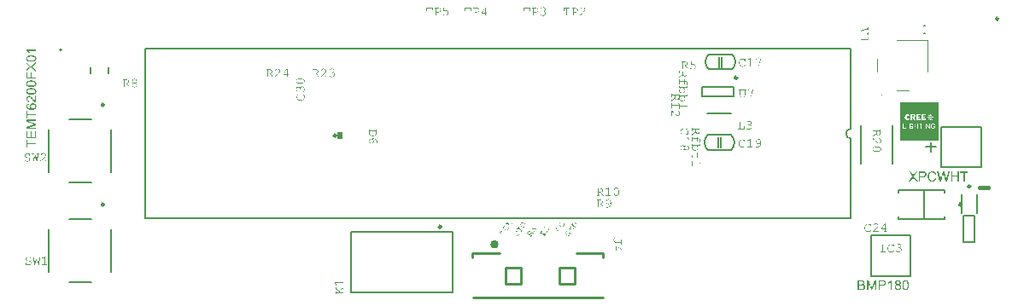
<source format=gbr>
%TF.GenerationSoftware,Altium Limited,Altium Designer,22.2.1 (43)*%
G04 Layer_Color=16777215*
%FSLAX26Y26*%
%MOIN*%
%TF.SameCoordinates,49CA406D-FE3E-4379-A0B2-47437619DC98*%
%TF.FilePolarity,Positive*%
%TF.FileFunction,Legend,Top*%
%TF.Part,Single*%
G01*
G75*
%TA.AperFunction,NonConductor*%
%ADD128C,0.005000*%
%ADD129C,0.007874*%
%ADD130C,0.003937*%
%ADD132C,0.009842*%
%ADD138C,0.010000*%
%ADD194C,0.015748*%
%ADD195R,0.020000X0.031469*%
G36*
X3600043Y784913D02*
X3600000Y634957D01*
X3450043Y635000D01*
Y711389D01*
Y711476D01*
X3450087Y784957D01*
X3600043Y784913D01*
D02*
G37*
G36*
X1978115Y314889D02*
X1979071Y314781D01*
X1979102Y314760D01*
X1979187Y314747D01*
X1979326Y314744D01*
X1979527Y314697D01*
X1979760Y314627D01*
X1980046Y314567D01*
X1980364Y314486D01*
X1980713Y314382D01*
X1981452Y314099D01*
X1982286Y313749D01*
X1983192Y313302D01*
X1984063Y312739D01*
X1984095Y312717D01*
X1984158Y312673D01*
X1984283Y312585D01*
X1984472Y312453D01*
X1984639Y312289D01*
X1984868Y312082D01*
X1985391Y311622D01*
X1985995Y311012D01*
X1986608Y310348D01*
X1987187Y309568D01*
X1987721Y308725D01*
X1987753Y308702D01*
X1987794Y308627D01*
X1987844Y308498D01*
X1987926Y308347D01*
X1988149Y307863D01*
X1988369Y307240D01*
X1988630Y306541D01*
X1988803Y305717D01*
X1988954Y304861D01*
X1988976Y303955D01*
X1988954Y303924D01*
X1988963Y303870D01*
X1988960Y303732D01*
X1988935Y303562D01*
X1988881Y303084D01*
X1988784Y302543D01*
X1988629Y301854D01*
X1988368Y301146D01*
X1988032Y300397D01*
X1987610Y299661D01*
X1987522Y299536D01*
X1987380Y299400D01*
X1987248Y299212D01*
X1987040Y298982D01*
X1986779Y298743D01*
X1986496Y298472D01*
X1986128Y298214D01*
X1985738Y297925D01*
X1985294Y297626D01*
X1984819Y297350D01*
X1984291Y297063D01*
X1983721Y296853D01*
X1983098Y296633D01*
X1982435Y296488D01*
X1981739Y296365D01*
X1981686Y296356D01*
X1981547Y296359D01*
X1981355Y296353D01*
X1981057Y296328D01*
X1980726Y296325D01*
X1980333Y296365D01*
X1979833Y296388D01*
X1979323Y296463D01*
X1978782Y296561D01*
X1978178Y296702D01*
X1977543Y296866D01*
X1976898Y297083D01*
X1976190Y297344D01*
X1975526Y297669D01*
X1974822Y298068D01*
X1974108Y298521D01*
X1974076Y298543D01*
X1973950Y298631D01*
X1973730Y298786D01*
X1973501Y298993D01*
X1973208Y299245D01*
X1972875Y299572D01*
X1972510Y299921D01*
X1972136Y300324D01*
X1971337Y301259D01*
X1970943Y301768D01*
X1970563Y302363D01*
X1970236Y302967D01*
X1969931Y303602D01*
X1969679Y304247D01*
X1969472Y304955D01*
X1969462Y305009D01*
X1969443Y305116D01*
X1969406Y305330D01*
X1969359Y305597D01*
X1969324Y305949D01*
X1969289Y306302D01*
X1969267Y306739D01*
X1969267Y307208D01*
X1969290Y307708D01*
X1969334Y308240D01*
X1969551Y309353D01*
X1969724Y309935D01*
X1969928Y310495D01*
X1970218Y311042D01*
X1970561Y311599D01*
X1970693Y311788D01*
X1970813Y311892D01*
X1970945Y312080D01*
X1971109Y312247D01*
X1971502Y312675D01*
X1972034Y313099D01*
X1972641Y313565D01*
X1973342Y313964D01*
X1974160Y314329D01*
X1974182Y314361D01*
X1974267Y314348D01*
X1974396Y314398D01*
X1974547Y314480D01*
X1974997Y314587D01*
X1975607Y314722D01*
X1976356Y314854D01*
X1977177Y314889D01*
X1978115Y314889D01*
D02*
G37*
G36*
X1963141Y299262D02*
X1963321Y299183D01*
X1963352Y299161D01*
X1963456Y299042D01*
X1963560Y298922D01*
X1963597Y298708D01*
X1963607Y298655D01*
X1963550Y298507D01*
X1963481Y298274D01*
X1963336Y298001D01*
X1960539Y294006D01*
X1974442Y284271D01*
X1977284Y288328D01*
X1977425Y288464D01*
X1977611Y288662D01*
X1977847Y288731D01*
X1977900Y288740D01*
X1978007Y288759D01*
X1978208Y288712D01*
X1978388Y288633D01*
X1978419Y288611D01*
X1978523Y288492D01*
X1978627Y288372D01*
X1978665Y288158D01*
X1978674Y288105D01*
X1978617Y287957D01*
X1978548Y287724D01*
X1978403Y287450D01*
X1971950Y278234D01*
X1971786Y278067D01*
X1971623Y277901D01*
X1971396Y277778D01*
X1971343Y277769D01*
X1971226Y277803D01*
X1971056Y277828D01*
X1970877Y277907D01*
X1970846Y277929D01*
X1970742Y278049D01*
X1970638Y278168D01*
X1970578Y278351D01*
X1970569Y278404D01*
X1970594Y278574D01*
X1970663Y278807D01*
X1970830Y279112D01*
X1973627Y283107D01*
X1959724Y292842D01*
X1956883Y288784D01*
X1956719Y288618D01*
X1956556Y288451D01*
X1956329Y288328D01*
X1956276Y288319D01*
X1956159Y288353D01*
X1955989Y288378D01*
X1955810Y288457D01*
X1955779Y288479D01*
X1955675Y288599D01*
X1955571Y288718D01*
X1955511Y288901D01*
X1955502Y288954D01*
X1955527Y289124D01*
X1955596Y289357D01*
X1955763Y289662D01*
X1962216Y298878D01*
X1962358Y299014D01*
X1962544Y299212D01*
X1962780Y299281D01*
X1962833Y299291D01*
X1962940Y299309D01*
X1963141Y299262D01*
D02*
G37*
G36*
X1953478Y281043D02*
X1954000Y281052D01*
X1954585Y281017D01*
X1955255Y280970D01*
X1955988Y280879D01*
X1956677Y280724D01*
X1956762Y280712D01*
X1956910Y280655D01*
X1957174Y280564D01*
X1957555Y280438D01*
X1957945Y280259D01*
X1958429Y280013D01*
X1958923Y279714D01*
X1959480Y279371D01*
X1961084Y278248D01*
X1961116Y278226D01*
X1961179Y278182D01*
X1961273Y278116D01*
X1961399Y278028D01*
X1961723Y277754D01*
X1962119Y277383D01*
X1962588Y276914D01*
X1963075Y276338D01*
X1963572Y275709D01*
X1964003Y274986D01*
X1964035Y274963D01*
X1964044Y274910D01*
X1964094Y274781D01*
X1964176Y274630D01*
X1964359Y274221D01*
X1964538Y273674D01*
X1964767Y272997D01*
X1964909Y272195D01*
X1965038Y271308D01*
X1965069Y270348D01*
X1965056Y270263D01*
X1965018Y270009D01*
X1964978Y269615D01*
X1964870Y269128D01*
X1964729Y268524D01*
X1964480Y267901D01*
X1964188Y267215D01*
X1963756Y266533D01*
X1959330Y260210D01*
X1959166Y260043D01*
X1959002Y259877D01*
X1958776Y259754D01*
X1958722Y259745D01*
X1958606Y259779D01*
X1958436Y259804D01*
X1958257Y259883D01*
X1958225Y259905D01*
X1958121Y260025D01*
X1958018Y260144D01*
X1957958Y260327D01*
X1957948Y260380D01*
X1957974Y260550D01*
X1958043Y260783D01*
X1958210Y261088D01*
X1958892Y262063D01*
X1944989Y271798D01*
X1944262Y270760D01*
X1944099Y270594D01*
X1943935Y270427D01*
X1943709Y270304D01*
X1943655Y270295D01*
X1943539Y270329D01*
X1943369Y270354D01*
X1943189Y270433D01*
X1943158Y270455D01*
X1943054Y270575D01*
X1942950Y270694D01*
X1942891Y270877D01*
X1942881Y270930D01*
X1942907Y271100D01*
X1942976Y271333D01*
X1943142Y271638D01*
X1947702Y278149D01*
X1947931Y278410D01*
X1948205Y278734D01*
X1948586Y279077D01*
X1948989Y279452D01*
X1949476Y279813D01*
X1950027Y280131D01*
X1950102Y280172D01*
X1950253Y280253D01*
X1950533Y280386D01*
X1950920Y280537D01*
X1951329Y280719D01*
X1951779Y280826D01*
X1952251Y280964D01*
X1952710Y281018D01*
X1952817Y281036D01*
X1953063Y281052D01*
X1953478Y281043D01*
D02*
G37*
G36*
X2064947Y300904D02*
X2065127Y300825D01*
X2065158Y300803D01*
X2065262Y300684D01*
X2065366Y300564D01*
X2065403Y300350D01*
X2065413Y300297D01*
X2065356Y300149D01*
X2065287Y299916D01*
X2065142Y299642D01*
X2064834Y299202D01*
X2067963Y289276D01*
X2078979Y289813D01*
X2079332Y290316D01*
X2079473Y290451D01*
X2079659Y290650D01*
X2079895Y290719D01*
X2079948Y290728D01*
X2080055Y290747D01*
X2080257Y290700D01*
X2080436Y290621D01*
X2080468Y290599D01*
X2080571Y290480D01*
X2080675Y290360D01*
X2080713Y290146D01*
X2080722Y290093D01*
X2080666Y289945D01*
X2080596Y289712D01*
X2080452Y289438D01*
X2077765Y285601D01*
X2077623Y285466D01*
X2077459Y285299D01*
X2077233Y285176D01*
X2077179Y285167D01*
X2077063Y285201D01*
X2076893Y285226D01*
X2076714Y285305D01*
X2076682Y285327D01*
X2076579Y285447D01*
X2076475Y285566D01*
X2076415Y285749D01*
X2076406Y285802D01*
X2076431Y285972D01*
X2076500Y286205D01*
X2076645Y286479D01*
X2077944Y288334D01*
X2068400Y287892D01*
X2071271Y278803D01*
X2072614Y280722D01*
X2072756Y280858D01*
X2072941Y281056D01*
X2073177Y281125D01*
X2073231Y281134D01*
X2073338Y281153D01*
X2073539Y281106D01*
X2073718Y281027D01*
X2073750Y281005D01*
X2073854Y280886D01*
X2073957Y280766D01*
X2073995Y280552D01*
X2074005Y280499D01*
X2073948Y280351D01*
X2073879Y280118D01*
X2073734Y279844D01*
X2071069Y276038D01*
X2070927Y275903D01*
X2070764Y275736D01*
X2070537Y275614D01*
X2070484Y275604D01*
X2070367Y275639D01*
X2070197Y275664D01*
X2070018Y275743D01*
X2069987Y275765D01*
X2069892Y275831D01*
X2069820Y275928D01*
X2069738Y276079D01*
X2069729Y276133D01*
X2069710Y276240D01*
X2069691Y276347D01*
X2069726Y276463D01*
X2069748Y276495D01*
X2069760Y276580D01*
X2069870Y276737D01*
X2069949Y276916D01*
X2070257Y277356D01*
X2066949Y287829D01*
X2056530Y287343D01*
X2056178Y286840D01*
X2056036Y286705D01*
X2055873Y286538D01*
X2055646Y286416D01*
X2055593Y286406D01*
X2055476Y286441D01*
X2055306Y286466D01*
X2055127Y286545D01*
X2055096Y286567D01*
X2054992Y286686D01*
X2054888Y286806D01*
X2054828Y286988D01*
X2054819Y287042D01*
X2054844Y287212D01*
X2054913Y287444D01*
X2055058Y287718D01*
X2057327Y290958D01*
X2057490Y291125D01*
X2057654Y291291D01*
X2057912Y291392D01*
X2057965Y291401D01*
X2058072Y291420D01*
X2058274Y291373D01*
X2058453Y291294D01*
X2058484Y291272D01*
X2058588Y291153D01*
X2058692Y291033D01*
X2058730Y290819D01*
X2058739Y290766D01*
X2058682Y290618D01*
X2058613Y290385D01*
X2058468Y290111D01*
X2057566Y288822D01*
X2066512Y289214D01*
X2063821Y297755D01*
X2062852Y296371D01*
X2062710Y296236D01*
X2062546Y296069D01*
X2062320Y295947D01*
X2062266Y295937D01*
X2062150Y295972D01*
X2061980Y295997D01*
X2061801Y296075D01*
X2061769Y296098D01*
X2061666Y296217D01*
X2061562Y296337D01*
X2061502Y296519D01*
X2061493Y296573D01*
X2061518Y296743D01*
X2061587Y296975D01*
X2061754Y297280D01*
X2064022Y300520D01*
X2064164Y300656D01*
X2064350Y300854D01*
X2064586Y300923D01*
X2064639Y300932D01*
X2064746Y300951D01*
X2064947Y300904D01*
D02*
G37*
G36*
X2057394Y279941D02*
X2057426Y279919D01*
X2057457Y279897D01*
X2057624Y279733D01*
X2057791Y279570D01*
X2057891Y279312D01*
X2057901Y279258D01*
X2057888Y279173D01*
X2057841Y278972D01*
X2057762Y278793D01*
X2057740Y278761D01*
X2057621Y278658D01*
X2057501Y278554D01*
X2057319Y278494D01*
X2057265Y278485D01*
X2057117Y278541D01*
X2056885Y278610D01*
X2056579Y278777D01*
X2052522Y281618D01*
X2049174Y276837D01*
X2063077Y267102D01*
X2065236Y270185D01*
X2065377Y270320D01*
X2065563Y270518D01*
X2065799Y270587D01*
X2065852Y270597D01*
X2065959Y270616D01*
X2066161Y270568D01*
X2066340Y270490D01*
X2066371Y270468D01*
X2066475Y270348D01*
X2066579Y270228D01*
X2066617Y270015D01*
X2066626Y269961D01*
X2066569Y269813D01*
X2066500Y269580D01*
X2066355Y269307D01*
X2061268Y262041D01*
X2061104Y261874D01*
X2060940Y261707D01*
X2060714Y261585D01*
X2060660Y261575D01*
X2060544Y261610D01*
X2060374Y261635D01*
X2060195Y261714D01*
X2060163Y261736D01*
X2060059Y261855D01*
X2059956Y261975D01*
X2059896Y262157D01*
X2059887Y262211D01*
X2059912Y262381D01*
X2059981Y262613D01*
X2060148Y262918D01*
X2062262Y265938D01*
X2048359Y275673D01*
X2045011Y270892D01*
X2049069Y268051D01*
X2049100Y268029D01*
X2049132Y268007D01*
X2049298Y267843D01*
X2049465Y267680D01*
X2049566Y267422D01*
X2049575Y267368D01*
X2049563Y267283D01*
X2049515Y267082D01*
X2049437Y266903D01*
X2049415Y266871D01*
X2049295Y266767D01*
X2049176Y266664D01*
X2048993Y266604D01*
X2048940Y266594D01*
X2048792Y266651D01*
X2048559Y266720D01*
X2048254Y266887D01*
X2043032Y270543D01*
X2052173Y283597D01*
X2057394Y279941D01*
D02*
G37*
G36*
X2126813Y318988D02*
X2127046Y318919D01*
X2127319Y318774D01*
X2130528Y316527D01*
X2130559Y316505D01*
X2130591Y316483D01*
X2130757Y316320D01*
X2130924Y316156D01*
X2131025Y315898D01*
X2131034Y315845D01*
X2131021Y315760D01*
X2130974Y315558D01*
X2130896Y315379D01*
X2130874Y315348D01*
X2130776Y315275D01*
X2130657Y315171D01*
X2130452Y315080D01*
X2130399Y315071D01*
X2130282Y315105D01*
X2130081Y315153D01*
X2129807Y315297D01*
X2129744Y315341D01*
X2129596Y315398D01*
X2129332Y315489D01*
X2128983Y315593D01*
X2128558Y315656D01*
X2128036Y315647D01*
X2127492Y315606D01*
X2126860Y315439D01*
X2126838Y315408D01*
X2126753Y315421D01*
X2126624Y315370D01*
X2126473Y315288D01*
X2126010Y315096D01*
X2125482Y314810D01*
X2124887Y314430D01*
X2124248Y313986D01*
X2123638Y313382D01*
X2123046Y312671D01*
X2122892Y312451D01*
X2122725Y312146D01*
X2122537Y311810D01*
X2122345Y311335D01*
X2122153Y310860D01*
X2121980Y310278D01*
X2121860Y309705D01*
X2121869Y309652D01*
X2121813Y309504D01*
X2121797Y309280D01*
X2121791Y309004D01*
X2121806Y308289D01*
X2121872Y307915D01*
X2121938Y307541D01*
X2121979Y307465D01*
X2122017Y307251D01*
X2122127Y306940D01*
X2122256Y306522D01*
X2122448Y306059D01*
X2122680Y305521D01*
X2122998Y304971D01*
X2123316Y304420D01*
X2123347Y304398D01*
X2123429Y304247D01*
X2123605Y304030D01*
X2123813Y303791D01*
X2124115Y303486D01*
X2124448Y303158D01*
X2124835Y302841D01*
X2125253Y302501D01*
X2127298Y301069D01*
X2127329Y301047D01*
X2127424Y300981D01*
X2127550Y300893D01*
X2127760Y300792D01*
X2128003Y300669D01*
X2128276Y300525D01*
X2128603Y300389D01*
X2128993Y300210D01*
X2129840Y299946D01*
X2130327Y299839D01*
X2130837Y299763D01*
X2131369Y299719D01*
X2131922Y299706D01*
X2132498Y299725D01*
X2133096Y299775D01*
X2133149Y299785D01*
X2133256Y299804D01*
X2133416Y299832D01*
X2133621Y299923D01*
X2133888Y299970D01*
X2134200Y300080D01*
X2134565Y300200D01*
X2134920Y300373D01*
X2135760Y300769D01*
X2136550Y301294D01*
X2136962Y301615D01*
X2137365Y301989D01*
X2137736Y302386D01*
X2138098Y302836D01*
X2138274Y303087D01*
X2138441Y303392D01*
X2138642Y303814D01*
X2138866Y304267D01*
X2139080Y304773D01*
X2139253Y305355D01*
X2139341Y305950D01*
X2139354Y306035D01*
X2139369Y306258D01*
X2139366Y306588D01*
X2139366Y307057D01*
X2139357Y307579D01*
X2139275Y308199D01*
X2139175Y308926D01*
X2139021Y309643D01*
X2138980Y309719D01*
X2138973Y309910D01*
X2138989Y310134D01*
X2139058Y310366D01*
X2139081Y310398D01*
X2139200Y310502D01*
X2139320Y310606D01*
X2139502Y310665D01*
X2139555Y310675D01*
X2139662Y310694D01*
X2139842Y310615D01*
X2140021Y310536D01*
X2140084Y310492D01*
X2140197Y310319D01*
X2140288Y310115D01*
X2140380Y309910D01*
X2140458Y309621D01*
X2140546Y309278D01*
X2140565Y309171D01*
X2140634Y308935D01*
X2140678Y308529D01*
X2140741Y308016D01*
X2140791Y307419D01*
X2140798Y306758D01*
X2140760Y306034D01*
X2140659Y305355D01*
X2140646Y305270D01*
X2140577Y305037D01*
X2140473Y304688D01*
X2140357Y304254D01*
X2140174Y303726D01*
X2139938Y303188D01*
X2139627Y302609D01*
X2139284Y302052D01*
X2139130Y301832D01*
X2138922Y301602D01*
X2138670Y301310D01*
X2138321Y300945D01*
X2137972Y300580D01*
X2137516Y300196D01*
X2137006Y299803D01*
X2136952Y299794D01*
X2136833Y299690D01*
X2136606Y299567D01*
X2136336Y299382D01*
X2135678Y299045D01*
X2135323Y298872D01*
X2134958Y298753D01*
X2134904Y298743D01*
X2134775Y298693D01*
X2134561Y298655D01*
X2134240Y298599D01*
X2133866Y298533D01*
X2133407Y298479D01*
X2132841Y298407D01*
X2132189Y298347D01*
X2132104Y298360D01*
X2131890Y298322D01*
X2131529Y298341D01*
X2131113Y298351D01*
X2130613Y298373D01*
X2130082Y298417D01*
X2129572Y298492D01*
X2129084Y298599D01*
X2129053Y298621D01*
X2128852Y298668D01*
X2128641Y298769D01*
X2128314Y298904D01*
X2127955Y299062D01*
X2127534Y299263D01*
X2127103Y299518D01*
X2126640Y299795D01*
X2124281Y301447D01*
X2124250Y301469D01*
X2124187Y301513D01*
X2124124Y301557D01*
X2123967Y301667D01*
X2123696Y301950D01*
X2123268Y302344D01*
X2122800Y302812D01*
X2122344Y303366D01*
X2121837Y304049D01*
X2121397Y304826D01*
X2121365Y304848D01*
X2121325Y304923D01*
X2121306Y305031D01*
X2121224Y305182D01*
X2121032Y305644D01*
X2120853Y306191D01*
X2120623Y306868D01*
X2120491Y307616D01*
X2120403Y308428D01*
X2120391Y309281D01*
X2120413Y309312D01*
X2120403Y309366D01*
X2120407Y309504D01*
X2120432Y309674D01*
X2120495Y310099D01*
X2120614Y310671D01*
X2120831Y311316D01*
X2121071Y311992D01*
X2121407Y312741D01*
X2121860Y313455D01*
X2122059Y313738D01*
X2122222Y313905D01*
X2122430Y314134D01*
X2122660Y314396D01*
X2122965Y314697D01*
X2123302Y314977D01*
X2124072Y315610D01*
X2124516Y315908D01*
X2125023Y316163D01*
X2125551Y316449D01*
X2126089Y316682D01*
X2126690Y316871D01*
X2127322Y317037D01*
X2126504Y317610D01*
X2126473Y317632D01*
X2126441Y317654D01*
X2126306Y317796D01*
X2126108Y317981D01*
X2126017Y318186D01*
X2126007Y318239D01*
X2126011Y318378D01*
X2126036Y318548D01*
X2126114Y318727D01*
X2126137Y318758D01*
X2126256Y318862D01*
X2126376Y318966D01*
X2126590Y319004D01*
X2126643Y319013D01*
X2126813Y318988D01*
D02*
G37*
G36*
X2114875Y301939D02*
X2115108Y301870D01*
X2115382Y301725D01*
X2118590Y299478D01*
X2118622Y299456D01*
X2118653Y299434D01*
X2118820Y299271D01*
X2118986Y299107D01*
X2119087Y298849D01*
X2119096Y298796D01*
X2119084Y298711D01*
X2119037Y298509D01*
X2118958Y298330D01*
X2118936Y298299D01*
X2118838Y298226D01*
X2118719Y298123D01*
X2118514Y298031D01*
X2118461Y298022D01*
X2118344Y298057D01*
X2118143Y298104D01*
X2117869Y298248D01*
X2117807Y298293D01*
X2117659Y298349D01*
X2117394Y298440D01*
X2117045Y298544D01*
X2116621Y298607D01*
X2116098Y298598D01*
X2115554Y298557D01*
X2114922Y298390D01*
X2114900Y298359D01*
X2114815Y298372D01*
X2114686Y298321D01*
X2114535Y298240D01*
X2114072Y298048D01*
X2113544Y297762D01*
X2112949Y297381D01*
X2112311Y296938D01*
X2111700Y296334D01*
X2111109Y295623D01*
X2110954Y295402D01*
X2110788Y295097D01*
X2110599Y294761D01*
X2110407Y294286D01*
X2110215Y293811D01*
X2110042Y293229D01*
X2109922Y292656D01*
X2109932Y292603D01*
X2109875Y292455D01*
X2109859Y292232D01*
X2109853Y291955D01*
X2109869Y291241D01*
X2109935Y290866D01*
X2110001Y290492D01*
X2110041Y290416D01*
X2110079Y290202D01*
X2110189Y289891D01*
X2110318Y289473D01*
X2110510Y289010D01*
X2110743Y288472D01*
X2111060Y287922D01*
X2111378Y287371D01*
X2111410Y287349D01*
X2111491Y287198D01*
X2111667Y286981D01*
X2111875Y286742D01*
X2112177Y286437D01*
X2112510Y286109D01*
X2112897Y285792D01*
X2113316Y285452D01*
X2115360Y284020D01*
X2115392Y283998D01*
X2115486Y283932D01*
X2115612Y283844D01*
X2115823Y283743D01*
X2116065Y283620D01*
X2116338Y283476D01*
X2116666Y283341D01*
X2117056Y283161D01*
X2117902Y282897D01*
X2118390Y282790D01*
X2118899Y282714D01*
X2119431Y282670D01*
X2119984Y282657D01*
X2120560Y282676D01*
X2121158Y282726D01*
X2121211Y282736D01*
X2121318Y282755D01*
X2121479Y282783D01*
X2121683Y282874D01*
X2121951Y282921D01*
X2122262Y283031D01*
X2122627Y283151D01*
X2122983Y283324D01*
X2123823Y283720D01*
X2124612Y284245D01*
X2125024Y284566D01*
X2125427Y284940D01*
X2125798Y285337D01*
X2126160Y285787D01*
X2126336Y286038D01*
X2126503Y286343D01*
X2126704Y286765D01*
X2126928Y287218D01*
X2127142Y287724D01*
X2127315Y288306D01*
X2127403Y288901D01*
X2127416Y288986D01*
X2127432Y289209D01*
X2127428Y289539D01*
Y290008D01*
X2127419Y290530D01*
X2127338Y291150D01*
X2127237Y291877D01*
X2127083Y292594D01*
X2127042Y292670D01*
X2127036Y292861D01*
X2127052Y293085D01*
X2127121Y293318D01*
X2127143Y293349D01*
X2127262Y293453D01*
X2127382Y293557D01*
X2127564Y293616D01*
X2127618Y293626D01*
X2127725Y293645D01*
X2127904Y293566D01*
X2128083Y293487D01*
X2128146Y293443D01*
X2128260Y293270D01*
X2128351Y293066D01*
X2128442Y292861D01*
X2128521Y292572D01*
X2128608Y292229D01*
X2128627Y292122D01*
X2128697Y291886D01*
X2128741Y291480D01*
X2128803Y290967D01*
X2128854Y290370D01*
X2128860Y289709D01*
X2128822Y288986D01*
X2128721Y288306D01*
X2128709Y288221D01*
X2128639Y287988D01*
X2128535Y287639D01*
X2128419Y287205D01*
X2128237Y286677D01*
X2128001Y286139D01*
X2127689Y285560D01*
X2127346Y285003D01*
X2127192Y284783D01*
X2126984Y284553D01*
X2126733Y284261D01*
X2126383Y283896D01*
X2126034Y283531D01*
X2125578Y283147D01*
X2125068Y282754D01*
X2125015Y282745D01*
X2124895Y282641D01*
X2124669Y282518D01*
X2124398Y282333D01*
X2123740Y281996D01*
X2123385Y281823D01*
X2123020Y281704D01*
X2122967Y281694D01*
X2122838Y281644D01*
X2122624Y281606D01*
X2122303Y281550D01*
X2121928Y281484D01*
X2121469Y281430D01*
X2120903Y281358D01*
X2120252Y281298D01*
X2120167Y281311D01*
X2119953Y281273D01*
X2119591Y281292D01*
X2119176Y281302D01*
X2118676Y281324D01*
X2118144Y281368D01*
X2117634Y281443D01*
X2117147Y281550D01*
X2117115Y281572D01*
X2116914Y281620D01*
X2116703Y281720D01*
X2116376Y281856D01*
X2116017Y282013D01*
X2115596Y282214D01*
X2115165Y282469D01*
X2114703Y282746D01*
X2112343Y284398D01*
X2112312Y284420D01*
X2112249Y284464D01*
X2112186Y284508D01*
X2112029Y284618D01*
X2111758Y284901D01*
X2111331Y285295D01*
X2110862Y285764D01*
X2110406Y286317D01*
X2109899Y287000D01*
X2109459Y287777D01*
X2109428Y287799D01*
X2109387Y287875D01*
X2109368Y287982D01*
X2109286Y288133D01*
X2109094Y288595D01*
X2108915Y289142D01*
X2108686Y289819D01*
X2108553Y290568D01*
X2108465Y291379D01*
X2108453Y292232D01*
X2108475Y292263D01*
X2108466Y292317D01*
X2108469Y292455D01*
X2108494Y292625D01*
X2108557Y293050D01*
X2108677Y293622D01*
X2108894Y294267D01*
X2109133Y294943D01*
X2109470Y295692D01*
X2109923Y296406D01*
X2110121Y296689D01*
X2110285Y296856D01*
X2110492Y297086D01*
X2110722Y297347D01*
X2111027Y297649D01*
X2111364Y297928D01*
X2112135Y298561D01*
X2112578Y298860D01*
X2113085Y299114D01*
X2113613Y299401D01*
X2114151Y299633D01*
X2114752Y299822D01*
X2115385Y299988D01*
X2114567Y300561D01*
X2114535Y300583D01*
X2114504Y300605D01*
X2114369Y300747D01*
X2114170Y300932D01*
X2114079Y301137D01*
X2114070Y301190D01*
X2114073Y301329D01*
X2114098Y301499D01*
X2114177Y301678D01*
X2114199Y301709D01*
X2114318Y301813D01*
X2114438Y301917D01*
X2114652Y301955D01*
X2114705Y301964D01*
X2114875Y301939D01*
D02*
G37*
G36*
X2104290Y286755D02*
X2104407Y286721D01*
X2104533Y286633D01*
X2104564Y286611D01*
X2104627Y286567D01*
X2104677Y286438D01*
X2104759Y286287D01*
X2104791Y286265D01*
X2104809Y286158D01*
X2104828Y286051D01*
X2104825Y285912D01*
X2104759Y285818D01*
X2104680Y285639D01*
X2104019Y284695D01*
X2115056Y268389D01*
X2113911Y266753D01*
X2094813Y271547D01*
X2094064Y270477D01*
X2093923Y270342D01*
X2093901Y270310D01*
X2093816Y270323D01*
X2093686Y270273D01*
X2093548Y270276D01*
X2093517Y270298D01*
X2093432Y270310D01*
X2093189Y270433D01*
X2093158Y270455D01*
X2093095Y270499D01*
X2092919Y270716D01*
X2092910Y270770D01*
X2092869Y270845D01*
X2092850Y270952D01*
X2092853Y271091D01*
X2092875Y271122D01*
X2092910Y271239D01*
X2092988Y271418D01*
X2096160Y275947D01*
X2096280Y276051D01*
X2096399Y276155D01*
X2096421Y276187D01*
X2096528Y276205D01*
X2096657Y276256D01*
X2096796Y276252D01*
X2096849Y276262D01*
X2096934Y276249D01*
X2097050Y276215D01*
X2097176Y276127D01*
X2097208Y276105D01*
X2097271Y276060D01*
X2097321Y275932D01*
X2097403Y275781D01*
X2097434Y275759D01*
X2097453Y275651D01*
X2097472Y275545D01*
X2097469Y275406D01*
X2097403Y275312D01*
X2097324Y275132D01*
X2095672Y272773D01*
X2113320Y268386D01*
X2113342Y268417D01*
X2103160Y283468D01*
X2101421Y280983D01*
X2101279Y280848D01*
X2101257Y280817D01*
X2101172Y280829D01*
X2101043Y280779D01*
X2100905Y280782D01*
X2100873Y280804D01*
X2100788Y280817D01*
X2100546Y280939D01*
X2100515Y280961D01*
X2100452Y281005D01*
X2100379Y281103D01*
X2100298Y281254D01*
X2100288Y281307D01*
X2100247Y281383D01*
X2100228Y281490D01*
X2100231Y281628D01*
X2100253Y281660D01*
X2100266Y281745D01*
X2100345Y281924D01*
X2103516Y286454D01*
X2103636Y286557D01*
X2103756Y286661D01*
X2103778Y286693D01*
X2103885Y286712D01*
X2104014Y286762D01*
X2104152Y286759D01*
X2104205Y286768D01*
X2104290Y286755D01*
D02*
G37*
G36*
X2177662Y315581D02*
X2178184Y315590D01*
X2178769Y315555D01*
X2179439Y315508D01*
X2180172Y315417D01*
X2180861Y315263D01*
X2180946Y315250D01*
X2181094Y315193D01*
X2181358Y315102D01*
X2181739Y314976D01*
X2182129Y314797D01*
X2182613Y314551D01*
X2183107Y314252D01*
X2183664Y313909D01*
X2185268Y312786D01*
X2185300Y312764D01*
X2185362Y312720D01*
X2185457Y312654D01*
X2185583Y312566D01*
X2185907Y312292D01*
X2186303Y311921D01*
X2186772Y311452D01*
X2187259Y310876D01*
X2187756Y310247D01*
X2188187Y309524D01*
X2188218Y309502D01*
X2188228Y309448D01*
X2188278Y309319D01*
X2188360Y309168D01*
X2188542Y308759D01*
X2188722Y308212D01*
X2188951Y307535D01*
X2189093Y306733D01*
X2189221Y305846D01*
X2189253Y304886D01*
X2189240Y304801D01*
X2189202Y304547D01*
X2189161Y304153D01*
X2189054Y303666D01*
X2188913Y303062D01*
X2188664Y302439D01*
X2188371Y301753D01*
X2187940Y301071D01*
X2183513Y294748D01*
X2183350Y294581D01*
X2183186Y294415D01*
X2182959Y294292D01*
X2182906Y294283D01*
X2182790Y294317D01*
X2182620Y294342D01*
X2182441Y294421D01*
X2182409Y294443D01*
X2182305Y294563D01*
X2182201Y294682D01*
X2182142Y294865D01*
X2182132Y294918D01*
X2182157Y295088D01*
X2182227Y295321D01*
X2182394Y295626D01*
X2183076Y296601D01*
X2169173Y306336D01*
X2168446Y305298D01*
X2168282Y305132D01*
X2168119Y304965D01*
X2167892Y304842D01*
X2167839Y304833D01*
X2167722Y304867D01*
X2167553Y304893D01*
X2167373Y304971D01*
X2167342Y304993D01*
X2167238Y305113D01*
X2167134Y305232D01*
X2167075Y305415D01*
X2167065Y305468D01*
X2167090Y305638D01*
X2167160Y305871D01*
X2167326Y306176D01*
X2171886Y312687D01*
X2172115Y312949D01*
X2172389Y313272D01*
X2172770Y313615D01*
X2173172Y313990D01*
X2173660Y314351D01*
X2174211Y314669D01*
X2174286Y314710D01*
X2174437Y314792D01*
X2174717Y314924D01*
X2175104Y315075D01*
X2175513Y315257D01*
X2175963Y315364D01*
X2176435Y315502D01*
X2176894Y315556D01*
X2177001Y315575D01*
X2177247Y315590D01*
X2177662Y315581D01*
D02*
G37*
G36*
X2164903Y301779D02*
X2165083Y301700D01*
X2165114Y301678D01*
X2165218Y301558D01*
X2165322Y301439D01*
X2165360Y301225D01*
X2165369Y301171D01*
X2165312Y301024D01*
X2165243Y300791D01*
X2165098Y300517D01*
X2164416Y299542D01*
X2179483Y288992D01*
X2178403Y287450D01*
X2157880Y289070D01*
X2171249Y279709D01*
X2172812Y281943D01*
X2172954Y282078D01*
X2173140Y282276D01*
X2173376Y282346D01*
X2173429Y282355D01*
X2173536Y282374D01*
X2173737Y282327D01*
X2173917Y282248D01*
X2173948Y282226D01*
X2174052Y282106D01*
X2174156Y281987D01*
X2174193Y281773D01*
X2174203Y281719D01*
X2174146Y281572D01*
X2174077Y281339D01*
X2173932Y281065D01*
X2170871Y276693D01*
X2170707Y276526D01*
X2170544Y276359D01*
X2170317Y276237D01*
X2170264Y276227D01*
X2170147Y276262D01*
X2169977Y276287D01*
X2169798Y276366D01*
X2169767Y276388D01*
X2169663Y276507D01*
X2169559Y276627D01*
X2169499Y276809D01*
X2169490Y276863D01*
X2169515Y277033D01*
X2169584Y277265D01*
X2169751Y277571D01*
X2170434Y278546D01*
X2156530Y288281D01*
X2155385Y286645D01*
X2155222Y286478D01*
X2155058Y286312D01*
X2154831Y286189D01*
X2154778Y286180D01*
X2154662Y286214D01*
X2154492Y286240D01*
X2154312Y286318D01*
X2154281Y286340D01*
X2154177Y286460D01*
X2154073Y286579D01*
X2154014Y286762D01*
X2154004Y286815D01*
X2154029Y286985D01*
X2154099Y287218D01*
X2154265Y287523D01*
X2156402Y290574D01*
X2177001Y288995D01*
X2163601Y298378D01*
X2162037Y296145D01*
X2161873Y295978D01*
X2161709Y295811D01*
X2161483Y295689D01*
X2161430Y295679D01*
X2161313Y295714D01*
X2161143Y295739D01*
X2160964Y295818D01*
X2160932Y295840D01*
X2160829Y295959D01*
X2160725Y296079D01*
X2160665Y296261D01*
X2160656Y296315D01*
X2160681Y296485D01*
X2160750Y296717D01*
X2160917Y297023D01*
X2163979Y301395D01*
X2164120Y301530D01*
X2164306Y301728D01*
X2164542Y301798D01*
X2164595Y301807D01*
X2164702Y301826D01*
X2164903Y301779D01*
D02*
G37*
G36*
X2152034Y283601D02*
X2152267Y283531D01*
X2152541Y283387D01*
X2155183Y281536D01*
X2155215Y281514D01*
X2155246Y281492D01*
X2155381Y281351D01*
X2155548Y281187D01*
X2155649Y280929D01*
X2155658Y280876D01*
X2155645Y280791D01*
X2155598Y280589D01*
X2155519Y280410D01*
X2155497Y280379D01*
X2155400Y280306D01*
X2155280Y280202D01*
X2155098Y280143D01*
X2155044Y280133D01*
X2154928Y280168D01*
X2154727Y280215D01*
X2154453Y280360D01*
X2154390Y280404D01*
X2154242Y280461D01*
X2153978Y280552D01*
X2153607Y280624D01*
X2153160Y280656D01*
X2152647Y280593D01*
X2152068Y280436D01*
X2151735Y280294D01*
X2151401Y280153D01*
X2151326Y280112D01*
X2151099Y279989D01*
X2150776Y279794D01*
X2150363Y279473D01*
X2149907Y279090D01*
X2149407Y278643D01*
X2148916Y278143D01*
X2148444Y277536D01*
X2148246Y277253D01*
X2148079Y276948D01*
X2147856Y276495D01*
X2147642Y275988D01*
X2147415Y275397D01*
X2147220Y274783D01*
X2147119Y274104D01*
X2147107Y274019D01*
X2147091Y273796D01*
X2147103Y273412D01*
X2147166Y272899D01*
X2147248Y272279D01*
X2147433Y271540D01*
X2147713Y270735D01*
X2148097Y269810D01*
X2148138Y269734D01*
X2148229Y269530D01*
X2148446Y269237D01*
X2148704Y268869D01*
X2149034Y268403D01*
X2149440Y267978D01*
X2149940Y267488D01*
X2150516Y267038D01*
X2152623Y265562D01*
X2152655Y265540D01*
X2152749Y265474D01*
X2152906Y265364D01*
X2153117Y265263D01*
X2153391Y265118D01*
X2153696Y264952D01*
X2154055Y264794D01*
X2154445Y264615D01*
X2155322Y264329D01*
X2156297Y264115D01*
X2156807Y264039D01*
X2157361Y264026D01*
X2157883Y264036D01*
X2158449Y264108D01*
X2158503Y264117D01*
X2158578Y264158D01*
X2158739Y264187D01*
X2158921Y264246D01*
X2159179Y264347D01*
X2159490Y264457D01*
X2159846Y264630D01*
X2160202Y264803D01*
X2160579Y265007D01*
X2161001Y265275D01*
X2161413Y265596D01*
X2161878Y265926D01*
X2162303Y266332D01*
X2162750Y266769D01*
X2163156Y267281D01*
X2163584Y267826D01*
X2163848Y268203D01*
X2164015Y268508D01*
X2164182Y268813D01*
X2164392Y269181D01*
X2164729Y269930D01*
X2164751Y269961D01*
X2164808Y270109D01*
X2164877Y270342D01*
X2164959Y270660D01*
X2165085Y271040D01*
X2165223Y271506D01*
X2165352Y272025D01*
X2165472Y272598D01*
X2161131Y275637D01*
X2158290Y271579D01*
X2158126Y271413D01*
X2157963Y271246D01*
X2157736Y271123D01*
X2157682Y271114D01*
X2157566Y271148D01*
X2157396Y271174D01*
X2157217Y271252D01*
X2157186Y271274D01*
X2157082Y271394D01*
X2156978Y271513D01*
X2156918Y271696D01*
X2156909Y271749D01*
X2156934Y271919D01*
X2157003Y272152D01*
X2157170Y272457D01*
X2161100Y278003D01*
X2161144Y278066D01*
X2161285Y278201D01*
X2161471Y278399D01*
X2161707Y278468D01*
X2161761Y278478D01*
X2161890Y278528D01*
X2162091Y278481D01*
X2162270Y278402D01*
X2162302Y278380D01*
X2162396Y278314D01*
X2162446Y278185D01*
X2162528Y278034D01*
X2162538Y277981D01*
X2162525Y277896D01*
X2162519Y277619D01*
X2162409Y277462D01*
X2162374Y277345D01*
X2161977Y276779D01*
X2166947Y273299D01*
X2166935Y273214D01*
X2166919Y272991D01*
X2166847Y272619D01*
X2166762Y272163D01*
X2166664Y271622D01*
X2166544Y271050D01*
X2166371Y270468D01*
X2166176Y269854D01*
X2166132Y269791D01*
X2166085Y269590D01*
X2165972Y269294D01*
X2165792Y268904D01*
X2165569Y268451D01*
X2165323Y267967D01*
X2165024Y267473D01*
X2164704Y266948D01*
X2164483Y266633D01*
X2164209Y266309D01*
X2163848Y265859D01*
X2163432Y265400D01*
X2162941Y264900D01*
X2162419Y264422D01*
X2161856Y264019D01*
X2161781Y263978D01*
X2161608Y263865D01*
X2161284Y263670D01*
X2160874Y263488D01*
X2160368Y263233D01*
X2159852Y263032D01*
X2159251Y262843D01*
X2158619Y262676D01*
X2158565Y262667D01*
X2158320Y262651D01*
X2157999Y262595D01*
X2157562Y262573D01*
X2157093Y262573D01*
X2156539Y262586D01*
X2155923Y262642D01*
X2155328Y262730D01*
X2155243Y262743D01*
X2155042Y262790D01*
X2154715Y262926D01*
X2154271Y263096D01*
X2153743Y263278D01*
X2153164Y263590D01*
X2152491Y263967D01*
X2151808Y264398D01*
X2149669Y265896D01*
X2149638Y265918D01*
X2149575Y265962D01*
X2149481Y266028D01*
X2149377Y266148D01*
X2149188Y266280D01*
X2149021Y266443D01*
X2148562Y266859D01*
X2148062Y267350D01*
X2147565Y267979D01*
X2147059Y268661D01*
X2146618Y269439D01*
X2146587Y269461D01*
X2146546Y269536D01*
X2146496Y269665D01*
X2146436Y269848D01*
X2146254Y270257D01*
X2146065Y270858D01*
X2145867Y271512D01*
X2145703Y272283D01*
X2145637Y273126D01*
X2145656Y273956D01*
X2145678Y273988D01*
X2145669Y274041D01*
X2145672Y274180D01*
X2145697Y274349D01*
X2145782Y274805D01*
X2145902Y275378D01*
X2146119Y276023D01*
X2146402Y276762D01*
X2146739Y277511D01*
X2147214Y278256D01*
X2147412Y278539D01*
X2147576Y278706D01*
X2147752Y278958D01*
X2148013Y279197D01*
X2148265Y279489D01*
X2148570Y279791D01*
X2149288Y280414D01*
X2150121Y281002D01*
X2150565Y281301D01*
X2151071Y281556D01*
X2151556Y281779D01*
X2152103Y281958D01*
X2152072Y281980D01*
X2152009Y282024D01*
X2151883Y282113D01*
X2151757Y282201D01*
X2151506Y282377D01*
X2151402Y282496D01*
X2151339Y282540D01*
X2151307Y282562D01*
X2151289Y282669D01*
X2151220Y282905D01*
X2151210Y282959D01*
X2151223Y283044D01*
X2151279Y283192D01*
X2151336Y283339D01*
X2151358Y283371D01*
X2151477Y283475D01*
X2151597Y283579D01*
X2151811Y283616D01*
X2151865Y283626D01*
X2152034Y283601D01*
D02*
G37*
G36*
X1921423Y323230D02*
X1921602Y323151D01*
X1921633Y323129D01*
X1921737Y323010D01*
X1921841Y322890D01*
X1921879Y322676D01*
X1921888Y322623D01*
X1921832Y322475D01*
X1921762Y322242D01*
X1921618Y321968D01*
X1921309Y321528D01*
X1922626Y311090D01*
X1922648Y311121D01*
X1922701Y311131D01*
X1922896Y311275D01*
X1923198Y311439D01*
X1923598Y311675D01*
X1924082Y311898D01*
X1924620Y312131D01*
X1925168Y312310D01*
X1925747Y312467D01*
X1925800Y312477D01*
X1926014Y312514D01*
X1926335Y312571D01*
X1926772Y312593D01*
X1927316Y312634D01*
X1927946Y312662D01*
X1928669Y312624D01*
X1929456Y312542D01*
X1929509Y312552D01*
X1929710Y312504D01*
X1929880Y312479D01*
X1930082Y312432D01*
X1930336Y312394D01*
X1930623Y312334D01*
X1930963Y312284D01*
X1931334Y312212D01*
X1931790Y312127D01*
X1932331Y312029D01*
X1932903Y311909D01*
X1933507Y311768D01*
X1934196Y311613D01*
X1934970Y311447D01*
X1936027Y312957D01*
X1936191Y313123D01*
X1936355Y313290D01*
X1936591Y313359D01*
X1936644Y313368D01*
X1936751Y313387D01*
X1936952Y313340D01*
X1937132Y313262D01*
X1937163Y313240D01*
X1937267Y313120D01*
X1937371Y313000D01*
X1937408Y312786D01*
X1937418Y312733D01*
X1937383Y312617D01*
X1937314Y312384D01*
X1937147Y312079D01*
X1935605Y309877D01*
X1935521Y309889D01*
X1935319Y309937D01*
X1935001Y310018D01*
X1934567Y310135D01*
X1934080Y310242D01*
X1933476Y310384D01*
X1932872Y310525D01*
X1932183Y310680D01*
X1930729Y310947D01*
X1930019Y311070D01*
X1929317Y311139D01*
X1928669Y311218D01*
X1928052Y311275D01*
X1927499Y311287D01*
X1927008Y311256D01*
X1926977Y311278D01*
X1926901Y311237D01*
X1926634Y311190D01*
X1926206Y311114D01*
X1925627Y310957D01*
X1924973Y310759D01*
X1924284Y310445D01*
X1923582Y310045D01*
X1922846Y309529D01*
X1923314Y305779D01*
X1928473Y302167D01*
X1930036Y304401D01*
X1930178Y304536D01*
X1930364Y304734D01*
X1930600Y304803D01*
X1930653Y304813D01*
X1930760Y304832D01*
X1930961Y304784D01*
X1931141Y304706D01*
X1931172Y304684D01*
X1931276Y304564D01*
X1931380Y304445D01*
X1931418Y304231D01*
X1931427Y304177D01*
X1931370Y304029D01*
X1931301Y303796D01*
X1931156Y303523D01*
X1927676Y298553D01*
X1927513Y298386D01*
X1927349Y298219D01*
X1927123Y298097D01*
X1927069Y298087D01*
X1926953Y298122D01*
X1926783Y298147D01*
X1926603Y298226D01*
X1926572Y298248D01*
X1926468Y298367D01*
X1926364Y298487D01*
X1926305Y298669D01*
X1926295Y298723D01*
X1926321Y298893D01*
X1926390Y299125D01*
X1926556Y299431D01*
X1927658Y301003D01*
X1913755Y310739D01*
X1912609Y309103D01*
X1912446Y308936D01*
X1912282Y308769D01*
X1912055Y308647D01*
X1912002Y308637D01*
X1911886Y308672D01*
X1911716Y308697D01*
X1911536Y308776D01*
X1911505Y308798D01*
X1911401Y308918D01*
X1911297Y309037D01*
X1911238Y309219D01*
X1911228Y309273D01*
X1911253Y309443D01*
X1911323Y309676D01*
X1911489Y309981D01*
X1914969Y314951D01*
X1915111Y315086D01*
X1915297Y315284D01*
X1915533Y315353D01*
X1915586Y315363D01*
X1915693Y315382D01*
X1915894Y315334D01*
X1916074Y315256D01*
X1916105Y315234D01*
X1916209Y315114D01*
X1916313Y314995D01*
X1916350Y314781D01*
X1916360Y314727D01*
X1916303Y314579D01*
X1916234Y314347D01*
X1916089Y314073D01*
X1914569Y311902D01*
X1921741Y306881D01*
X1920098Y319798D01*
X1919151Y318445D01*
X1918987Y318279D01*
X1918823Y318112D01*
X1918597Y317989D01*
X1918543Y317980D01*
X1918427Y318014D01*
X1918257Y318039D01*
X1918078Y318118D01*
X1918046Y318140D01*
X1917943Y318260D01*
X1917839Y318379D01*
X1917779Y318562D01*
X1917770Y318615D01*
X1917795Y318785D01*
X1917864Y319018D01*
X1918031Y319323D01*
X1920498Y322846D01*
X1920639Y322981D01*
X1920825Y323180D01*
X1921061Y323249D01*
X1921114Y323258D01*
X1921221Y323277D01*
X1921423Y323230D01*
D02*
G37*
G36*
X1908796Y305398D02*
X1909029Y305328D01*
X1909302Y305184D01*
X1912511Y302937D01*
X1912542Y302915D01*
X1912574Y302893D01*
X1912740Y302729D01*
X1912907Y302566D01*
X1913008Y302308D01*
X1913017Y302254D01*
X1913005Y302170D01*
X1912957Y301968D01*
X1912879Y301789D01*
X1912857Y301757D01*
X1912759Y301685D01*
X1912640Y301581D01*
X1912435Y301490D01*
X1912382Y301481D01*
X1912265Y301515D01*
X1912064Y301562D01*
X1911790Y301707D01*
X1911727Y301751D01*
X1911579Y301808D01*
X1911315Y301899D01*
X1910966Y302003D01*
X1910541Y302066D01*
X1910019Y302057D01*
X1909475Y302016D01*
X1908843Y301849D01*
X1908821Y301818D01*
X1908736Y301830D01*
X1908607Y301780D01*
X1908456Y301698D01*
X1907993Y301506D01*
X1907465Y301220D01*
X1906870Y300840D01*
X1906231Y300396D01*
X1905621Y299792D01*
X1905029Y299081D01*
X1904875Y298861D01*
X1904708Y298556D01*
X1904520Y298219D01*
X1904328Y297744D01*
X1904136Y297269D01*
X1903963Y296688D01*
X1903843Y296115D01*
X1903852Y296062D01*
X1903796Y295914D01*
X1903780Y295690D01*
X1903774Y295413D01*
X1903789Y294699D01*
X1903855Y294325D01*
X1903921Y293951D01*
X1903962Y293875D01*
X1904000Y293661D01*
X1904110Y293350D01*
X1904239Y292931D01*
X1904431Y292469D01*
X1904664Y291931D01*
X1904981Y291380D01*
X1905299Y290830D01*
X1905330Y290808D01*
X1905412Y290657D01*
X1905588Y290440D01*
X1905796Y290200D01*
X1906098Y289895D01*
X1906431Y289568D01*
X1906818Y289250D01*
X1907236Y288911D01*
X1909281Y287479D01*
X1909312Y287457D01*
X1909407Y287391D01*
X1909533Y287303D01*
X1909743Y287202D01*
X1909986Y287079D01*
X1910259Y286935D01*
X1910586Y286799D01*
X1910976Y286620D01*
X1911823Y286355D01*
X1912310Y286248D01*
X1912820Y286173D01*
X1913351Y286129D01*
X1913905Y286116D01*
X1914481Y286135D01*
X1915079Y286185D01*
X1915132Y286195D01*
X1915239Y286213D01*
X1915399Y286242D01*
X1915604Y286333D01*
X1915871Y286380D01*
X1916183Y286490D01*
X1916548Y286610D01*
X1916903Y286783D01*
X1917743Y287179D01*
X1918533Y287704D01*
X1918945Y288025D01*
X1919348Y288399D01*
X1919719Y288796D01*
X1920081Y289245D01*
X1920257Y289497D01*
X1920424Y289802D01*
X1920625Y290224D01*
X1920849Y290677D01*
X1921063Y291183D01*
X1921236Y291765D01*
X1921324Y292360D01*
X1921337Y292445D01*
X1921352Y292668D01*
X1921349Y292998D01*
X1921349Y293467D01*
X1921340Y293989D01*
X1921258Y294609D01*
X1921158Y295336D01*
X1921004Y296053D01*
X1920963Y296128D01*
X1920957Y296320D01*
X1920972Y296544D01*
X1921042Y296776D01*
X1921063Y296808D01*
X1921183Y296912D01*
X1921303Y297015D01*
X1921485Y297075D01*
X1921539Y297085D01*
X1921646Y297103D01*
X1921825Y297025D01*
X1922004Y296946D01*
X1922067Y296902D01*
X1922180Y296729D01*
X1922272Y296524D01*
X1922363Y296320D01*
X1922441Y296031D01*
X1922529Y295688D01*
X1922548Y295581D01*
X1922617Y295345D01*
X1922661Y294939D01*
X1922724Y294426D01*
X1922774Y293828D01*
X1922781Y293168D01*
X1922743Y292444D01*
X1922642Y291765D01*
X1922629Y291680D01*
X1922560Y291447D01*
X1922456Y291098D01*
X1922340Y290664D01*
X1922157Y290135D01*
X1921921Y289597D01*
X1921610Y289019D01*
X1921267Y288462D01*
X1921113Y288242D01*
X1920905Y288012D01*
X1920653Y287719D01*
X1920304Y287355D01*
X1919955Y286990D01*
X1919499Y286606D01*
X1918989Y286213D01*
X1918935Y286203D01*
X1918816Y286100D01*
X1918589Y285977D01*
X1918319Y285791D01*
X1917661Y285455D01*
X1917306Y285282D01*
X1916941Y285162D01*
X1916887Y285153D01*
X1916758Y285103D01*
X1916544Y285065D01*
X1916224Y285008D01*
X1915849Y284942D01*
X1915390Y284889D01*
X1914824Y284817D01*
X1914172Y284757D01*
X1914088Y284770D01*
X1913873Y284732D01*
X1913512Y284751D01*
X1913097Y284760D01*
X1912596Y284782D01*
X1912065Y284827D01*
X1911555Y284902D01*
X1911068Y285009D01*
X1911036Y285031D01*
X1910835Y285078D01*
X1910624Y285179D01*
X1910297Y285314D01*
X1909938Y285472D01*
X1909517Y285673D01*
X1909086Y285928D01*
X1908623Y286205D01*
X1906264Y287857D01*
X1906233Y287879D01*
X1906170Y287923D01*
X1906107Y287967D01*
X1905950Y288077D01*
X1905679Y288360D01*
X1905251Y288753D01*
X1904783Y289222D01*
X1904327Y289776D01*
X1903820Y290459D01*
X1903380Y291236D01*
X1903348Y291258D01*
X1903307Y291333D01*
X1903289Y291440D01*
X1903207Y291591D01*
X1903015Y292054D01*
X1902836Y292601D01*
X1902606Y293278D01*
X1902474Y294026D01*
X1902386Y294838D01*
X1902374Y295690D01*
X1902396Y295722D01*
X1902386Y295775D01*
X1902390Y295914D01*
X1902415Y296084D01*
X1902478Y296508D01*
X1902597Y297081D01*
X1902814Y297726D01*
X1903054Y298402D01*
X1903390Y299151D01*
X1903843Y299865D01*
X1904042Y300148D01*
X1904205Y300315D01*
X1904413Y300544D01*
X1904643Y300805D01*
X1904948Y301107D01*
X1905284Y301387D01*
X1906055Y302019D01*
X1906499Y302318D01*
X1907005Y302573D01*
X1907534Y302859D01*
X1908072Y303092D01*
X1908673Y303281D01*
X1909305Y303447D01*
X1908487Y304020D01*
X1908456Y304042D01*
X1908425Y304064D01*
X1908289Y304205D01*
X1908091Y304391D01*
X1908000Y304596D01*
X1907990Y304649D01*
X1907994Y304788D01*
X1908019Y304957D01*
X1908098Y305137D01*
X1908120Y305168D01*
X1908239Y305272D01*
X1908359Y305376D01*
X1908572Y305413D01*
X1908626Y305423D01*
X1908796Y305398D01*
D02*
G37*
G36*
X1901954Y285250D02*
X1901985Y285227D01*
X1902017Y285205D01*
X1902184Y285042D01*
X1902350Y284878D01*
X1902451Y284620D01*
X1902460Y284567D01*
X1902448Y284482D01*
X1902401Y284281D01*
X1902322Y284101D01*
X1902300Y284070D01*
X1902180Y283966D01*
X1902061Y283862D01*
X1901878Y283802D01*
X1901825Y283793D01*
X1901677Y283850D01*
X1901444Y283919D01*
X1901139Y284086D01*
X1897081Y286927D01*
X1893733Y282146D01*
X1907637Y272411D01*
X1909795Y275493D01*
X1909937Y275628D01*
X1910122Y275827D01*
X1910358Y275896D01*
X1910412Y275905D01*
X1910519Y275924D01*
X1910720Y275877D01*
X1910899Y275798D01*
X1910931Y275776D01*
X1911035Y275656D01*
X1911139Y275537D01*
X1911176Y275323D01*
X1911186Y275269D01*
X1911129Y275122D01*
X1911060Y274889D01*
X1910915Y274615D01*
X1905827Y267349D01*
X1905664Y267182D01*
X1905500Y267016D01*
X1905273Y266893D01*
X1905220Y266884D01*
X1905104Y266918D01*
X1904934Y266943D01*
X1904754Y267022D01*
X1904723Y267044D01*
X1904619Y267164D01*
X1904515Y267283D01*
X1904456Y267466D01*
X1904446Y267519D01*
X1904471Y267689D01*
X1904541Y267922D01*
X1904707Y268227D01*
X1906822Y271247D01*
X1892918Y280982D01*
X1889571Y276201D01*
X1893628Y273359D01*
X1893660Y273337D01*
X1893691Y273315D01*
X1893858Y273152D01*
X1894025Y272988D01*
X1894125Y272730D01*
X1894135Y272677D01*
X1894122Y272592D01*
X1894075Y272390D01*
X1893996Y272211D01*
X1893974Y272180D01*
X1893855Y272076D01*
X1893735Y271972D01*
X1893553Y271912D01*
X1893499Y271903D01*
X1893351Y271959D01*
X1893119Y272029D01*
X1892813Y272195D01*
X1887592Y275852D01*
X1896732Y288906D01*
X1901954Y285250D01*
D02*
G37*
G36*
X2015498Y301690D02*
X2015677Y301612D01*
X2015709Y301590D01*
X2015812Y301470D01*
X2015916Y301351D01*
X2015954Y301137D01*
X2015964Y301083D01*
X2015907Y300935D01*
X2015838Y300702D01*
X2015693Y300429D01*
X2015384Y299988D01*
X2018513Y290063D01*
X2029530Y290599D01*
X2029882Y291103D01*
X2030024Y291238D01*
X2030210Y291436D01*
X2030446Y291505D01*
X2030499Y291515D01*
X2030606Y291533D01*
X2030807Y291486D01*
X2030987Y291408D01*
X2031018Y291385D01*
X2031122Y291266D01*
X2031226Y291146D01*
X2031264Y290933D01*
X2031273Y290879D01*
X2031216Y290731D01*
X2031147Y290498D01*
X2031002Y290225D01*
X2028315Y286387D01*
X2028174Y286252D01*
X2028010Y286085D01*
X2027784Y285962D01*
X2027730Y285953D01*
X2027614Y285988D01*
X2027444Y286013D01*
X2027264Y286092D01*
X2027233Y286114D01*
X2027129Y286233D01*
X2027025Y286353D01*
X2026966Y286535D01*
X2026956Y286589D01*
X2026981Y286759D01*
X2027051Y286991D01*
X2027195Y287265D01*
X2028495Y289121D01*
X2018950Y288679D01*
X2021821Y279590D01*
X2023165Y281509D01*
X2023306Y281644D01*
X2023492Y281842D01*
X2023728Y281911D01*
X2023781Y281921D01*
X2023888Y281940D01*
X2024090Y281892D01*
X2024269Y281814D01*
X2024300Y281792D01*
X2024404Y281672D01*
X2024508Y281553D01*
X2024546Y281339D01*
X2024555Y281285D01*
X2024498Y281137D01*
X2024429Y280904D01*
X2024285Y280631D01*
X2021620Y276825D01*
X2021478Y276689D01*
X2021314Y276523D01*
X2021088Y276400D01*
X2021034Y276391D01*
X2020918Y276425D01*
X2020748Y276450D01*
X2020569Y276529D01*
X2020537Y276551D01*
X2020443Y276617D01*
X2020371Y276715D01*
X2020289Y276866D01*
X2020279Y276919D01*
X2020261Y277026D01*
X2020242Y277133D01*
X2020276Y277250D01*
X2020298Y277281D01*
X2020311Y277366D01*
X2020421Y277523D01*
X2020500Y277702D01*
X2020808Y278143D01*
X2017500Y288616D01*
X2007081Y288130D01*
X2006728Y287627D01*
X2006587Y287491D01*
X2006423Y287325D01*
X2006197Y287202D01*
X2006143Y287192D01*
X2006027Y287227D01*
X2005857Y287252D01*
X2005678Y287331D01*
X2005646Y287353D01*
X2005543Y287473D01*
X2005439Y287592D01*
X2005379Y287774D01*
X2005370Y287828D01*
X2005395Y287998D01*
X2005464Y288231D01*
X2005609Y288504D01*
X2007877Y291744D01*
X2008041Y291911D01*
X2008205Y292078D01*
X2008463Y292178D01*
X2008516Y292188D01*
X2008623Y292207D01*
X2008824Y292159D01*
X2009004Y292081D01*
X2009035Y292059D01*
X2009139Y291939D01*
X2009243Y291820D01*
X2009280Y291606D01*
X2009290Y291552D01*
X2009233Y291404D01*
X2009164Y291171D01*
X2009019Y290898D01*
X2008116Y289608D01*
X2017063Y290000D01*
X2014371Y298541D01*
X2013402Y297158D01*
X2013261Y297022D01*
X2013097Y296856D01*
X2012870Y296733D01*
X2012817Y296723D01*
X2012701Y296758D01*
X2012531Y296783D01*
X2012351Y296862D01*
X2012320Y296884D01*
X2012216Y297003D01*
X2012112Y297123D01*
X2012053Y297305D01*
X2012043Y297359D01*
X2012068Y297529D01*
X2012138Y297762D01*
X2012304Y298067D01*
X2014573Y301307D01*
X2014715Y301442D01*
X2014900Y301640D01*
X2015136Y301709D01*
X2015190Y301719D01*
X2015297Y301738D01*
X2015498Y301690D01*
D02*
G37*
G36*
X2004557Y281178D02*
X2005268Y281055D01*
X2005976Y280794D01*
X2006312Y280605D01*
X2006649Y280416D01*
X2006712Y280372D01*
X2006869Y280262D01*
X2007045Y280045D01*
X2007316Y279762D01*
X2007627Y279403D01*
X2007872Y278950D01*
X2008159Y278421D01*
X2008347Y277821D01*
X2008357Y277767D01*
X2008404Y277500D01*
X2008438Y277147D01*
X2008448Y276625D01*
X2008445Y276018D01*
X2008385Y275263D01*
X2008237Y274382D01*
X2007991Y273429D01*
X2008067Y273470D01*
X2008303Y273539D01*
X2008614Y273649D01*
X2009086Y273788D01*
X2009589Y273904D01*
X2010200Y274039D01*
X2010788Y274143D01*
X2011439Y274202D01*
X2011524Y274190D01*
X2011631Y274209D01*
X2011770Y274206D01*
X2011961Y274212D01*
X2012207Y274228D01*
X2012537Y274231D01*
X2012867Y274234D01*
X2013283Y274224D01*
X2013751D01*
X2014283Y274180D01*
X2014868Y274145D01*
X2015507Y274120D01*
X2016230Y274082D01*
X2017039Y274032D01*
X2017879Y273959D01*
X2018539Y274903D01*
X2018681Y275038D01*
X2018867Y275236D01*
X2019103Y275306D01*
X2019156Y275315D01*
X2019263Y275334D01*
X2019464Y275287D01*
X2019644Y275208D01*
X2019675Y275186D01*
X2019779Y275066D01*
X2019883Y274947D01*
X2019920Y274733D01*
X2019930Y274680D01*
X2019873Y274532D01*
X2019804Y274299D01*
X2019659Y274025D01*
X2018558Y272452D01*
X2018505Y272443D01*
X2018335Y272468D01*
X2018048Y272528D01*
X2017687Y272547D01*
X2017240Y272578D01*
X2016762Y272632D01*
X2016177Y272667D01*
X2015591Y272701D01*
X2014368Y272761D01*
X2013113Y272843D01*
X2012537Y272824D01*
X2011961Y272806D01*
X2011470Y272774D01*
X2011033Y272752D01*
X2010926Y272733D01*
X2010659Y272686D01*
X2010231Y272611D01*
X2009728Y272495D01*
X2009095Y272328D01*
X2008441Y272130D01*
X2007774Y271847D01*
X2007063Y271501D01*
X2004464Y267789D01*
X2010566Y263516D01*
X2012130Y265750D01*
X2012272Y265885D01*
X2012457Y266083D01*
X2012693Y266152D01*
X2012747Y266161D01*
X2012854Y266180D01*
X2013055Y266133D01*
X2013234Y266055D01*
X2013266Y266032D01*
X2013370Y265913D01*
X2013473Y265793D01*
X2013511Y265579D01*
X2013521Y265526D01*
X2013464Y265378D01*
X2013395Y265145D01*
X2013250Y264872D01*
X2009770Y259902D01*
X2009606Y259735D01*
X2009443Y259568D01*
X2009216Y259446D01*
X2009163Y259436D01*
X2009046Y259471D01*
X2008876Y259496D01*
X2008697Y259575D01*
X2008666Y259597D01*
X2008562Y259716D01*
X2008458Y259836D01*
X2008398Y260018D01*
X2008389Y260072D01*
X2008414Y260242D01*
X2008483Y260474D01*
X2008650Y260779D01*
X2009751Y262352D01*
X1995848Y272087D01*
X1994703Y270452D01*
X1994539Y270285D01*
X1994376Y270118D01*
X1994149Y269996D01*
X1994095Y269986D01*
X1993979Y270021D01*
X1993809Y270046D01*
X1993630Y270125D01*
X1993599Y270147D01*
X1993495Y270266D01*
X1993391Y270386D01*
X1993331Y270568D01*
X1993322Y270622D01*
X1993347Y270792D01*
X1993416Y271024D01*
X1993583Y271330D01*
X1998671Y278596D01*
X1998812Y278731D01*
X1998922Y278888D01*
X1999108Y279087D01*
X1999577Y279555D01*
X2000162Y279989D01*
X2000854Y280442D01*
X2001587Y280820D01*
X2002028Y280980D01*
X2002478Y281087D01*
X2002500Y281118D01*
X2002584Y281106D01*
X2002905Y281162D01*
X2003343Y281184D01*
X2003918Y281203D01*
X2004557Y281178D01*
D02*
G37*
G36*
X1059985Y894647D02*
X1061857D01*
X1062208Y894589D01*
X1062559Y894530D01*
X1062910Y894296D01*
X1062968Y894238D01*
X1063085Y894121D01*
X1063202Y893828D01*
X1063261Y893536D01*
Y893477D01*
X1063202Y893243D01*
X1063144Y893009D01*
X1062910Y892775D01*
X1062851Y892717D01*
X1062617Y892658D01*
X1062266Y892541D01*
X1061740Y892483D01*
X1059985D01*
Y885580D01*
X1061915D01*
X1062208Y885521D01*
X1062617Y885463D01*
X1062910Y885229D01*
X1062968Y885170D01*
X1063085Y885053D01*
X1063202Y884761D01*
X1063261Y884468D01*
Y884410D01*
X1063202Y884176D01*
X1063144Y883942D01*
X1062910Y883708D01*
X1062851Y883649D01*
X1062617Y883591D01*
X1062266Y883474D01*
X1061798Y883415D01*
X1053667D01*
X1053316Y883474D01*
X1052965Y883532D01*
X1052614Y883708D01*
X1052555Y883766D01*
X1052497Y883942D01*
X1052380Y884176D01*
X1052321Y884468D01*
Y884527D01*
X1052380Y884761D01*
X1052438Y884995D01*
X1052614Y885229D01*
X1052672Y885287D01*
X1052906Y885404D01*
X1053257Y885521D01*
X1053784Y885580D01*
X1057820D01*
Y892483D01*
X1043429D01*
Y894940D01*
X1055480Y915824D01*
X1059985D01*
Y894647D01*
D02*
G37*
G36*
X1022311Y916526D02*
X1022662D01*
X1023071Y916409D01*
X1024007Y916234D01*
X1025119Y915883D01*
X1026289Y915356D01*
X1026874Y915064D01*
X1027517Y914654D01*
X1028044Y914245D01*
X1028629Y913718D01*
X1028687Y913660D01*
X1028746Y913601D01*
X1028921Y913426D01*
X1029097Y913250D01*
X1029565Y912665D01*
X1030091Y911846D01*
X1030618Y910910D01*
X1031086Y909857D01*
X1031437Y908629D01*
X1031495Y907985D01*
X1031554Y907342D01*
Y907283D01*
Y907108D01*
Y906815D01*
X1031495Y906464D01*
X1031437Y906055D01*
X1031320Y905587D01*
X1031027Y904592D01*
Y904534D01*
X1030910Y904358D01*
X1030793Y904124D01*
X1030676Y903773D01*
X1030442Y903422D01*
X1030150Y902954D01*
X1029799Y902428D01*
X1029389Y901901D01*
X1029331Y901843D01*
X1029155Y901609D01*
X1028863Y901258D01*
X1028453Y900790D01*
X1027868Y900146D01*
X1027108Y899386D01*
X1026230Y898508D01*
X1025177Y897455D01*
X1025119Y897397D01*
X1024826Y897104D01*
X1024417Y896753D01*
X1023890Y896227D01*
X1023247Y895583D01*
X1022486Y894823D01*
X1021667Y894062D01*
X1020731Y893185D01*
X1018801Y891254D01*
X1016695Y889324D01*
X1014647Y887393D01*
X1013711Y886516D01*
X1012775Y885697D01*
Y885580D01*
X1029506D01*
Y886399D01*
Y886457D01*
Y886516D01*
X1029565Y886808D01*
X1029623Y887218D01*
X1029799Y887510D01*
X1029857Y887569D01*
X1030033Y887686D01*
X1030267Y887803D01*
X1030559Y887861D01*
X1030618D01*
X1030852Y887803D01*
X1031086Y887744D01*
X1031320Y887510D01*
X1031378Y887452D01*
X1031495Y887218D01*
X1031612Y886867D01*
X1031671Y886399D01*
Y883415D01*
X1010611D01*
Y886574D01*
X1010669Y886633D01*
X1010903Y886867D01*
X1011254Y887159D01*
X1011722Y887627D01*
X1012366Y888154D01*
X1013009Y888797D01*
X1013828Y889499D01*
X1014706Y890318D01*
X1015642Y891196D01*
X1016636Y892132D01*
X1018859Y894179D01*
X1021141Y896402D01*
X1023481Y898684D01*
X1023539Y898742D01*
X1023598Y898801D01*
X1023949Y899152D01*
X1024475Y899678D01*
X1025060Y900263D01*
X1025762Y900965D01*
X1026406Y901667D01*
X1026991Y902311D01*
X1027459Y902896D01*
X1027517Y902954D01*
X1027634Y903130D01*
X1027810Y903364D01*
X1028044Y903715D01*
X1028570Y904475D01*
X1028804Y904826D01*
X1028980Y905236D01*
Y905294D01*
X1029038Y905411D01*
X1029097Y905645D01*
X1029214Y905879D01*
X1029331Y906581D01*
X1029389Y907342D01*
Y907400D01*
Y907459D01*
X1029331Y907810D01*
X1029272Y908336D01*
X1029097Y908980D01*
X1028863Y909740D01*
X1028453Y910559D01*
X1027868Y911437D01*
X1027108Y912256D01*
X1026991Y912373D01*
X1026698Y912607D01*
X1026230Y912958D01*
X1025587Y913367D01*
X1024826Y913718D01*
X1023890Y914069D01*
X1022837Y914303D01*
X1021667Y914420D01*
X1021199D01*
X1020673Y914362D01*
X1019971Y914245D01*
X1019210Y914011D01*
X1018391Y913718D01*
X1017514Y913309D01*
X1016636Y912782D01*
X1016519Y912724D01*
X1016285Y912490D01*
X1015934Y912139D01*
X1015466Y911671D01*
X1014998Y911086D01*
X1014530Y910384D01*
X1014121Y909623D01*
X1013828Y908746D01*
Y908629D01*
X1013711Y908395D01*
X1013594Y908102D01*
X1013419Y907927D01*
X1013360Y907868D01*
X1013185Y907810D01*
X1012951Y907751D01*
X1012658Y907693D01*
X1012600D01*
X1012424Y907751D01*
X1012190Y907810D01*
X1011956Y907985D01*
X1011898Y908044D01*
X1011839Y908161D01*
X1011722Y908395D01*
X1011664Y908687D01*
Y908746D01*
Y908921D01*
X1011722Y909214D01*
X1011839Y909565D01*
X1012015Y910033D01*
X1012249Y910618D01*
X1012541Y911261D01*
X1013009Y912022D01*
X1013068Y912139D01*
X1013243Y912373D01*
X1013536Y912782D01*
X1014004Y913250D01*
X1014530Y913777D01*
X1015174Y914303D01*
X1015934Y914888D01*
X1016753Y915356D01*
X1016870Y915415D01*
X1017163Y915532D01*
X1017631Y915766D01*
X1018274Y916000D01*
X1018976Y916175D01*
X1019795Y916409D01*
X1020673Y916526D01*
X1021609Y916585D01*
X1022018D01*
X1022311Y916526D01*
D02*
G37*
G36*
X992008Y913543D02*
X992300D01*
X992710Y913484D01*
X993704Y913309D01*
X994757Y912958D01*
X995927Y912490D01*
X997039Y911905D01*
X997624Y911495D01*
X998150Y911027D01*
X998209D01*
X998267Y910910D01*
X998618Y910559D01*
X999028Y910033D01*
X999554Y909331D01*
X1000081Y908512D01*
X1000549Y907517D01*
X1000841Y906406D01*
X1000900Y905821D01*
X1000958Y905236D01*
Y905119D01*
Y904826D01*
X1000841Y904417D01*
X1000724Y903832D01*
X1000549Y903130D01*
X1000198Y902428D01*
X999788Y901609D01*
X999203Y900848D01*
X999145Y900790D01*
X998852Y900497D01*
X998443Y900146D01*
X997799Y899678D01*
X997039Y899152D01*
X996044Y898567D01*
X994816Y897982D01*
X993412Y897455D01*
X993529Y897397D01*
X993821Y897163D01*
X994231Y896870D01*
X994816Y896402D01*
X995401Y895876D01*
X996103Y895232D01*
X996746Y894589D01*
X997390Y893828D01*
X997448Y893711D01*
X997565Y893594D01*
X997682Y893419D01*
X997858Y893185D01*
X998092Y892892D01*
X998384Y892483D01*
X998677Y892073D01*
X999028Y891547D01*
X999437Y890962D01*
X999847Y890260D01*
X1000315Y889499D01*
X1000841Y888680D01*
X1001426Y887744D01*
X1002070Y886691D01*
X1002713Y885580D01*
X1004468D01*
X1004761Y885521D01*
X1005170Y885463D01*
X1005463Y885229D01*
X1005521Y885170D01*
X1005638Y885053D01*
X1005755Y884761D01*
X1005814Y884468D01*
Y884410D01*
X1005755Y884176D01*
X1005697Y883942D01*
X1005463Y883708D01*
X1005404Y883649D01*
X1005170Y883591D01*
X1004819Y883474D01*
X1004351Y883415D01*
X1001426D01*
X1001368Y883474D01*
X1001251Y883708D01*
X1001075Y884117D01*
X1000783Y884585D01*
X1000432Y885170D01*
X1000081Y885814D01*
X999613Y886574D01*
X999145Y887335D01*
X998150Y888914D01*
X997156Y890552D01*
X996629Y891254D01*
X996103Y891956D01*
X995635Y892541D01*
X995225Y893068D01*
X995108Y893185D01*
X994816Y893477D01*
X994348Y893945D01*
X993763Y894472D01*
X993002Y895115D01*
X992183Y895759D01*
X991247Y896344D01*
X990194Y896929D01*
X983291D01*
Y885580D01*
X987445D01*
X987737Y885521D01*
X988147Y885463D01*
X988439Y885229D01*
X988498Y885170D01*
X988615Y885053D01*
X988732Y884761D01*
X988790Y884468D01*
Y884410D01*
X988732Y884176D01*
X988673Y883942D01*
X988439Y883708D01*
X988381Y883649D01*
X988147Y883591D01*
X987796Y883474D01*
X987328Y883415D01*
X978085D01*
X977734Y883474D01*
X977383Y883532D01*
X977032Y883708D01*
X976973Y883766D01*
X976915Y883942D01*
X976798Y884176D01*
X976739Y884468D01*
Y884527D01*
X976798Y884761D01*
X976856Y884995D01*
X977032Y885229D01*
X977090Y885287D01*
X977324Y885404D01*
X977675Y885521D01*
X978202Y885580D01*
X981127D01*
Y911437D01*
X978085D01*
X977734Y911495D01*
X977383Y911554D01*
X977032Y911729D01*
X976973Y911788D01*
X976915Y911963D01*
X976798Y912197D01*
X976739Y912490D01*
Y912548D01*
X976798Y912782D01*
X976856Y913016D01*
X977032Y913250D01*
X977090Y913309D01*
X977324Y913426D01*
X977675Y913543D01*
X978202Y913601D01*
X991715D01*
X992008Y913543D01*
D02*
G37*
G36*
X3326160Y1077383D02*
X3326218Y1077325D01*
X3326335Y1077266D01*
X3326452Y1077149D01*
X3326569Y1076974D01*
Y1076915D01*
X3326628Y1076740D01*
X3326686Y1076447D01*
Y1068023D01*
X3326628Y1067789D01*
X3326569Y1067555D01*
Y1067497D01*
X3326452Y1067380D01*
X3326335Y1067204D01*
X3326160Y1067087D01*
X3326101Y1067029D01*
X3325984Y1066970D01*
X3325809Y1066912D01*
X3325575D01*
X3325516D01*
X3325399D01*
X3325224Y1067029D01*
X3324990Y1067146D01*
X3324931D01*
X3324814Y1067263D01*
X3324697Y1067380D01*
X3324580Y1067555D01*
Y1067731D01*
X3324522Y1068023D01*
Y1072411D01*
X3298665Y1062466D01*
Y1062407D01*
X3324522Y1052521D01*
Y1057142D01*
X3324580Y1057435D01*
Y1057493D01*
X3324697Y1057552D01*
X3324814Y1057727D01*
X3324990Y1057844D01*
X3325048D01*
X3325165Y1057903D01*
X3325575Y1057961D01*
X3325633D01*
X3325750D01*
X3325926Y1057903D01*
X3326160Y1057786D01*
X3326218Y1057727D01*
X3326335Y1057669D01*
X3326452Y1057552D01*
X3326569Y1057376D01*
Y1057318D01*
X3326628Y1057201D01*
X3326686Y1056908D01*
Y1048484D01*
X3326628Y1048250D01*
X3326569Y1048016D01*
Y1047958D01*
X3326452Y1047841D01*
X3326335Y1047665D01*
X3326160Y1047548D01*
X3326101Y1047490D01*
X3325984Y1047431D01*
X3325809Y1047373D01*
X3325575D01*
X3325516D01*
X3325399D01*
X3325224Y1047490D01*
X3324990Y1047607D01*
X3324931D01*
X3324814Y1047724D01*
X3324697Y1047841D01*
X3324580Y1048016D01*
Y1048192D01*
X3324522Y1048484D01*
Y1050239D01*
X3296500Y1060945D01*
Y1063987D01*
X3324522Y1074692D01*
Y1076681D01*
X3324580Y1076974D01*
Y1077032D01*
X3324697Y1077091D01*
X3324814Y1077266D01*
X3324990Y1077383D01*
X3325048D01*
X3325165Y1077442D01*
X3325575Y1077500D01*
X3325633D01*
X3325750D01*
X3326160Y1077383D01*
D02*
G37*
G36*
X3297846Y1040704D02*
X3298080Y1040645D01*
X3298314Y1040470D01*
X3298372Y1040411D01*
X3298489Y1040177D01*
X3298606Y1039826D01*
X3298665Y1039300D01*
Y1031870D01*
X3326335D01*
X3324054Y1038949D01*
Y1039007D01*
X3323995Y1039241D01*
X3323937Y1039475D01*
Y1039768D01*
X3323995Y1039943D01*
X3324054Y1040177D01*
X3324229Y1040411D01*
X3324288Y1040470D01*
X3324463Y1040528D01*
X3324697Y1040645D01*
X3324990Y1040704D01*
X3325048D01*
X3325224Y1040645D01*
X3325458Y1040587D01*
X3325692Y1040470D01*
X3325750Y1040411D01*
X3325867Y1040294D01*
X3325984Y1040002D01*
X3326160Y1039592D01*
X3329319Y1029706D01*
X3298665D01*
Y1022159D01*
X3298606Y1021867D01*
X3298548Y1021457D01*
X3298314Y1021165D01*
X3298255Y1021106D01*
X3298138Y1020989D01*
X3297846Y1020872D01*
X3297553Y1020814D01*
X3297495D01*
X3297261Y1020872D01*
X3297027Y1020931D01*
X3296793Y1021165D01*
X3296734Y1021223D01*
X3296676Y1021457D01*
X3296559Y1021808D01*
X3296500Y1022276D01*
Y1039417D01*
X3296559Y1039768D01*
X3296617Y1040119D01*
X3296793Y1040470D01*
X3296851Y1040528D01*
X3297027Y1040587D01*
X3297261Y1040704D01*
X3297553Y1040762D01*
X3297612D01*
X3297846Y1040704D01*
D02*
G37*
G36*
X1233988Y916907D02*
X1234340D01*
X1234749Y916848D01*
X1235685Y916673D01*
X1236738Y916380D01*
X1237850Y915912D01*
X1238961Y915269D01*
X1239487Y914918D01*
X1240014Y914449D01*
X1240072D01*
X1240131Y914332D01*
X1240424Y914040D01*
X1240833Y913514D01*
X1241360Y912812D01*
X1241828Y911934D01*
X1242237Y910939D01*
X1242530Y909828D01*
X1242647Y909243D01*
Y908600D01*
Y908482D01*
Y908249D01*
X1242588Y907839D01*
X1242471Y907254D01*
X1242354Y906669D01*
X1242120Y905967D01*
X1241769Y905265D01*
X1241360Y904505D01*
X1241301Y904446D01*
X1241126Y904212D01*
X1240833Y903861D01*
X1240424Y903393D01*
X1239897Y902925D01*
X1239254Y902399D01*
X1238552Y901872D01*
X1237674Y901404D01*
X1237733D01*
X1237791Y901346D01*
X1238142Y901170D01*
X1238727Y900878D01*
X1239370Y900468D01*
X1240072Y899942D01*
X1240833Y899298D01*
X1241593Y898538D01*
X1242237Y897718D01*
X1242295Y897601D01*
X1242471Y897309D01*
X1242764Y896841D01*
X1243056Y896256D01*
X1243290Y895495D01*
X1243582Y894677D01*
X1243758Y893799D01*
X1243816Y892863D01*
Y892804D01*
Y892688D01*
Y892512D01*
X1243758Y892220D01*
X1243699Y891869D01*
X1243641Y891459D01*
X1243407Y890523D01*
X1243056Y889470D01*
X1242471Y888300D01*
X1242120Y887715D01*
X1241710Y887130D01*
X1241243Y886545D01*
X1240658Y885960D01*
X1240599Y885902D01*
X1240541Y885843D01*
X1240365Y885668D01*
X1240072Y885492D01*
X1239780Y885258D01*
X1239429Y885024D01*
X1238961Y884790D01*
X1238493Y884497D01*
X1237323Y883971D01*
X1235977Y883503D01*
X1234457Y883152D01*
X1233638Y883093D01*
X1232760Y883035D01*
X1232292D01*
X1231707Y883093D01*
X1231005Y883211D01*
X1230128Y883327D01*
X1229133Y883503D01*
X1228080Y883795D01*
X1226968Y884205D01*
X1226910D01*
X1226851Y884264D01*
X1226501Y884380D01*
X1225974Y884615D01*
X1225331Y884966D01*
X1223985Y885726D01*
X1223341Y886135D01*
X1222815Y886604D01*
X1222756Y886662D01*
X1222639Y886896D01*
X1222523Y887130D01*
X1222464Y887481D01*
Y887539D01*
X1222523Y887715D01*
X1222581Y887949D01*
X1222698Y888183D01*
X1222756Y888241D01*
X1222873Y888359D01*
X1223108Y888476D01*
X1223400Y888534D01*
X1223458D01*
X1223693Y888476D01*
X1223985Y888359D01*
X1224336Y888125D01*
X1224395Y888066D01*
X1224512Y888008D01*
X1224745Y887832D01*
X1225038Y887657D01*
X1225389Y887423D01*
X1225857Y887188D01*
X1226325Y886955D01*
X1226910Y886662D01*
X1228139Y886135D01*
X1229543Y885668D01*
X1231122Y885317D01*
X1231941Y885258D01*
X1232760Y885199D01*
X1233111D01*
X1233403Y885258D01*
X1233696D01*
X1234105Y885317D01*
X1234983Y885492D01*
X1235977Y885784D01*
X1237031Y886194D01*
X1238083Y886779D01*
X1239078Y887539D01*
X1239137D01*
X1239195Y887657D01*
X1239487Y887949D01*
X1239897Y888417D01*
X1240365Y889061D01*
X1240833Y889821D01*
X1241243Y890698D01*
X1241535Y891693D01*
X1241652Y892220D01*
Y892746D01*
Y892863D01*
Y893097D01*
X1241593Y893448D01*
X1241476Y893975D01*
X1241360Y894559D01*
X1241126Y895203D01*
X1240774Y895846D01*
X1240365Y896548D01*
X1240306Y896607D01*
X1240131Y896841D01*
X1239839Y897192D01*
X1239429Y897601D01*
X1238961Y898069D01*
X1238318Y898596D01*
X1237557Y899064D01*
X1236738Y899473D01*
X1236621Y899532D01*
X1236329Y899649D01*
X1235861Y899824D01*
X1235275Y900058D01*
X1234573Y900234D01*
X1233755Y900409D01*
X1232877Y900527D01*
X1231999Y900585D01*
X1231882D01*
X1231590Y900644D01*
X1231239Y900702D01*
X1230888Y900878D01*
X1230830Y900936D01*
X1230771Y901111D01*
X1230654Y901346D01*
X1230595Y901638D01*
Y901697D01*
X1230654Y901931D01*
X1230713Y902164D01*
X1230888Y902399D01*
X1230947Y902457D01*
X1231122Y902574D01*
X1231473Y902691D01*
X1231882Y902750D01*
X1233813D01*
X1234164Y902808D01*
X1234749Y902866D01*
X1235392Y902984D01*
X1236153Y903159D01*
X1236972Y903510D01*
X1237791Y903919D01*
X1238552Y904505D01*
X1238610Y904563D01*
X1238844Y904797D01*
X1239137Y905207D01*
X1239546Y905674D01*
X1239897Y906318D01*
X1240189Y907020D01*
X1240424Y907780D01*
X1240482Y908658D01*
Y908775D01*
Y909067D01*
X1240365Y909535D01*
X1240248Y910120D01*
X1240014Y910764D01*
X1239663Y911466D01*
X1239137Y912226D01*
X1238493Y912928D01*
X1238376Y912987D01*
X1238142Y913221D01*
X1237674Y913514D01*
X1237089Y913865D01*
X1236329Y914216D01*
X1235451Y914508D01*
X1234457Y914742D01*
X1233286Y914801D01*
X1232877D01*
X1232467Y914742D01*
X1231941Y914683D01*
X1231297Y914625D01*
X1230595Y914449D01*
X1229835Y914274D01*
X1229133Y913981D01*
X1229074Y913923D01*
X1228841Y913865D01*
X1228489Y913689D01*
X1228080Y913455D01*
X1227612Y913163D01*
X1227085Y912753D01*
X1226618Y912343D01*
X1226149Y911875D01*
X1226091Y911817D01*
X1225916Y911583D01*
X1225681Y911408D01*
X1225506Y911232D01*
X1225331D01*
X1224979Y911173D01*
X1224921D01*
X1224745Y911232D01*
X1224512Y911290D01*
X1224277Y911466D01*
X1224219Y911524D01*
X1224160Y911641D01*
X1224043Y911875D01*
X1223985Y912168D01*
Y912226D01*
X1224043Y912343D01*
X1224102Y912577D01*
X1224277Y912870D01*
X1224512Y913221D01*
X1224921Y913689D01*
X1225447Y914157D01*
X1226208Y914742D01*
X1226266D01*
X1226325Y914859D01*
X1226501Y914976D01*
X1226793Y915093D01*
X1227085Y915269D01*
X1227437Y915444D01*
X1228255Y915854D01*
X1229309Y916263D01*
X1230537Y916614D01*
X1231882Y916848D01*
X1233286Y916965D01*
X1233696D01*
X1233988Y916907D01*
D02*
G37*
G36*
X1201755D02*
X1202106D01*
X1202515Y916789D01*
X1203451Y916614D01*
X1204563Y916263D01*
X1205733Y915736D01*
X1206318Y915444D01*
X1206961Y915034D01*
X1207488Y914625D01*
X1208073Y914098D01*
X1208131Y914040D01*
X1208190Y913981D01*
X1208366Y913806D01*
X1208541Y913630D01*
X1209009Y913045D01*
X1209535Y912226D01*
X1210062Y911290D01*
X1210530Y910237D01*
X1210881Y909009D01*
X1210939Y908365D01*
X1210998Y907722D01*
Y907663D01*
Y907488D01*
Y907196D01*
X1210939Y906845D01*
X1210881Y906435D01*
X1210764Y905967D01*
X1210472Y904972D01*
Y904914D01*
X1210354Y904739D01*
X1210237Y904505D01*
X1210120Y904154D01*
X1209887Y903803D01*
X1209594Y903335D01*
X1209243Y902808D01*
X1208833Y902282D01*
X1208775Y902223D01*
X1208600Y901989D01*
X1208307Y901638D01*
X1207898Y901170D01*
X1207312Y900527D01*
X1206552Y899766D01*
X1205675Y898889D01*
X1204621Y897836D01*
X1204563Y897777D01*
X1204271Y897485D01*
X1203861Y897134D01*
X1203334Y896607D01*
X1202691Y895963D01*
X1201930Y895203D01*
X1201111Y894442D01*
X1200176Y893565D01*
X1198245Y891635D01*
X1196139Y889704D01*
X1194091Y887774D01*
X1193156Y886896D01*
X1192219Y886077D01*
Y885960D01*
X1208950D01*
Y886779D01*
Y886837D01*
Y886896D01*
X1209009Y887188D01*
X1209068Y887598D01*
X1209243Y887890D01*
X1209302Y887949D01*
X1209477Y888066D01*
X1209711Y888183D01*
X1210004Y888241D01*
X1210062D01*
X1210296Y888183D01*
X1210530Y888125D01*
X1210764Y887890D01*
X1210822Y887832D01*
X1210939Y887598D01*
X1211056Y887247D01*
X1211115Y886779D01*
Y883795D01*
X1190055D01*
Y886955D01*
X1190113Y887013D01*
X1190348Y887247D01*
X1190698Y887539D01*
X1191167Y888008D01*
X1191810Y888534D01*
X1192454Y889178D01*
X1193273Y889880D01*
X1194150Y890698D01*
X1195086Y891576D01*
X1196081Y892512D01*
X1198303Y894559D01*
X1200585Y896783D01*
X1202925Y899064D01*
X1202984Y899122D01*
X1203042Y899181D01*
X1203393Y899532D01*
X1203919Y900058D01*
X1204505Y900644D01*
X1205207Y901346D01*
X1205850Y902048D01*
X1206435Y902691D01*
X1206903Y903276D01*
X1206961Y903335D01*
X1207079Y903510D01*
X1207254Y903744D01*
X1207488Y904095D01*
X1208014Y904856D01*
X1208248Y905207D01*
X1208424Y905616D01*
Y905674D01*
X1208483Y905792D01*
X1208541Y906025D01*
X1208658Y906260D01*
X1208775Y906962D01*
X1208833Y907722D01*
Y907780D01*
Y907839D01*
X1208775Y908190D01*
X1208716Y908716D01*
X1208541Y909360D01*
X1208307Y910120D01*
X1207898Y910939D01*
X1207312Y911817D01*
X1206552Y912636D01*
X1206435Y912753D01*
X1206142Y912987D01*
X1205675Y913338D01*
X1205031Y913747D01*
X1204271Y914098D01*
X1203334Y914449D01*
X1202282Y914683D01*
X1201111Y914801D01*
X1200643D01*
X1200117Y914742D01*
X1199415Y914625D01*
X1198655Y914391D01*
X1197835Y914098D01*
X1196958Y913689D01*
X1196081Y913163D01*
X1195964Y913104D01*
X1195729Y912870D01*
X1195379Y912519D01*
X1194910Y912051D01*
X1194443Y911466D01*
X1193975Y910764D01*
X1193565Y910004D01*
X1193273Y909126D01*
Y909009D01*
X1193156Y908775D01*
X1193039Y908482D01*
X1192863Y908307D01*
X1192804Y908249D01*
X1192629Y908190D01*
X1192395Y908131D01*
X1192102Y908073D01*
X1192044D01*
X1191869Y908131D01*
X1191634Y908190D01*
X1191400Y908365D01*
X1191342Y908424D01*
X1191284Y908541D01*
X1191167Y908775D01*
X1191108Y909067D01*
Y909126D01*
Y909302D01*
X1191167Y909594D01*
X1191284Y909945D01*
X1191459Y910413D01*
X1191693Y910998D01*
X1191986Y911641D01*
X1192454Y912402D01*
X1192512Y912519D01*
X1192688Y912753D01*
X1192980Y913163D01*
X1193448Y913630D01*
X1193975Y914157D01*
X1194618Y914683D01*
X1195379Y915269D01*
X1196197Y915736D01*
X1196314Y915795D01*
X1196607Y915912D01*
X1197075Y916146D01*
X1197718Y916380D01*
X1198420Y916556D01*
X1199239Y916789D01*
X1200117Y916907D01*
X1201053Y916965D01*
X1201463D01*
X1201755Y916907D01*
D02*
G37*
G36*
X1171452Y913923D02*
X1171745D01*
X1172154Y913865D01*
X1173149Y913689D01*
X1174201Y913338D01*
X1175371Y912870D01*
X1176483Y912285D01*
X1177068Y911875D01*
X1177594Y911408D01*
X1177653D01*
X1177711Y911290D01*
X1178062Y910939D01*
X1178472Y910413D01*
X1178998Y909711D01*
X1179525Y908892D01*
X1179993Y907898D01*
X1180285Y906786D01*
X1180344Y906201D01*
X1180402Y905616D01*
Y905499D01*
Y905207D01*
X1180285Y904797D01*
X1180168Y904212D01*
X1179993Y903510D01*
X1179642Y902808D01*
X1179233Y901989D01*
X1178648Y901229D01*
X1178589Y901170D01*
X1178296Y900878D01*
X1177887Y900527D01*
X1177244Y900058D01*
X1176483Y899532D01*
X1175488Y898947D01*
X1174260Y898362D01*
X1172856Y897836D01*
X1172973Y897777D01*
X1173265Y897543D01*
X1173675Y897250D01*
X1174260Y896783D01*
X1174845Y896256D01*
X1175547Y895612D01*
X1176190Y894969D01*
X1176834Y894208D01*
X1176892Y894091D01*
X1177009Y893975D01*
X1177127Y893799D01*
X1177302Y893565D01*
X1177536Y893273D01*
X1177829Y892863D01*
X1178121Y892453D01*
X1178472Y891927D01*
X1178881Y891342D01*
X1179291Y890640D01*
X1179759Y889880D01*
X1180285Y889061D01*
X1180870Y888125D01*
X1181514Y887072D01*
X1182158Y885960D01*
X1183912D01*
X1184205Y885902D01*
X1184614Y885843D01*
X1184907Y885609D01*
X1184966Y885551D01*
X1185082Y885433D01*
X1185199Y885141D01*
X1185258Y884848D01*
Y884790D01*
X1185199Y884556D01*
X1185141Y884322D01*
X1184907Y884088D01*
X1184849Y884029D01*
X1184614Y883971D01*
X1184264Y883854D01*
X1183795Y883795D01*
X1180870D01*
X1180812Y883854D01*
X1180695Y884088D01*
X1180520Y884497D01*
X1180227Y884966D01*
X1179876Y885551D01*
X1179525Y886194D01*
X1179057Y886955D01*
X1178589Y887715D01*
X1177594Y889294D01*
X1176600Y890933D01*
X1176073Y891635D01*
X1175547Y892337D01*
X1175079Y892922D01*
X1174669Y893448D01*
X1174553Y893565D01*
X1174260Y893857D01*
X1173792Y894326D01*
X1173207Y894852D01*
X1172447Y895495D01*
X1171628Y896139D01*
X1170691Y896724D01*
X1169639Y897309D01*
X1162736D01*
Y885960D01*
X1166889D01*
X1167181Y885902D01*
X1167591Y885843D01*
X1167883Y885609D01*
X1167942Y885551D01*
X1168059Y885433D01*
X1168176Y885141D01*
X1168235Y884848D01*
Y884790D01*
X1168176Y884556D01*
X1168118Y884322D01*
X1167883Y884088D01*
X1167825Y884029D01*
X1167591Y883971D01*
X1167240Y883854D01*
X1166772Y883795D01*
X1157529D01*
X1157178Y883854D01*
X1156827Y883913D01*
X1156476Y884088D01*
X1156418Y884146D01*
X1156359Y884322D01*
X1156242Y884556D01*
X1156184Y884848D01*
Y884907D01*
X1156242Y885141D01*
X1156301Y885375D01*
X1156476Y885609D01*
X1156534Y885668D01*
X1156768Y885784D01*
X1157120Y885902D01*
X1157646Y885960D01*
X1160571D01*
Y911817D01*
X1157529D01*
X1157178Y911875D01*
X1156827Y911934D01*
X1156476Y912110D01*
X1156418Y912168D01*
X1156359Y912343D01*
X1156242Y912577D01*
X1156184Y912870D01*
Y912928D01*
X1156242Y913163D01*
X1156301Y913396D01*
X1156476Y913630D01*
X1156534Y913689D01*
X1156768Y913806D01*
X1157120Y913923D01*
X1157646Y913981D01*
X1171159D01*
X1171452Y913923D01*
D02*
G37*
G36*
X1113890Y877910D02*
X1114475Y877851D01*
X1115119Y877793D01*
X1115879Y877676D01*
X1116698Y877559D01*
X1118453Y877149D01*
X1119389Y876857D01*
X1120325Y876564D01*
X1121261Y876155D01*
X1122139Y875687D01*
X1122958Y875160D01*
X1123777Y874575D01*
X1123835D01*
X1123894Y874458D01*
X1124245Y874107D01*
X1124771Y873581D01*
X1125356Y872820D01*
X1125941Y871826D01*
X1126468Y870714D01*
X1126819Y869427D01*
X1126877Y868725D01*
X1126936Y868023D01*
Y867731D01*
X1126877Y867321D01*
X1126819Y866853D01*
X1126760Y866327D01*
X1126585Y865742D01*
X1126409Y865098D01*
X1126175Y864455D01*
X1126117Y864396D01*
X1126058Y864162D01*
X1125883Y863870D01*
X1125649Y863460D01*
X1125298Y862992D01*
X1124947Y862524D01*
X1124537Y862056D01*
X1124069Y861588D01*
X1124011Y861530D01*
X1123894Y861471D01*
X1123718Y861296D01*
X1123426Y861120D01*
X1123075Y860828D01*
X1122607Y860535D01*
X1122022Y860243D01*
X1121378Y859892D01*
X1121261Y859833D01*
X1121027Y859775D01*
X1120676Y859599D01*
X1120208Y859424D01*
X1119682Y859190D01*
X1119097Y859014D01*
X1117868Y858663D01*
X1117751D01*
X1117459Y858546D01*
X1116991Y858488D01*
X1116406Y858371D01*
X1115645Y858254D01*
X1114768Y858195D01*
X1113773Y858078D01*
X1112720D01*
X1107338D01*
X1107280D01*
X1107046D01*
X1106636D01*
X1106168Y858137D01*
X1105583Y858195D01*
X1104881Y858254D01*
X1104121Y858371D01*
X1103302Y858488D01*
X1101547Y858897D01*
X1099675Y859482D01*
X1098739Y859833D01*
X1097861Y860301D01*
X1097042Y860769D01*
X1096223Y861354D01*
X1096165Y861413D01*
X1096106Y861471D01*
X1095697Y861822D01*
X1095229Y862407D01*
X1094585Y863168D01*
X1094000Y864104D01*
X1093532Y865274D01*
X1093123Y866561D01*
X1093064Y867263D01*
X1093006Y867965D01*
Y868316D01*
X1093064Y868667D01*
X1093123Y869135D01*
X1093181Y869661D01*
X1093357Y870305D01*
X1093532Y870890D01*
X1093825Y871533D01*
X1093883Y871592D01*
X1093942Y871826D01*
X1094117Y872118D01*
X1094351Y872528D01*
X1094644Y872996D01*
X1095053Y873464D01*
X1095463Y873932D01*
X1095931Y874400D01*
X1095989Y874458D01*
X1096106Y874517D01*
X1096282Y874692D01*
X1096574Y874926D01*
X1096984Y875160D01*
X1097452Y875453D01*
X1098037Y875745D01*
X1098680Y876096D01*
X1098739Y876155D01*
X1098973Y876213D01*
X1099382Y876389D01*
X1099792Y876564D01*
X1100318Y876798D01*
X1100903Y877032D01*
X1102132Y877383D01*
X1102249D01*
X1102541Y877500D01*
X1103009Y877559D01*
X1103594Y877676D01*
X1104355Y877793D01*
X1105291Y877851D01*
X1106285Y877968D01*
X1107338D01*
X1112720D01*
X1112779D01*
X1113013D01*
X1113364D01*
X1113890Y877910D01*
D02*
G37*
G36*
X1117751Y846846D02*
X1118102Y846788D01*
X1118512Y846729D01*
X1119448Y846495D01*
X1120501Y846144D01*
X1121671Y845559D01*
X1122256Y845208D01*
X1122841Y844799D01*
X1123426Y844331D01*
X1124011Y843746D01*
X1124069Y843687D01*
X1124128Y843629D01*
X1124303Y843453D01*
X1124479Y843161D01*
X1124713Y842868D01*
X1124947Y842517D01*
X1125181Y842049D01*
X1125473Y841581D01*
X1126000Y840411D01*
X1126468Y839066D01*
X1126819Y837545D01*
X1126877Y836726D01*
X1126936Y835848D01*
Y835380D01*
X1126877Y834795D01*
X1126760Y834093D01*
X1126643Y833216D01*
X1126468Y832221D01*
X1126175Y831168D01*
X1125766Y830057D01*
Y829998D01*
X1125707Y829940D01*
X1125590Y829589D01*
X1125356Y829062D01*
X1125005Y828419D01*
X1124245Y827073D01*
X1123835Y826430D01*
X1123367Y825903D01*
X1123309Y825845D01*
X1123075Y825728D01*
X1122841Y825611D01*
X1122490Y825552D01*
X1122431D01*
X1122256Y825611D01*
X1122022Y825669D01*
X1121788Y825786D01*
X1121729Y825845D01*
X1121612Y825962D01*
X1121495Y826196D01*
X1121437Y826488D01*
Y826547D01*
X1121495Y826781D01*
X1121612Y827073D01*
X1121846Y827424D01*
X1121905Y827483D01*
X1121963Y827600D01*
X1122139Y827834D01*
X1122314Y828126D01*
X1122548Y828477D01*
X1122782Y828945D01*
X1123016Y829413D01*
X1123309Y829998D01*
X1123835Y831227D01*
X1124303Y832631D01*
X1124654Y834210D01*
X1124713Y835029D01*
X1124771Y835848D01*
Y836199D01*
X1124713Y836492D01*
Y836784D01*
X1124654Y837194D01*
X1124479Y838071D01*
X1124186Y839066D01*
X1123777Y840119D01*
X1123192Y841172D01*
X1122431Y842166D01*
Y842225D01*
X1122314Y842283D01*
X1122022Y842576D01*
X1121554Y842985D01*
X1120910Y843453D01*
X1120150Y843921D01*
X1119272Y844331D01*
X1118278Y844623D01*
X1117751Y844740D01*
X1117225D01*
X1117108D01*
X1116874D01*
X1116523Y844682D01*
X1115996Y844565D01*
X1115411Y844448D01*
X1114768Y844214D01*
X1114124Y843863D01*
X1113422Y843453D01*
X1113364Y843395D01*
X1113130Y843219D01*
X1112779Y842927D01*
X1112369Y842517D01*
X1111901Y842049D01*
X1111375Y841406D01*
X1110907Y840645D01*
X1110497Y839826D01*
X1110439Y839709D01*
X1110322Y839417D01*
X1110146Y838949D01*
X1109912Y838364D01*
X1109737Y837662D01*
X1109561Y836843D01*
X1109444Y835965D01*
X1109386Y835088D01*
Y834971D01*
X1109327Y834678D01*
X1109269Y834327D01*
X1109093Y833976D01*
X1109035Y833918D01*
X1108859Y833859D01*
X1108625Y833742D01*
X1108333Y833684D01*
X1108274D01*
X1108040Y833742D01*
X1107806Y833801D01*
X1107572Y833976D01*
X1107514Y834035D01*
X1107397Y834210D01*
X1107280Y834561D01*
X1107221Y834971D01*
Y836901D01*
X1107163Y837252D01*
X1107104Y837837D01*
X1106987Y838481D01*
X1106812Y839241D01*
X1106461Y840060D01*
X1106051Y840879D01*
X1105466Y841640D01*
X1105408Y841698D01*
X1105174Y841932D01*
X1104764Y842225D01*
X1104296Y842634D01*
X1103653Y842985D01*
X1102951Y843278D01*
X1102190Y843512D01*
X1101313Y843570D01*
X1101196D01*
X1100903D01*
X1100435Y843453D01*
X1099850Y843336D01*
X1099207Y843102D01*
X1098505Y842751D01*
X1097744Y842225D01*
X1097042Y841581D01*
X1096984Y841464D01*
X1096750Y841230D01*
X1096457Y840762D01*
X1096106Y840177D01*
X1095755Y839417D01*
X1095463Y838539D01*
X1095229Y837545D01*
X1095170Y836375D01*
Y835965D01*
X1095229Y835556D01*
X1095287Y835029D01*
X1095346Y834386D01*
X1095521Y833684D01*
X1095697Y832923D01*
X1095989Y832221D01*
X1096048Y832163D01*
X1096106Y831929D01*
X1096282Y831578D01*
X1096516Y831168D01*
X1096808Y830700D01*
X1097218Y830174D01*
X1097627Y829706D01*
X1098095Y829238D01*
X1098154Y829179D01*
X1098388Y829004D01*
X1098563Y828770D01*
X1098739Y828594D01*
Y828419D01*
X1098797Y828068D01*
Y828009D01*
X1098739Y827834D01*
X1098680Y827600D01*
X1098505Y827366D01*
X1098446Y827307D01*
X1098329Y827249D01*
X1098095Y827132D01*
X1097803Y827073D01*
X1097744D01*
X1097627Y827132D01*
X1097393Y827190D01*
X1097101Y827366D01*
X1096750Y827600D01*
X1096282Y828009D01*
X1095814Y828536D01*
X1095229Y829296D01*
Y829355D01*
X1095112Y829413D01*
X1094995Y829589D01*
X1094878Y829881D01*
X1094702Y830174D01*
X1094527Y830525D01*
X1094117Y831344D01*
X1093708Y832397D01*
X1093357Y833625D01*
X1093123Y834971D01*
X1093006Y836375D01*
Y836784D01*
X1093064Y837077D01*
Y837428D01*
X1093123Y837837D01*
X1093298Y838773D01*
X1093591Y839826D01*
X1094059Y840938D01*
X1094702Y842049D01*
X1095053Y842576D01*
X1095521Y843102D01*
Y843161D01*
X1095638Y843219D01*
X1095931Y843512D01*
X1096457Y843921D01*
X1097159Y844448D01*
X1098037Y844916D01*
X1099031Y845325D01*
X1100143Y845618D01*
X1100728Y845735D01*
X1101371D01*
X1101488D01*
X1101722D01*
X1102132Y845676D01*
X1102717Y845559D01*
X1103302Y845442D01*
X1104004Y845208D01*
X1104706Y844857D01*
X1105466Y844448D01*
X1105525Y844389D01*
X1105759Y844214D01*
X1106110Y843921D01*
X1106578Y843512D01*
X1107046Y842985D01*
X1107572Y842342D01*
X1108099Y841640D01*
X1108567Y840762D01*
Y840821D01*
X1108625Y840879D01*
X1108801Y841230D01*
X1109093Y841815D01*
X1109503Y842459D01*
X1110029Y843161D01*
X1110673Y843921D01*
X1111433Y844682D01*
X1112252Y845325D01*
X1112369Y845384D01*
X1112662Y845559D01*
X1113130Y845852D01*
X1113715Y846144D01*
X1114475Y846378D01*
X1115294Y846671D01*
X1116172Y846846D01*
X1117108Y846905D01*
X1117166D01*
X1117283D01*
X1117459D01*
X1117751Y846846D01*
D02*
G37*
G36*
X1120910Y817011D02*
X1121203Y816836D01*
X1121495Y816660D01*
X1121846Y816368D01*
X1122256Y816017D01*
X1122373Y815900D01*
X1122665Y815666D01*
X1123075Y815198D01*
X1123601Y814613D01*
X1124186Y813911D01*
X1124771Y813092D01*
X1125356Y812156D01*
X1125824Y811220D01*
X1125883Y811103D01*
X1126000Y810752D01*
X1126175Y810225D01*
X1126409Y809582D01*
X1126643Y808763D01*
X1126819Y807885D01*
X1126936Y806891D01*
X1126994Y805896D01*
Y805487D01*
X1126936Y805019D01*
X1126877Y804434D01*
X1126760Y803673D01*
X1126643Y802913D01*
X1126409Y802035D01*
X1126117Y801099D01*
X1126058Y801041D01*
X1126000Y800807D01*
X1125824Y800456D01*
X1125649Y799988D01*
X1125122Y798993D01*
X1124830Y798467D01*
X1124479Y797999D01*
X1124420Y797940D01*
X1124303Y797765D01*
X1124069Y797531D01*
X1123718Y797180D01*
X1123309Y796770D01*
X1122782Y796302D01*
X1122139Y795717D01*
X1121378Y795074D01*
X1121261Y795015D01*
X1121027Y794781D01*
X1120559Y794489D01*
X1120033Y794138D01*
X1119389Y793728D01*
X1118687Y793319D01*
X1117985Y792968D01*
X1117283Y792675D01*
X1117225D01*
X1116932Y792558D01*
X1116581Y792500D01*
X1116055Y792383D01*
X1115470Y792266D01*
X1114768Y792149D01*
X1114007Y792090D01*
X1113188Y792032D01*
X1108801D01*
X1108742D01*
X1108625D01*
X1108508D01*
X1108216D01*
X1107631Y792149D01*
X1106753Y792266D01*
X1105759Y792441D01*
X1104706Y792734D01*
X1103477Y793143D01*
X1102249Y793728D01*
X1102190D01*
X1102073Y793787D01*
X1101956Y793904D01*
X1101722Y794021D01*
X1101079Y794430D01*
X1100377Y794957D01*
X1099499Y795600D01*
X1098680Y796419D01*
X1097861Y797355D01*
X1097101Y798408D01*
Y798467D01*
X1097042Y798525D01*
X1096925Y798701D01*
X1096808Y798935D01*
X1096516Y799520D01*
X1096165Y800339D01*
X1095872Y801333D01*
X1095580Y802386D01*
X1095346Y803615D01*
X1095287Y804902D01*
Y805428D01*
X1095346Y805779D01*
X1095404Y806247D01*
X1095463Y806774D01*
X1095580Y807417D01*
X1095755Y808061D01*
X1096165Y809523D01*
X1096457Y810284D01*
X1096867Y811044D01*
X1097276Y811863D01*
X1097744Y812624D01*
X1098329Y813384D01*
X1098973Y814145D01*
X1097452D01*
X1097393D01*
X1097335D01*
X1097042Y814203D01*
X1096633Y814262D01*
X1096340Y814437D01*
X1096282Y814496D01*
X1096165Y814671D01*
X1096048Y814905D01*
X1095989Y815198D01*
Y815256D01*
X1096048Y815490D01*
X1096106Y815724D01*
X1096340Y815958D01*
X1096399Y816017D01*
X1096633Y816134D01*
X1096984Y816251D01*
X1097452Y816309D01*
X1103419D01*
X1103477D01*
X1103536D01*
X1103887Y816251D01*
X1104238Y816192D01*
X1104589Y815958D01*
X1104647Y815900D01*
X1104706Y815783D01*
X1104823Y815490D01*
X1104881Y815198D01*
Y815139D01*
X1104823Y814964D01*
X1104764Y814730D01*
X1104589Y814437D01*
X1104530Y814379D01*
X1104355Y814320D01*
X1104062Y814203D01*
X1103594Y814145D01*
X1103477D01*
X1103243Y814086D01*
X1102834Y813969D01*
X1102307Y813794D01*
X1101722Y813501D01*
X1101079Y813033D01*
X1100435Y812507D01*
X1099792Y811746D01*
Y811688D01*
X1099675Y811629D01*
X1099558Y811454D01*
X1099441Y811220D01*
X1099031Y810576D01*
X1098622Y809757D01*
X1098212Y808763D01*
X1097803Y807651D01*
X1097569Y806364D01*
X1097452Y804960D01*
Y804551D01*
X1097510Y804024D01*
X1097569Y803439D01*
X1097744Y802679D01*
X1097920Y801918D01*
X1098212Y801041D01*
X1098563Y800222D01*
X1098622Y800163D01*
X1098680Y799929D01*
X1098856Y799637D01*
X1099090Y799286D01*
X1099733Y798408D01*
X1100143Y797999D01*
X1100552Y797589D01*
X1100669Y797531D01*
X1100903Y797297D01*
X1101313Y797004D01*
X1101839Y796595D01*
X1102483Y796185D01*
X1103243Y795717D01*
X1104121Y795308D01*
X1104998Y794898D01*
X1105057D01*
X1105291Y794781D01*
X1105700Y794664D01*
X1106168Y794547D01*
X1106812Y794430D01*
X1107514Y794313D01*
X1108274Y794255D01*
X1109093Y794196D01*
X1112896D01*
X1112954D01*
X1113130D01*
X1113364D01*
X1113715Y794255D01*
X1114124Y794313D01*
X1114592Y794372D01*
X1115119Y794489D01*
X1115762Y794606D01*
X1117049Y795015D01*
X1117751Y795308D01*
X1118453Y795659D01*
X1119155Y796068D01*
X1119857Y796536D01*
X1120559Y797063D01*
X1121261Y797648D01*
X1121320Y797706D01*
X1121437Y797823D01*
X1121612Y797999D01*
X1121788Y798291D01*
X1122080Y798584D01*
X1122373Y798993D01*
X1122724Y799461D01*
X1123016Y799988D01*
X1123718Y801216D01*
X1124245Y802562D01*
X1124479Y803322D01*
X1124654Y804141D01*
X1124771Y804960D01*
X1124830Y805838D01*
Y806306D01*
X1124771Y806832D01*
X1124654Y807534D01*
X1124537Y808295D01*
X1124362Y809114D01*
X1124069Y809991D01*
X1123660Y810810D01*
X1123601Y810927D01*
X1123426Y811220D01*
X1123133Y811629D01*
X1122724Y812214D01*
X1122256Y812858D01*
X1121612Y813560D01*
X1120852Y814379D01*
X1120033Y815139D01*
X1119916Y815198D01*
X1119740Y815432D01*
X1119565Y815724D01*
X1119448Y816075D01*
Y816134D01*
X1119506Y816368D01*
X1119565Y816602D01*
X1119740Y816836D01*
X1119799Y816894D01*
X1119916Y817011D01*
X1120208Y817070D01*
X1120501Y817128D01*
X1120618D01*
X1120910Y817011D01*
D02*
G37*
G36*
X2649745Y946526D02*
X2650155Y946468D01*
X2650448Y946234D01*
X2650506Y946175D01*
X2650623Y946058D01*
X2650740Y945766D01*
X2650798Y945473D01*
Y945415D01*
X2650740Y945181D01*
X2650682Y944947D01*
X2650448Y944713D01*
X2650389Y944654D01*
X2650155Y944596D01*
X2649804Y944479D01*
X2649336Y944420D01*
X2636407D01*
Y933715D01*
X2636466Y933773D01*
X2636758Y933832D01*
X2637110Y934007D01*
X2637577Y934183D01*
X2638104Y934358D01*
X2638747Y934592D01*
X2640035Y934943D01*
X2640093D01*
X2640327Y935002D01*
X2640678Y935060D01*
X2641088Y935177D01*
X2641614Y935236D01*
X2642199Y935294D01*
X2643369Y935353D01*
X2643778D01*
X2644071Y935294D01*
X2644422D01*
X2644831Y935177D01*
X2645767Y935002D01*
X2646820Y934651D01*
X2647990Y934124D01*
X2648575Y933832D01*
X2649160Y933422D01*
X2649687Y933013D01*
X2650213Y932486D01*
X2650272Y932428D01*
X2650331Y932369D01*
X2650448Y932194D01*
X2650623Y931960D01*
X2650857Y931667D01*
X2651091Y931316D01*
X2651617Y930497D01*
X2652086Y929386D01*
X2652553Y928099D01*
X2652846Y926636D01*
X2652963Y925817D01*
Y924940D01*
Y924881D01*
Y924706D01*
Y924472D01*
X2652905Y924062D01*
X2652846Y923653D01*
X2652787Y923126D01*
X2652553Y921956D01*
X2652202Y920611D01*
X2651676Y919265D01*
X2651325Y918563D01*
X2650916Y917861D01*
X2650389Y917218D01*
X2649863Y916574D01*
X2649804Y916516D01*
X2649745Y916457D01*
X2649570Y916282D01*
X2649336Y916106D01*
X2648985Y915872D01*
X2648634Y915580D01*
X2648224Y915287D01*
X2647756Y914995D01*
X2646645Y914410D01*
X2645300Y913883D01*
X2643778Y913532D01*
X2643018Y913474D01*
X2642140Y913415D01*
X2641614D01*
X2641029Y913474D01*
X2640269Y913591D01*
X2639332Y913766D01*
X2638338Y914000D01*
X2637285Y914293D01*
X2636232Y914761D01*
X2636115Y914819D01*
X2635881Y914936D01*
X2635472Y915112D01*
X2635003Y915404D01*
X2634419Y915755D01*
X2633834Y916165D01*
X2632546Y917101D01*
X2632488Y917159D01*
X2632430Y917276D01*
X2632079Y917627D01*
X2631786Y918095D01*
X2631669Y918329D01*
X2631610Y918563D01*
Y918622D01*
X2631669Y918797D01*
X2631727Y919031D01*
X2631903Y919324D01*
X2631961Y919382D01*
X2632079Y919499D01*
X2632312Y919616D01*
X2632605Y919675D01*
X2632664D01*
X2632898Y919616D01*
X2633190Y919499D01*
X2633541Y919207D01*
X2633599Y919148D01*
X2633716Y919031D01*
X2633950Y918856D01*
X2634243Y918622D01*
X2634594Y918388D01*
X2635003Y918037D01*
X2635472Y917744D01*
X2636057Y917393D01*
X2637285Y916750D01*
X2638747Y916165D01*
X2639508Y915931D01*
X2640327Y915755D01*
X2641146Y915638D01*
X2642023Y915580D01*
X2642374D01*
X2642667Y915638D01*
X2642959D01*
X2643369Y915697D01*
X2644247Y915931D01*
X2645241Y916223D01*
X2646294Y916691D01*
X2647289Y917335D01*
X2647815Y917686D01*
X2648283Y918154D01*
X2648341Y918212D01*
X2648400Y918271D01*
X2648693Y918622D01*
X2649102Y919207D01*
X2649570Y919967D01*
X2649979Y920962D01*
X2650389Y922132D01*
X2650682Y923536D01*
X2650798Y924296D01*
Y925057D01*
Y925115D01*
Y925232D01*
Y925408D01*
X2650740Y925642D01*
X2650682Y926344D01*
X2650506Y927163D01*
X2650272Y928099D01*
X2649863Y929093D01*
X2649336Y930088D01*
X2648634Y930965D01*
X2648517Y931082D01*
X2648224Y931316D01*
X2647756Y931667D01*
X2647171Y932077D01*
X2646352Y932486D01*
X2645416Y932837D01*
X2644363Y933071D01*
X2643193Y933188D01*
X2642608D01*
X2642316Y933130D01*
X2641965Y933071D01*
X2641088Y932954D01*
X2640035Y932720D01*
X2638923Y932428D01*
X2637695Y931960D01*
X2636407Y931375D01*
X2636349D01*
X2636291Y931316D01*
X2635939Y931199D01*
X2635588Y931024D01*
X2635238Y930965D01*
X2635179D01*
X2634945Y931024D01*
X2634711Y931082D01*
X2634477Y931258D01*
X2634419Y931316D01*
X2634360Y931492D01*
X2634302Y931726D01*
X2634243Y932135D01*
Y946585D01*
X2649453D01*
X2649745Y946526D01*
D02*
G37*
G36*
X2612305Y944303D02*
X2612598D01*
X2613008Y944245D01*
X2614002Y944069D01*
X2615055Y943718D01*
X2616225Y943250D01*
X2617336Y942665D01*
X2617921Y942256D01*
X2618448Y941788D01*
X2618506D01*
X2618565Y941671D01*
X2618916Y941320D01*
X2619325Y940793D01*
X2619852Y940091D01*
X2620378Y939272D01*
X2620847Y938278D01*
X2621139Y937166D01*
X2621198Y936581D01*
X2621256Y935996D01*
Y935879D01*
Y935587D01*
X2621139Y935177D01*
X2621022Y934592D01*
X2620847Y933890D01*
X2620495Y933188D01*
X2620086Y932369D01*
X2619501Y931609D01*
X2619443Y931550D01*
X2619150Y931258D01*
X2618740Y930907D01*
X2618097Y930439D01*
X2617336Y929912D01*
X2616342Y929327D01*
X2615113Y928742D01*
X2613709Y928216D01*
X2613827Y928157D01*
X2614119Y927923D01*
X2614528Y927631D01*
X2615113Y927163D01*
X2615698Y926636D01*
X2616401Y925993D01*
X2617044Y925349D01*
X2617688Y924589D01*
X2617746Y924472D01*
X2617863Y924355D01*
X2617980Y924179D01*
X2618155Y923945D01*
X2618390Y923653D01*
X2618682Y923243D01*
X2618974Y922834D01*
X2619325Y922307D01*
X2619735Y921722D01*
X2620144Y921020D01*
X2620613Y920260D01*
X2621139Y919441D01*
X2621724Y918505D01*
X2622367Y917452D01*
X2623011Y916340D01*
X2624766D01*
X2625059Y916282D01*
X2625468Y916223D01*
X2625760Y915989D01*
X2625819Y915931D01*
X2625936Y915814D01*
X2626053Y915521D01*
X2626111Y915229D01*
Y915170D01*
X2626053Y914936D01*
X2625994Y914702D01*
X2625760Y914468D01*
X2625702Y914410D01*
X2625468Y914351D01*
X2625117Y914234D01*
X2624649Y914176D01*
X2621724D01*
X2621666Y914234D01*
X2621548Y914468D01*
X2621373Y914878D01*
X2621081Y915346D01*
X2620729Y915931D01*
X2620378Y916574D01*
X2619910Y917335D01*
X2619443Y918095D01*
X2618448Y919675D01*
X2617454Y921313D01*
X2616927Y922015D01*
X2616401Y922717D01*
X2615932Y923302D01*
X2615523Y923828D01*
X2615406Y923945D01*
X2615113Y924238D01*
X2614646Y924706D01*
X2614061Y925232D01*
X2613300Y925876D01*
X2612481Y926519D01*
X2611545Y927104D01*
X2610492Y927689D01*
X2603589D01*
Y916340D01*
X2607742D01*
X2608035Y916282D01*
X2608445Y916223D01*
X2608737Y915989D01*
X2608796Y915931D01*
X2608912Y915814D01*
X2609030Y915521D01*
X2609088Y915229D01*
Y915170D01*
X2609030Y914936D01*
X2608971Y914702D01*
X2608737Y914468D01*
X2608678Y914410D01*
X2608445Y914351D01*
X2608093Y914234D01*
X2607626Y914176D01*
X2598383D01*
X2598032Y914234D01*
X2597680Y914293D01*
X2597329Y914468D01*
X2597271Y914527D01*
X2597213Y914702D01*
X2597095Y914936D01*
X2597037Y915229D01*
Y915287D01*
X2597095Y915521D01*
X2597154Y915755D01*
X2597329Y915989D01*
X2597388Y916048D01*
X2597622Y916165D01*
X2597973Y916282D01*
X2598499Y916340D01*
X2601425D01*
Y942197D01*
X2598383D01*
X2598032Y942256D01*
X2597680Y942314D01*
X2597329Y942490D01*
X2597271Y942548D01*
X2597213Y942724D01*
X2597095Y942958D01*
X2597037Y943250D01*
Y943309D01*
X2597095Y943543D01*
X2597154Y943777D01*
X2597329Y944011D01*
X2597388Y944069D01*
X2597622Y944186D01*
X2597973Y944303D01*
X2598499Y944362D01*
X2612013D01*
X2612305Y944303D01*
D02*
G37*
G36*
X2618367Y910143D02*
X2618601Y910085D01*
X2618835Y909909D01*
X2618894Y909851D01*
X2619011Y909617D01*
X2619128Y909266D01*
X2619186Y908739D01*
Y895226D01*
X2619128Y894933D01*
Y894641D01*
X2619069Y894231D01*
X2618894Y893237D01*
X2618543Y892184D01*
X2618075Y891014D01*
X2617490Y889902D01*
X2617080Y889317D01*
X2616612Y888791D01*
Y888732D01*
X2616495Y888674D01*
X2616144Y888323D01*
X2615618Y887913D01*
X2614916Y887387D01*
X2614097Y886860D01*
X2613102Y886392D01*
X2611991Y886100D01*
X2611406Y886041D01*
X2610821Y885983D01*
X2610704D01*
X2610411D01*
X2610002Y886100D01*
X2609417Y886217D01*
X2608715Y886392D01*
X2608013Y886743D01*
X2607194Y887153D01*
X2606433Y887738D01*
X2606375Y887796D01*
X2606082Y888089D01*
X2605731Y888498D01*
X2605263Y889142D01*
X2604737Y889902D01*
X2604152Y890897D01*
X2603567Y892125D01*
X2603040Y893529D01*
X2602982Y893412D01*
X2602748Y893120D01*
X2602455Y892710D01*
X2601987Y892125D01*
X2601461Y891540D01*
X2600817Y890838D01*
X2600174Y890195D01*
X2599413Y889551D01*
X2599296Y889493D01*
X2599179Y889376D01*
X2599004Y889259D01*
X2598770Y889083D01*
X2598477Y888849D01*
X2598068Y888557D01*
X2597658Y888264D01*
X2597132Y887913D01*
X2596547Y887504D01*
X2595845Y887094D01*
X2595084Y886626D01*
X2594265Y886100D01*
X2593329Y885515D01*
X2592276Y884871D01*
X2591165Y884228D01*
Y882473D01*
X2591106Y882180D01*
X2591048Y881771D01*
X2590814Y881478D01*
X2590755Y881420D01*
X2590638Y881303D01*
X2590346Y881186D01*
X2590053Y881127D01*
X2589995D01*
X2589761Y881186D01*
X2589527Y881244D01*
X2589293Y881478D01*
X2589234Y881537D01*
X2589176Y881771D01*
X2589059Y882122D01*
X2589000Y882590D01*
Y885515D01*
X2589059Y885573D01*
X2589293Y885690D01*
X2589702Y885866D01*
X2590170Y886158D01*
X2590755Y886509D01*
X2591399Y886860D01*
X2592159Y887328D01*
X2592920Y887796D01*
X2594499Y888791D01*
X2596137Y889785D01*
X2596839Y890312D01*
X2597541Y890838D01*
X2598126Y891306D01*
X2598653Y891716D01*
X2598770Y891833D01*
X2599062Y892125D01*
X2599530Y892593D01*
X2600057Y893178D01*
X2600700Y893939D01*
X2601344Y894758D01*
X2601929Y895694D01*
X2602514Y896747D01*
Y903650D01*
X2591165D01*
Y899496D01*
X2591106Y899204D01*
X2591048Y898794D01*
X2590814Y898502D01*
X2590755Y898443D01*
X2590638Y898326D01*
X2590346Y898209D01*
X2590053Y898151D01*
X2589995D01*
X2589761Y898209D01*
X2589527Y898268D01*
X2589293Y898502D01*
X2589234Y898560D01*
X2589176Y898794D01*
X2589059Y899145D01*
X2589000Y899613D01*
Y908856D01*
X2589059Y909207D01*
X2589117Y909558D01*
X2589293Y909909D01*
X2589351Y909968D01*
X2589527Y910026D01*
X2589761Y910143D01*
X2590053Y910202D01*
X2590112D01*
X2590346Y910143D01*
X2590580Y910085D01*
X2590814Y909909D01*
X2590872Y909851D01*
X2590989Y909617D01*
X2591106Y909266D01*
X2591165Y908739D01*
Y905814D01*
X2617022D01*
Y908856D01*
X2617080Y909207D01*
X2617139Y909558D01*
X2617314Y909909D01*
X2617373Y909968D01*
X2617548Y910026D01*
X2617782Y910143D01*
X2618075Y910202D01*
X2618133D01*
X2618367Y910143D01*
D02*
G37*
G36*
X2590346Y875102D02*
X2590580Y875043D01*
X2590814Y874868D01*
X2590872Y874809D01*
X2590989Y874575D01*
X2591106Y874224D01*
X2591165Y873698D01*
Y868491D01*
X2609241D01*
Y873347D01*
X2609300Y873639D01*
X2609358Y873990D01*
X2609534Y874341D01*
X2609592Y874400D01*
X2609768Y874458D01*
X2610002Y874575D01*
X2610294Y874634D01*
X2610353D01*
X2610587Y874575D01*
X2610821Y874517D01*
X2611055Y874341D01*
X2611113Y874283D01*
X2611230Y874049D01*
X2611347Y873698D01*
X2611406Y873230D01*
Y868491D01*
X2614623D01*
X2614682D01*
X2614740D01*
X2615091Y868433D01*
X2615618Y868374D01*
X2616261Y868199D01*
X2616963Y867965D01*
X2617782Y867555D01*
X2618601Y867029D01*
X2619362Y866327D01*
X2619479Y866210D01*
X2619713Y865917D01*
X2620005Y865449D01*
X2620415Y864747D01*
X2620766Y863928D01*
X2621117Y862875D01*
X2621351Y861705D01*
X2621409Y860418D01*
Y859248D01*
X2621351Y858429D01*
X2621292Y857493D01*
X2621175Y856382D01*
X2621000Y855153D01*
X2620824Y853866D01*
Y853808D01*
X2620766Y853632D01*
Y853457D01*
X2620707Y853164D01*
X2620532Y852638D01*
X2620473Y852462D01*
X2620356Y852287D01*
X2620298Y852228D01*
X2620181Y852111D01*
X2619947Y852053D01*
X2619654Y851994D01*
X2619596D01*
X2619362Y852053D01*
X2619128Y852111D01*
X2618894Y852345D01*
X2618835Y852404D01*
X2618777Y852579D01*
X2618718Y852813D01*
X2618660Y853164D01*
Y853515D01*
X2618718Y853866D01*
Y854042D01*
X2618777Y854217D01*
Y854510D01*
X2618835Y854861D01*
X2618894Y855212D01*
X2619011Y856148D01*
X2619069Y857142D01*
X2619186Y858254D01*
X2619245Y859365D01*
Y860886D01*
X2619186Y861413D01*
X2619069Y862056D01*
X2618894Y862758D01*
X2618660Y863460D01*
X2618309Y864162D01*
X2617841Y864806D01*
X2617782Y864864D01*
X2617607Y865040D01*
X2617314Y865274D01*
X2616905Y865566D01*
X2616437Y865859D01*
X2615910Y866093D01*
X2615267Y866268D01*
X2614623Y866327D01*
X2611406D01*
Y856089D01*
X2611347Y855797D01*
X2611289Y855387D01*
X2611055Y855095D01*
X2610996Y855036D01*
X2610879Y854919D01*
X2610587Y854802D01*
X2610294Y854744D01*
X2610236D01*
X2610002Y854802D01*
X2609768Y854861D01*
X2609534Y855095D01*
X2609475Y855153D01*
X2609417Y855387D01*
X2609300Y855738D01*
X2609241Y856206D01*
Y866327D01*
X2591165D01*
Y856674D01*
X2591106Y856382D01*
X2591048Y855972D01*
X2590814Y855680D01*
X2590755Y855621D01*
X2590638Y855504D01*
X2590346Y855387D01*
X2590053Y855329D01*
X2589995D01*
X2589761Y855387D01*
X2589527Y855446D01*
X2589293Y855680D01*
X2589234Y855738D01*
X2589176Y855972D01*
X2589059Y856323D01*
X2589000Y856791D01*
Y873815D01*
X2589059Y874166D01*
X2589117Y874517D01*
X2589293Y874868D01*
X2589351Y874926D01*
X2589527Y874985D01*
X2589761Y875102D01*
X2590053Y875160D01*
X2590112D01*
X2590346Y875102D01*
D02*
G37*
G36*
X2620590Y847841D02*
X2620824Y847782D01*
X2621058Y847607D01*
X2621117Y847548D01*
X2621234Y847314D01*
X2621351Y846963D01*
X2621409Y846437D01*
Y841347D01*
X2607077D01*
X2607135Y841289D01*
X2607311Y841172D01*
X2607545Y840938D01*
X2607896Y840645D01*
X2608247Y840294D01*
X2608715Y839826D01*
X2609124Y839300D01*
X2609651Y838715D01*
X2610119Y838071D01*
X2610587Y837369D01*
X2610996Y836550D01*
X2611347Y835731D01*
X2611698Y834854D01*
X2611932Y833918D01*
X2612108Y832923D01*
X2612166Y831929D01*
Y831461D01*
X2612108Y831110D01*
X2612049Y830700D01*
X2611991Y830232D01*
X2611757Y829121D01*
X2611347Y827834D01*
X2611055Y827190D01*
X2610704Y826488D01*
X2610294Y825786D01*
X2609885Y825143D01*
X2609300Y824441D01*
X2608715Y823797D01*
X2608656Y823739D01*
X2608539Y823622D01*
X2608364Y823505D01*
X2608071Y823271D01*
X2607779Y823037D01*
X2607369Y822744D01*
X2606901Y822393D01*
X2606375Y822101D01*
X2605790Y821808D01*
X2605146Y821457D01*
X2603684Y820931D01*
X2602865Y820697D01*
X2602046Y820521D01*
X2601168Y820463D01*
X2600232Y820404D01*
X2600174D01*
X2599998D01*
X2599764D01*
X2599413Y820463D01*
X2598945Y820521D01*
X2598477Y820580D01*
X2597892Y820697D01*
X2597307Y820814D01*
X2595962Y821223D01*
X2595201Y821516D01*
X2594499Y821867D01*
X2593797Y822276D01*
X2593095Y822686D01*
X2592393Y823271D01*
X2591691Y823856D01*
X2591633Y823914D01*
X2591516Y824031D01*
X2591340Y824207D01*
X2591165Y824441D01*
X2590872Y824792D01*
X2590580Y825201D01*
X2590287Y825611D01*
X2589936Y826137D01*
X2589293Y827307D01*
X2588708Y828711D01*
X2588532Y829472D01*
X2588357Y830232D01*
X2588240Y831051D01*
X2588181Y831929D01*
Y832163D01*
X2588240Y832455D01*
Y832865D01*
X2588357Y833333D01*
X2588474Y833918D01*
X2588591Y834561D01*
X2588825Y835205D01*
X2589117Y835965D01*
X2589410Y836726D01*
X2589819Y837486D01*
X2590346Y838305D01*
X2590931Y839066D01*
X2591574Y839885D01*
X2592393Y840645D01*
X2593271Y841347D01*
X2589059D01*
Y846554D01*
X2589117Y846905D01*
X2589176Y847256D01*
X2589351Y847607D01*
X2589410Y847665D01*
X2589527Y847724D01*
X2589761Y847841D01*
X2590053Y847899D01*
X2590112D01*
X2590346Y847841D01*
X2590580Y847782D01*
X2590814Y847607D01*
X2590872Y847548D01*
X2590989Y847314D01*
X2591106Y846963D01*
X2591165Y846437D01*
Y843512D01*
X2619245D01*
Y846554D01*
X2619303Y846905D01*
X2619362Y847256D01*
X2619537Y847607D01*
X2619596Y847665D01*
X2619771Y847724D01*
X2620005Y847841D01*
X2620298Y847899D01*
X2620356D01*
X2620590Y847841D01*
D02*
G37*
G36*
X2587782Y818261D02*
X2588016Y818202D01*
X2588250Y818027D01*
X2588309Y817968D01*
X2588426Y817734D01*
X2588543Y817383D01*
X2588601Y816857D01*
Y803343D01*
X2588543Y803051D01*
Y802758D01*
X2588484Y802349D01*
X2588356Y801625D01*
X2588357Y801626D01*
X2588474Y802211D01*
X2588591Y802854D01*
X2588825Y803498D01*
X2589117Y804258D01*
X2589410Y805019D01*
X2589819Y805779D01*
X2590346Y806598D01*
X2590931Y807359D01*
X2591574Y808178D01*
X2592393Y808938D01*
X2593271Y809640D01*
X2589059D01*
Y814847D01*
X2589117Y815198D01*
X2589176Y815549D01*
X2589351Y815900D01*
X2589410Y815958D01*
X2589527Y816017D01*
X2589761Y816134D01*
X2590053Y816192D01*
X2590112D01*
X2590346Y816134D01*
X2590580Y816075D01*
X2590814Y815900D01*
X2590872Y815841D01*
X2590989Y815607D01*
X2591106Y815256D01*
X2591165Y814730D01*
Y811805D01*
X2619245D01*
Y814847D01*
X2619303Y815198D01*
X2619362Y815549D01*
X2619537Y815900D01*
X2619596Y815958D01*
X2619771Y816017D01*
X2620005Y816134D01*
X2620298Y816192D01*
X2620356D01*
X2620590Y816134D01*
X2620824Y816075D01*
X2621058Y815900D01*
X2621117Y815841D01*
X2621234Y815607D01*
X2621351Y815256D01*
X2621409Y814730D01*
Y809640D01*
X2607077D01*
X2607135Y809582D01*
X2607311Y809465D01*
X2607545Y809231D01*
X2607896Y808938D01*
X2608247Y808587D01*
X2608715Y808119D01*
X2609124Y807593D01*
X2609651Y807008D01*
X2610119Y806364D01*
X2610587Y805662D01*
X2610996Y804843D01*
X2611347Y804024D01*
X2611698Y803147D01*
X2611932Y802211D01*
X2612108Y801216D01*
X2612166Y800222D01*
Y799754D01*
X2612108Y799403D01*
X2612049Y798993D01*
X2611991Y798525D01*
X2611757Y797414D01*
X2611347Y796127D01*
X2611055Y795483D01*
X2610704Y794781D01*
X2610294Y794079D01*
X2609885Y793436D01*
X2609300Y792734D01*
X2608715Y792090D01*
X2608656Y792032D01*
X2608539Y791915D01*
X2608364Y791798D01*
X2608071Y791564D01*
X2607779Y791330D01*
X2607369Y791037D01*
X2606901Y790686D01*
X2606375Y790394D01*
X2605790Y790101D01*
X2605146Y789750D01*
X2603684Y789224D01*
X2602865Y788990D01*
X2602046Y788814D01*
X2601168Y788756D01*
X2600232Y788697D01*
X2600174D01*
X2599998D01*
X2599764D01*
X2599413Y788756D01*
X2598945Y788814D01*
X2598477Y788873D01*
X2597892Y788990D01*
X2597307Y789107D01*
X2595962Y789516D01*
X2595201Y789809D01*
X2594499Y790160D01*
X2593797Y790569D01*
X2593095Y790979D01*
X2592393Y791564D01*
X2591691Y792149D01*
X2591633Y792207D01*
X2591516Y792324D01*
X2591340Y792500D01*
X2591165Y792734D01*
X2590872Y793085D01*
X2590580Y793494D01*
X2590287Y793904D01*
X2589936Y794430D01*
X2589293Y795600D01*
X2588708Y797004D01*
X2588532Y797765D01*
X2588357Y798525D01*
X2588240Y799344D01*
X2588181Y800222D01*
Y800456D01*
X2588240Y800748D01*
Y801147D01*
X2587958Y800301D01*
X2587490Y799131D01*
X2586905Y798020D01*
X2586495Y797435D01*
X2586027Y796908D01*
Y796850D01*
X2585910Y796791D01*
X2585559Y796440D01*
X2585033Y796031D01*
X2584331Y795504D01*
X2583512Y794978D01*
X2582517Y794510D01*
X2581406Y794217D01*
X2580821Y794159D01*
X2580236Y794100D01*
X2580119D01*
X2579826D01*
X2579417Y794217D01*
X2578832Y794334D01*
X2578130Y794510D01*
X2577428Y794861D01*
X2576609Y795270D01*
X2575848Y795855D01*
X2575790Y795914D01*
X2575497Y796206D01*
X2575146Y796616D01*
X2574678Y797259D01*
X2574152Y798020D01*
X2573567Y799014D01*
X2572982Y800243D01*
X2572455Y801647D01*
X2572397Y801530D01*
X2572163Y801237D01*
X2571870Y800828D01*
X2571402Y800243D01*
X2570876Y799658D01*
X2570232Y798956D01*
X2569589Y798312D01*
X2568828Y797669D01*
X2568711Y797610D01*
X2568594Y797493D01*
X2568419Y797376D01*
X2568185Y797201D01*
X2567892Y796967D01*
X2567483Y796674D01*
X2567073Y796382D01*
X2566547Y796031D01*
X2565962Y795621D01*
X2565260Y795212D01*
X2564499Y794744D01*
X2563680Y794217D01*
X2562744Y793632D01*
X2561691Y792989D01*
X2560580Y792345D01*
Y790590D01*
X2560521Y790298D01*
X2560463Y789888D01*
X2560229Y789596D01*
X2560170Y789537D01*
X2560053Y789420D01*
X2559761Y789303D01*
X2559468Y789245D01*
X2559410D01*
X2559176Y789303D01*
X2558942Y789362D01*
X2558708Y789596D01*
X2558649Y789654D01*
X2558591Y789888D01*
X2558474Y790239D01*
X2558415Y790707D01*
Y793632D01*
X2558474Y793691D01*
X2558708Y793808D01*
X2559117Y793983D01*
X2559585Y794276D01*
X2560170Y794627D01*
X2560814Y794978D01*
X2561574Y795446D01*
X2562335Y795914D01*
X2563914Y796908D01*
X2565552Y797903D01*
X2566254Y798429D01*
X2566956Y798956D01*
X2567541Y799424D01*
X2568068Y799833D01*
X2568185Y799950D01*
X2568477Y800243D01*
X2568945Y800711D01*
X2569472Y801296D01*
X2570115Y802056D01*
X2570759Y802875D01*
X2571344Y803811D01*
X2571929Y804864D01*
Y811767D01*
X2560580D01*
Y807614D01*
X2560521Y807321D01*
X2560463Y806912D01*
X2560229Y806619D01*
X2560170Y806561D01*
X2560053Y806444D01*
X2559761Y806327D01*
X2559468Y806268D01*
X2559410D01*
X2559176Y806327D01*
X2558942Y806385D01*
X2558708Y806619D01*
X2558649Y806678D01*
X2558591Y806912D01*
X2558474Y807263D01*
X2558415Y807731D01*
Y816974D01*
X2558474Y817325D01*
X2558532Y817676D01*
X2558708Y818027D01*
X2558766Y818085D01*
X2558942Y818144D01*
X2559176Y818261D01*
X2559468Y818319D01*
X2559527D01*
X2559761Y818261D01*
X2559995Y818202D01*
X2560229Y818027D01*
X2560287Y817968D01*
X2560404Y817734D01*
X2560521Y817383D01*
X2560580Y816857D01*
Y813932D01*
X2586437D01*
Y816974D01*
X2586495Y817325D01*
X2586554Y817676D01*
X2586729Y818027D01*
X2586788Y818085D01*
X2586963Y818144D01*
X2587197Y818261D01*
X2587490Y818319D01*
X2587548D01*
X2587782Y818261D01*
D02*
G37*
G36*
X2559761Y782927D02*
X2559995Y782868D01*
X2560229Y782693D01*
X2560287Y782634D01*
X2560404Y782400D01*
X2560521Y782049D01*
X2560580Y781523D01*
Y774093D01*
X2588250D01*
X2585969Y781172D01*
Y781230D01*
X2585910Y781464D01*
X2585852Y781698D01*
Y781991D01*
X2585910Y782166D01*
X2585969Y782400D01*
X2586144Y782634D01*
X2586203Y782693D01*
X2586378Y782751D01*
X2586612Y782868D01*
X2586905Y782927D01*
X2586963D01*
X2587139Y782868D01*
X2587373Y782810D01*
X2587607Y782693D01*
X2587665Y782634D01*
X2587782Y782517D01*
X2587899Y782225D01*
X2588075Y781815D01*
X2589057Y778741D01*
X2589059Y778752D01*
X2589117Y779103D01*
X2589293Y779454D01*
X2589351Y779513D01*
X2589527Y779571D01*
X2589761Y779688D01*
X2590053Y779747D01*
X2590112D01*
X2590346Y779688D01*
X2590580Y779630D01*
X2590814Y779454D01*
X2590872Y779396D01*
X2590989Y779162D01*
X2591106Y778811D01*
X2591165Y778284D01*
Y772145D01*
X2591234Y771929D01*
X2591165D01*
Y770855D01*
X2618835D01*
X2616554Y777933D01*
Y777992D01*
X2616495Y778226D01*
X2616437Y778460D01*
Y778752D01*
X2616495Y778928D01*
X2616554Y779162D01*
X2616729Y779396D01*
X2616788Y779454D01*
X2616963Y779513D01*
X2617197Y779630D01*
X2617490Y779688D01*
X2617548D01*
X2617724Y779630D01*
X2617958Y779571D01*
X2618192Y779454D01*
X2618250Y779396D01*
X2618367Y779279D01*
X2618484Y778986D01*
X2618660Y778577D01*
X2621819Y768690D01*
X2591165D01*
Y761144D01*
X2591106Y760851D01*
X2591048Y760442D01*
X2590814Y760149D01*
X2590755Y760091D01*
X2590638Y759974D01*
X2590346Y759857D01*
X2590053Y759798D01*
X2589995D01*
X2589761Y759857D01*
X2589527Y759915D01*
X2589293Y760149D01*
X2589234Y760208D01*
X2589176Y760442D01*
X2589059Y760793D01*
X2589000Y761261D01*
Y771929D01*
X2560580D01*
Y764382D01*
X2560521Y764090D01*
X2560463Y763680D01*
X2560229Y763388D01*
X2560170Y763329D01*
X2560053Y763212D01*
X2559761Y763095D01*
X2559468Y763037D01*
X2559410D01*
X2559176Y763095D01*
X2558942Y763154D01*
X2558708Y763388D01*
X2558649Y763446D01*
X2558591Y763680D01*
X2558474Y764031D01*
X2558415Y764499D01*
Y781640D01*
X2558474Y781991D01*
X2558532Y782342D01*
X2558708Y782693D01*
X2558766Y782751D01*
X2558942Y782810D01*
X2559176Y782927D01*
X2559468Y782985D01*
X2559527D01*
X2559761Y782927D01*
D02*
G37*
G36*
X2561633Y752682D02*
X2561867Y752448D01*
X2562159Y752097D01*
X2562627Y751629D01*
X2563154Y750986D01*
X2563797Y750342D01*
X2564499Y749523D01*
X2565318Y748646D01*
X2566196Y747710D01*
X2567132Y746715D01*
X2569179Y744492D01*
X2571402Y742211D01*
X2573684Y739871D01*
X2573742Y739812D01*
X2573801Y739754D01*
X2574152Y739403D01*
X2574678Y738876D01*
X2575263Y738291D01*
X2575965Y737589D01*
X2576667Y736946D01*
X2577311Y736361D01*
X2577896Y735893D01*
X2577954Y735834D01*
X2578130Y735717D01*
X2578364Y735542D01*
X2578715Y735308D01*
X2579475Y734781D01*
X2579826Y734547D01*
X2580236Y734372D01*
X2580294D01*
X2580411Y734313D01*
X2580645Y734255D01*
X2580879Y734138D01*
X2581581Y734021D01*
X2582342Y733962D01*
X2582400D01*
X2582459D01*
X2582810Y734021D01*
X2583336Y734079D01*
X2583980Y734255D01*
X2584740Y734489D01*
X2585559Y734898D01*
X2586437Y735483D01*
X2587256Y736244D01*
X2587373Y736361D01*
X2587607Y736653D01*
X2587958Y737121D01*
X2588367Y737765D01*
X2588718Y738525D01*
X2589069Y739461D01*
X2589303Y740514D01*
X2589420Y741684D01*
Y742152D01*
X2589362Y742679D01*
X2589245Y743381D01*
X2589011Y744141D01*
X2588718Y744960D01*
X2588309Y745838D01*
X2587782Y746715D01*
X2587724Y746832D01*
X2587490Y747066D01*
X2587139Y747417D01*
X2586671Y747885D01*
X2586086Y748353D01*
X2585384Y748821D01*
X2584623Y749231D01*
X2583746Y749523D01*
X2583629D01*
X2583395Y749640D01*
X2583102Y749757D01*
X2582927Y749933D01*
X2582868Y749991D01*
X2582810Y750167D01*
X2582751Y750401D01*
X2582693Y750693D01*
Y750752D01*
X2582751Y750927D01*
X2582810Y751161D01*
X2582985Y751395D01*
X2583044Y751454D01*
X2583161Y751512D01*
X2583395Y751629D01*
X2583687Y751688D01*
X2583746D01*
X2583921D01*
X2584214Y751629D01*
X2584565Y751512D01*
X2585033Y751337D01*
X2585618Y751103D01*
X2586261Y750810D01*
X2587022Y750342D01*
X2587139Y750284D01*
X2587373Y750108D01*
X2587782Y749816D01*
X2588250Y749348D01*
X2588777Y748821D01*
X2589303Y748178D01*
X2589888Y747417D01*
X2590356Y746598D01*
X2590415Y746481D01*
X2590532Y746189D01*
X2590766Y745721D01*
X2591000Y745077D01*
X2591175Y744375D01*
X2591409Y743556D01*
X2591526Y742679D01*
X2591585Y741743D01*
Y741333D01*
X2591526Y741041D01*
Y740690D01*
X2591409Y740280D01*
X2591234Y739344D01*
X2590883Y738233D01*
X2590356Y737063D01*
X2590064Y736478D01*
X2589654Y735834D01*
X2589245Y735308D01*
X2588718Y734723D01*
X2588660Y734664D01*
X2588601Y734606D01*
X2588426Y734430D01*
X2588250Y734255D01*
X2587665Y733787D01*
X2586846Y733260D01*
X2585910Y732734D01*
X2584857Y732266D01*
X2583629Y731915D01*
X2582985Y731856D01*
X2582342Y731798D01*
X2582283D01*
X2582108D01*
X2581815D01*
X2581464Y731856D01*
X2581055Y731915D01*
X2580587Y732032D01*
X2579592Y732324D01*
X2579534D01*
X2579358Y732441D01*
X2579124Y732558D01*
X2578773Y732675D01*
X2578422Y732909D01*
X2577954Y733202D01*
X2577428Y733553D01*
X2576901Y733962D01*
X2576843Y734021D01*
X2576609Y734196D01*
X2576258Y734489D01*
X2575790Y734898D01*
X2575146Y735483D01*
X2574386Y736244D01*
X2573508Y737121D01*
X2572455Y738174D01*
X2572397Y738233D01*
X2572104Y738525D01*
X2571753Y738935D01*
X2571227Y739461D01*
X2570583Y740105D01*
X2569823Y740865D01*
X2569062Y741684D01*
X2568185Y742620D01*
X2566254Y744551D01*
X2564324Y746657D01*
X2562393Y748704D01*
X2561516Y749640D01*
X2560697Y750576D01*
X2560580D01*
Y733845D01*
X2561399D01*
X2561457D01*
X2561516D01*
X2561808Y733787D01*
X2562218Y733728D01*
X2562510Y733553D01*
X2562569Y733494D01*
X2562686Y733319D01*
X2562803Y733085D01*
X2562861Y732792D01*
Y732734D01*
X2562803Y732500D01*
X2562744Y732266D01*
X2562510Y732032D01*
X2562452Y731973D01*
X2562218Y731856D01*
X2561867Y731739D01*
X2561399Y731681D01*
X2558415D01*
Y752741D01*
X2561574D01*
X2561633Y752682D01*
D02*
G37*
G36*
X3326013Y309654D02*
X3326481Y309596D01*
X3327008Y309537D01*
X3327651Y309420D01*
X3328295Y309245D01*
X3329757Y308835D01*
X3330518Y308543D01*
X3331278Y308133D01*
X3332097Y307724D01*
X3332858Y307256D01*
X3333618Y306671D01*
X3334379Y306027D01*
Y307548D01*
Y307607D01*
Y307665D01*
X3334437Y307958D01*
X3334496Y308367D01*
X3334671Y308660D01*
X3334730Y308718D01*
X3334905Y308835D01*
X3335139Y308952D01*
X3335432Y309011D01*
X3335490D01*
X3335724Y308952D01*
X3335958Y308894D01*
X3336192Y308660D01*
X3336251Y308601D01*
X3336368Y308367D01*
X3336485Y308016D01*
X3336543Y307548D01*
Y301581D01*
Y301523D01*
Y301464D01*
X3336485Y301113D01*
X3336426Y300762D01*
X3336192Y300411D01*
X3336134Y300353D01*
X3336017Y300294D01*
X3335724Y300177D01*
X3335432Y300119D01*
X3335373D01*
X3335198Y300177D01*
X3334964Y300236D01*
X3334671Y300411D01*
X3334613Y300470D01*
X3334554Y300645D01*
X3334437Y300938D01*
X3334379Y301406D01*
Y301523D01*
X3334320Y301757D01*
X3334203Y302166D01*
X3334028Y302693D01*
X3333735Y303278D01*
X3333267Y303921D01*
X3332741Y304565D01*
X3331980Y305208D01*
X3331922D01*
X3331863Y305325D01*
X3331688Y305442D01*
X3331454Y305559D01*
X3330810Y305969D01*
X3329991Y306378D01*
X3328997Y306788D01*
X3327885Y307197D01*
X3326598Y307431D01*
X3325194Y307548D01*
X3324785D01*
X3324258Y307490D01*
X3323673Y307431D01*
X3322913Y307256D01*
X3322152Y307080D01*
X3321275Y306788D01*
X3320456Y306437D01*
X3320397Y306378D01*
X3320163Y306320D01*
X3319871Y306144D01*
X3319520Y305910D01*
X3318642Y305267D01*
X3318233Y304857D01*
X3317823Y304448D01*
X3317765Y304331D01*
X3317531Y304097D01*
X3317238Y303687D01*
X3316829Y303161D01*
X3316419Y302517D01*
X3315951Y301757D01*
X3315542Y300879D01*
X3315132Y300002D01*
Y299943D01*
X3315015Y299709D01*
X3314898Y299300D01*
X3314781Y298832D01*
X3314664Y298188D01*
X3314547Y297486D01*
X3314489Y296726D01*
X3314430Y295907D01*
Y292104D01*
Y292046D01*
Y291870D01*
Y291636D01*
X3314489Y291285D01*
X3314547Y290876D01*
X3314606Y290408D01*
X3314723Y289881D01*
X3314840Y289238D01*
X3315249Y287951D01*
X3315542Y287249D01*
X3315893Y286547D01*
X3316302Y285845D01*
X3316770Y285143D01*
X3317297Y284441D01*
X3317882Y283739D01*
X3317940Y283680D01*
X3318057Y283563D01*
X3318233Y283388D01*
X3318525Y283212D01*
X3318818Y282920D01*
X3319227Y282627D01*
X3319695Y282276D01*
X3320222Y281984D01*
X3321450Y281282D01*
X3322796Y280755D01*
X3323556Y280521D01*
X3324375Y280346D01*
X3325194Y280229D01*
X3326072Y280170D01*
X3326540D01*
X3327066Y280229D01*
X3327768Y280346D01*
X3328529Y280463D01*
X3329348Y280638D01*
X3330225Y280931D01*
X3331044Y281340D01*
X3331161Y281399D01*
X3331454Y281574D01*
X3331863Y281867D01*
X3332448Y282276D01*
X3333092Y282744D01*
X3333794Y283388D01*
X3334613Y284148D01*
X3335373Y284967D01*
X3335432Y285084D01*
X3335666Y285260D01*
X3335958Y285435D01*
X3336309Y285552D01*
X3336368D01*
X3336602Y285494D01*
X3336836Y285435D01*
X3337070Y285260D01*
X3337128Y285201D01*
X3337245Y285084D01*
X3337304Y284792D01*
X3337362Y284499D01*
Y284382D01*
X3337245Y284090D01*
X3337070Y283797D01*
X3336894Y283505D01*
X3336602Y283154D01*
X3336251Y282744D01*
X3336134Y282627D01*
X3335900Y282335D01*
X3335432Y281925D01*
X3334847Y281399D01*
X3334145Y280814D01*
X3333326Y280229D01*
X3332390Y279644D01*
X3331454Y279176D01*
X3331337Y279117D01*
X3330986Y279000D01*
X3330459Y278825D01*
X3329816Y278591D01*
X3328997Y278357D01*
X3328119Y278181D01*
X3327125Y278064D01*
X3326130Y278006D01*
X3325721D01*
X3325253Y278064D01*
X3324668Y278123D01*
X3323907Y278240D01*
X3323147Y278357D01*
X3322269Y278591D01*
X3321333Y278883D01*
X3321275Y278942D01*
X3321041Y279000D01*
X3320690Y279176D01*
X3320222Y279351D01*
X3319227Y279878D01*
X3318701Y280170D01*
X3318233Y280521D01*
X3318174Y280580D01*
X3317999Y280697D01*
X3317765Y280931D01*
X3317414Y281282D01*
X3317004Y281691D01*
X3316536Y282218D01*
X3315951Y282861D01*
X3315308Y283622D01*
X3315249Y283739D01*
X3315015Y283973D01*
X3314723Y284441D01*
X3314372Y284967D01*
X3313962Y285611D01*
X3313553Y286313D01*
X3313202Y287015D01*
X3312909Y287717D01*
Y287775D01*
X3312792Y288068D01*
X3312734Y288419D01*
X3312617Y288945D01*
X3312500Y289530D01*
X3312383Y290232D01*
X3312324Y290993D01*
X3312266Y291812D01*
Y296199D01*
Y296258D01*
Y296375D01*
Y296492D01*
Y296784D01*
X3312383Y297369D01*
X3312500Y298247D01*
X3312675Y299241D01*
X3312968Y300294D01*
X3313377Y301523D01*
X3313962Y302751D01*
Y302810D01*
X3314021Y302927D01*
X3314138Y303044D01*
X3314255Y303278D01*
X3314664Y303921D01*
X3315191Y304623D01*
X3315834Y305501D01*
X3316653Y306320D01*
X3317589Y307139D01*
X3318642Y307899D01*
X3318701D01*
X3318759Y307958D01*
X3318935Y308075D01*
X3319169Y308192D01*
X3319754Y308484D01*
X3320573Y308835D01*
X3321567Y309128D01*
X3322620Y309420D01*
X3323849Y309654D01*
X3325136Y309713D01*
X3325662D01*
X3326013Y309654D01*
D02*
G37*
G36*
X3394458Y290057D02*
X3396330D01*
X3396681Y289998D01*
X3397032Y289940D01*
X3397383Y289706D01*
X3397442Y289647D01*
X3397559Y289530D01*
X3397676Y289238D01*
X3397734Y288945D01*
Y288887D01*
X3397676Y288653D01*
X3397617Y288419D01*
X3397383Y288185D01*
X3397325Y288126D01*
X3397091Y288068D01*
X3396740Y287951D01*
X3396213Y287892D01*
X3394458D01*
Y280989D01*
X3396389D01*
X3396681Y280931D01*
X3397091Y280872D01*
X3397383Y280638D01*
X3397442Y280580D01*
X3397559Y280463D01*
X3397676Y280170D01*
X3397734Y279878D01*
Y279819D01*
X3397676Y279585D01*
X3397617Y279351D01*
X3397383Y279117D01*
X3397325Y279059D01*
X3397091Y279000D01*
X3396740Y278883D01*
X3396272Y278825D01*
X3388140D01*
X3387789Y278883D01*
X3387438Y278942D01*
X3387087Y279117D01*
X3387029Y279176D01*
X3386970Y279351D01*
X3386853Y279585D01*
X3386795Y279878D01*
Y279936D01*
X3386853Y280170D01*
X3386912Y280404D01*
X3387087Y280638D01*
X3387146Y280697D01*
X3387380Y280814D01*
X3387731Y280931D01*
X3388257Y280989D01*
X3392294D01*
Y287892D01*
X3377903D01*
Y290349D01*
X3389954Y311234D01*
X3394458D01*
Y290057D01*
D02*
G37*
G36*
X3356784Y311936D02*
X3357135D01*
X3357545Y311819D01*
X3358481Y311643D01*
X3359592Y311292D01*
X3360762Y310766D01*
X3361347Y310473D01*
X3361991Y310064D01*
X3362517Y309654D01*
X3363102Y309128D01*
X3363161Y309069D01*
X3363219Y309011D01*
X3363395Y308835D01*
X3363570Y308660D01*
X3364038Y308075D01*
X3364565Y307256D01*
X3365091Y306320D01*
X3365559Y305267D01*
X3365910Y304038D01*
X3365969Y303395D01*
X3366027Y302751D01*
Y302693D01*
Y302517D01*
Y302225D01*
X3365969Y301874D01*
X3365910Y301464D01*
X3365793Y300996D01*
X3365501Y300002D01*
Y299943D01*
X3365384Y299768D01*
X3365267Y299534D01*
X3365150Y299183D01*
X3364916Y298832D01*
X3364623Y298364D01*
X3364272Y297837D01*
X3363863Y297311D01*
X3363804Y297252D01*
X3363629Y297018D01*
X3363336Y296667D01*
X3362927Y296199D01*
X3362342Y295556D01*
X3361581Y294795D01*
X3360704Y293918D01*
X3359651Y292865D01*
X3359592Y292806D01*
X3359300Y292514D01*
X3358890Y292163D01*
X3358364Y291636D01*
X3357720Y290993D01*
X3356960Y290232D01*
X3356141Y289472D01*
X3355205Y288594D01*
X3353274Y286664D01*
X3351168Y284733D01*
X3349121Y282803D01*
X3348185Y281925D01*
X3347249Y281106D01*
Y280989D01*
X3363980D01*
Y281808D01*
Y281867D01*
Y281925D01*
X3364038Y282218D01*
X3364097Y282627D01*
X3364272Y282920D01*
X3364331Y282978D01*
X3364506Y283095D01*
X3364740Y283212D01*
X3365033Y283271D01*
X3365091D01*
X3365325Y283212D01*
X3365559Y283154D01*
X3365793Y282920D01*
X3365852Y282861D01*
X3365969Y282627D01*
X3366086Y282276D01*
X3366144Y281808D01*
Y278825D01*
X3345084D01*
Y281984D01*
X3345143Y282042D01*
X3345377Y282276D01*
X3345728Y282569D01*
X3346196Y283037D01*
X3346839Y283563D01*
X3347483Y284207D01*
X3348302Y284909D01*
X3349179Y285728D01*
X3350115Y286605D01*
X3351110Y287541D01*
X3353333Y289589D01*
X3355614Y291812D01*
X3357954Y294093D01*
X3358013Y294152D01*
X3358071Y294210D01*
X3358422Y294561D01*
X3358949Y295088D01*
X3359534Y295673D01*
X3360236Y296375D01*
X3360879Y297077D01*
X3361464Y297720D01*
X3361932Y298305D01*
X3361991Y298364D01*
X3362108Y298539D01*
X3362283Y298773D01*
X3362517Y299124D01*
X3363044Y299885D01*
X3363278Y300236D01*
X3363453Y300645D01*
Y300704D01*
X3363512Y300821D01*
X3363570Y301055D01*
X3363687Y301289D01*
X3363804Y301991D01*
X3363863Y302751D01*
Y302810D01*
Y302868D01*
X3363804Y303219D01*
X3363746Y303746D01*
X3363570Y304389D01*
X3363336Y305150D01*
X3362927Y305969D01*
X3362342Y306846D01*
X3361581Y307665D01*
X3361464Y307782D01*
X3361172Y308016D01*
X3360704Y308367D01*
X3360060Y308777D01*
X3359300Y309128D01*
X3358364Y309479D01*
X3357311Y309713D01*
X3356141Y309830D01*
X3355673D01*
X3355146Y309771D01*
X3354444Y309654D01*
X3353684Y309420D01*
X3352865Y309128D01*
X3351987Y308718D01*
X3351110Y308192D01*
X3350993Y308133D01*
X3350759Y307899D01*
X3350408Y307548D01*
X3349940Y307080D01*
X3349472Y306495D01*
X3349004Y305793D01*
X3348594Y305033D01*
X3348302Y304155D01*
Y304038D01*
X3348185Y303804D01*
X3348068Y303512D01*
X3347892Y303336D01*
X3347834Y303278D01*
X3347658Y303219D01*
X3347424Y303161D01*
X3347132Y303102D01*
X3347073D01*
X3346898Y303161D01*
X3346664Y303219D01*
X3346430Y303395D01*
X3346371Y303453D01*
X3346313Y303570D01*
X3346196Y303804D01*
X3346137Y304097D01*
Y304155D01*
Y304331D01*
X3346196Y304623D01*
X3346313Y304974D01*
X3346488Y305442D01*
X3346722Y306027D01*
X3347015Y306671D01*
X3347483Y307431D01*
X3347541Y307548D01*
X3347717Y307782D01*
X3348009Y308192D01*
X3348477Y308660D01*
X3349004Y309186D01*
X3349647Y309713D01*
X3350408Y310298D01*
X3351227Y310766D01*
X3351344Y310824D01*
X3351636Y310941D01*
X3352104Y311175D01*
X3352748Y311409D01*
X3353450Y311585D01*
X3354269Y311819D01*
X3355146Y311936D01*
X3356082Y311994D01*
X3356492D01*
X3356784Y311936D01*
D02*
G37*
G36*
X1626192Y1144651D02*
Y1144592D01*
Y1144534D01*
X1626134Y1144183D01*
X1626075Y1143832D01*
X1625841Y1143481D01*
X1625783Y1143422D01*
X1625666Y1143364D01*
X1625373Y1143247D01*
X1625081Y1143188D01*
X1625022D01*
X1624788Y1143247D01*
X1624554Y1143305D01*
X1624320Y1143481D01*
X1624262Y1143539D01*
X1624203Y1143773D01*
X1624086Y1144124D01*
X1624028Y1144651D01*
Y1152197D01*
X1615136D01*
Y1126340D01*
X1620869D01*
X1621161Y1126282D01*
X1621571Y1126223D01*
X1621863Y1125989D01*
X1621922Y1125931D01*
X1622039Y1125814D01*
X1622156Y1125521D01*
X1622214Y1125229D01*
Y1125170D01*
X1622156Y1124936D01*
X1622097Y1124702D01*
X1621863Y1124468D01*
X1621805Y1124410D01*
X1621571Y1124351D01*
X1621220Y1124234D01*
X1620752Y1124176D01*
X1607238D01*
X1606887Y1124234D01*
X1606536Y1124293D01*
X1606185Y1124468D01*
X1606127Y1124527D01*
X1606068Y1124702D01*
X1605951Y1124936D01*
X1605893Y1125229D01*
Y1125287D01*
X1605951Y1125521D01*
X1606010Y1125755D01*
X1606185Y1125989D01*
X1606244Y1126048D01*
X1606478Y1126165D01*
X1606829Y1126282D01*
X1607355Y1126340D01*
X1612971D01*
Y1152197D01*
X1604079D01*
Y1144651D01*
Y1144592D01*
Y1144534D01*
X1604021Y1144183D01*
X1603962Y1143832D01*
X1603728Y1143481D01*
X1603670Y1143422D01*
X1603553Y1143364D01*
X1603260Y1143247D01*
X1602968Y1143188D01*
X1602909D01*
X1602675Y1143247D01*
X1602441Y1143305D01*
X1602207Y1143481D01*
X1602149Y1143539D01*
X1602090Y1143773D01*
X1601973Y1144124D01*
X1601915Y1144651D01*
Y1154362D01*
X1626192D01*
Y1144651D01*
D02*
G37*
G36*
X1684868Y1156526D02*
X1685277Y1156468D01*
X1685570Y1156234D01*
X1685628Y1156175D01*
X1685745Y1156058D01*
X1685862Y1155766D01*
X1685921Y1155473D01*
Y1155415D01*
X1685862Y1155181D01*
X1685804Y1154947D01*
X1685570Y1154713D01*
X1685511Y1154654D01*
X1685277Y1154596D01*
X1684926Y1154479D01*
X1684458Y1154420D01*
X1671530D01*
Y1143715D01*
X1671588Y1143773D01*
X1671881Y1143832D01*
X1672232Y1144007D01*
X1672700Y1144183D01*
X1673226Y1144358D01*
X1673870Y1144592D01*
X1675157Y1144943D01*
X1675215D01*
X1675449Y1145002D01*
X1675800Y1145060D01*
X1676210Y1145177D01*
X1676736Y1145236D01*
X1677321Y1145294D01*
X1678491Y1145353D01*
X1678901D01*
X1679193Y1145294D01*
X1679544D01*
X1679954Y1145177D01*
X1680890Y1145002D01*
X1681943Y1144651D01*
X1683113Y1144124D01*
X1683698Y1143832D01*
X1684283Y1143422D01*
X1684809Y1143013D01*
X1685336Y1142486D01*
X1685394Y1142428D01*
X1685453Y1142369D01*
X1685570Y1142194D01*
X1685745Y1141960D01*
X1685979Y1141667D01*
X1686213Y1141316D01*
X1686740Y1140497D01*
X1687208Y1139386D01*
X1687676Y1138099D01*
X1687968Y1136636D01*
X1688085Y1135817D01*
Y1134940D01*
Y1134881D01*
Y1134706D01*
Y1134472D01*
X1688027Y1134062D01*
X1687968Y1133653D01*
X1687910Y1133126D01*
X1687676Y1131956D01*
X1687325Y1130611D01*
X1686798Y1129265D01*
X1686447Y1128563D01*
X1686038Y1127861D01*
X1685511Y1127218D01*
X1684985Y1126574D01*
X1684926Y1126516D01*
X1684868Y1126457D01*
X1684692Y1126282D01*
X1684458Y1126106D01*
X1684107Y1125872D01*
X1683756Y1125580D01*
X1683347Y1125287D01*
X1682879Y1124995D01*
X1681767Y1124410D01*
X1680422Y1123883D01*
X1678901Y1123532D01*
X1678140Y1123474D01*
X1677263Y1123415D01*
X1676736D01*
X1676151Y1123474D01*
X1675391Y1123591D01*
X1674455Y1123766D01*
X1673460Y1124000D01*
X1672407Y1124293D01*
X1671354Y1124761D01*
X1671237Y1124819D01*
X1671003Y1124936D01*
X1670594Y1125112D01*
X1670126Y1125404D01*
X1669541Y1125755D01*
X1668956Y1126165D01*
X1667669Y1127101D01*
X1667610Y1127159D01*
X1667552Y1127276D01*
X1667201Y1127627D01*
X1666908Y1128095D01*
X1666791Y1128329D01*
X1666733Y1128563D01*
Y1128622D01*
X1666791Y1128797D01*
X1666850Y1129031D01*
X1667025Y1129324D01*
X1667084Y1129382D01*
X1667201Y1129499D01*
X1667435Y1129616D01*
X1667727Y1129675D01*
X1667786D01*
X1668020Y1129616D01*
X1668312Y1129499D01*
X1668663Y1129207D01*
X1668722Y1129148D01*
X1668839Y1129031D01*
X1669073Y1128856D01*
X1669365Y1128622D01*
X1669716Y1128388D01*
X1670126Y1128037D01*
X1670594Y1127744D01*
X1671179Y1127393D01*
X1672407Y1126750D01*
X1673870Y1126165D01*
X1674630Y1125931D01*
X1675449Y1125755D01*
X1676268Y1125638D01*
X1677146Y1125580D01*
X1677497D01*
X1677789Y1125638D01*
X1678082D01*
X1678491Y1125697D01*
X1679369Y1125931D01*
X1680363Y1126223D01*
X1681416Y1126691D01*
X1682411Y1127335D01*
X1682937Y1127686D01*
X1683405Y1128154D01*
X1683464Y1128212D01*
X1683522Y1128271D01*
X1683815Y1128622D01*
X1684224Y1129207D01*
X1684692Y1129967D01*
X1685102Y1130962D01*
X1685511Y1132132D01*
X1685804Y1133536D01*
X1685921Y1134296D01*
Y1135057D01*
Y1135115D01*
Y1135232D01*
Y1135408D01*
X1685862Y1135642D01*
X1685804Y1136344D01*
X1685628Y1137163D01*
X1685394Y1138099D01*
X1684985Y1139093D01*
X1684458Y1140088D01*
X1683756Y1140965D01*
X1683639Y1141082D01*
X1683347Y1141316D01*
X1682879Y1141667D01*
X1682294Y1142077D01*
X1681475Y1142486D01*
X1680539Y1142837D01*
X1679486Y1143071D01*
X1678316Y1143188D01*
X1677731D01*
X1677438Y1143130D01*
X1677087Y1143071D01*
X1676210Y1142954D01*
X1675157Y1142720D01*
X1674045Y1142428D01*
X1672817Y1141960D01*
X1671530Y1141375D01*
X1671471D01*
X1671413Y1141316D01*
X1671062Y1141199D01*
X1670711Y1141024D01*
X1670360Y1140965D01*
X1670301D01*
X1670067Y1141024D01*
X1669833Y1141082D01*
X1669599Y1141258D01*
X1669541Y1141316D01*
X1669482Y1141492D01*
X1669424Y1141726D01*
X1669365Y1142135D01*
Y1156585D01*
X1684575D01*
X1684868Y1156526D01*
D02*
G37*
G36*
X1649241Y1154303D02*
X1649592D01*
X1650060Y1154245D01*
X1651055Y1154011D01*
X1652225Y1153718D01*
X1653395Y1153250D01*
X1654623Y1152607D01*
X1655208Y1152197D01*
X1655735Y1151729D01*
X1655793D01*
X1655852Y1151612D01*
X1656203Y1151261D01*
X1656671Y1150735D01*
X1657197Y1149974D01*
X1657724Y1149038D01*
X1658133Y1147985D01*
X1658484Y1146815D01*
X1658543Y1146172D01*
X1658601Y1145528D01*
Y1145411D01*
Y1145177D01*
X1658543Y1144768D01*
X1658484Y1144300D01*
X1658367Y1143715D01*
X1658192Y1143071D01*
X1657958Y1142428D01*
X1657665Y1141784D01*
X1657607Y1141726D01*
X1657490Y1141492D01*
X1657314Y1141199D01*
X1657022Y1140848D01*
X1656729Y1140380D01*
X1656320Y1139971D01*
X1655910Y1139561D01*
X1655442Y1139152D01*
X1655384Y1139093D01*
X1655091Y1138918D01*
X1654740Y1138684D01*
X1654214Y1138333D01*
X1653629Y1137982D01*
X1652927Y1137631D01*
X1652225Y1137338D01*
X1651464Y1137046D01*
X1651406D01*
X1651230Y1136987D01*
X1650879Y1136929D01*
X1650470Y1136812D01*
X1649943Y1136753D01*
X1649300Y1136636D01*
X1648598Y1136578D01*
X1641051D01*
Y1126340D01*
X1648598D01*
X1648890Y1126282D01*
X1649300Y1126223D01*
X1649592Y1125989D01*
X1649651Y1125931D01*
X1649768Y1125814D01*
X1649885Y1125521D01*
X1649943Y1125229D01*
Y1125170D01*
X1649885Y1124936D01*
X1649826Y1124702D01*
X1649592Y1124468D01*
X1649534Y1124410D01*
X1649300Y1124351D01*
X1648949Y1124234D01*
X1648481Y1124176D01*
X1635845D01*
X1635494Y1124234D01*
X1635143Y1124293D01*
X1634792Y1124468D01*
X1634733Y1124527D01*
X1634675Y1124702D01*
X1634558Y1124936D01*
X1634499Y1125229D01*
Y1125287D01*
X1634558Y1125521D01*
X1634616Y1125755D01*
X1634792Y1125989D01*
X1634850Y1126048D01*
X1635084Y1126165D01*
X1635435Y1126282D01*
X1635962Y1126340D01*
X1638887D01*
Y1152197D01*
X1635845D01*
X1635494Y1152256D01*
X1635143Y1152314D01*
X1634792Y1152490D01*
X1634733Y1152548D01*
X1634675Y1152724D01*
X1634558Y1152958D01*
X1634499Y1153250D01*
Y1153309D01*
X1634558Y1153543D01*
X1634616Y1153777D01*
X1634792Y1154011D01*
X1634850Y1154069D01*
X1635084Y1154186D01*
X1635435Y1154303D01*
X1635962Y1154362D01*
X1648890D01*
X1649241Y1154303D01*
D02*
G37*
G36*
X1776748Y1144271D02*
Y1144212D01*
Y1144153D01*
X1776689Y1143803D01*
X1776631Y1143451D01*
X1776397Y1143101D01*
X1776339Y1143042D01*
X1776222Y1142984D01*
X1775929Y1142867D01*
X1775637Y1142808D01*
X1775578D01*
X1775344Y1142867D01*
X1775110Y1142925D01*
X1774876Y1143101D01*
X1774818Y1143159D01*
X1774759Y1143393D01*
X1774642Y1143744D01*
X1774583Y1144271D01*
Y1151817D01*
X1765691D01*
Y1125960D01*
X1771425D01*
X1771717Y1125901D01*
X1772127Y1125843D01*
X1772419Y1125609D01*
X1772477Y1125551D01*
X1772594Y1125434D01*
X1772711Y1125141D01*
X1772770Y1124849D01*
Y1124790D01*
X1772711Y1124556D01*
X1772653Y1124322D01*
X1772419Y1124088D01*
X1772361Y1124030D01*
X1772127Y1123971D01*
X1771775Y1123854D01*
X1771307Y1123795D01*
X1757794D01*
X1757443Y1123854D01*
X1757092Y1123912D01*
X1756741Y1124088D01*
X1756682Y1124147D01*
X1756624Y1124322D01*
X1756507Y1124556D01*
X1756448Y1124849D01*
Y1124907D01*
X1756507Y1125141D01*
X1756565Y1125375D01*
X1756741Y1125609D01*
X1756800Y1125668D01*
X1757034Y1125784D01*
X1757384Y1125901D01*
X1757911Y1125960D01*
X1763527D01*
Y1151817D01*
X1754635D01*
Y1144271D01*
Y1144212D01*
Y1144153D01*
X1754576Y1143803D01*
X1754518Y1143451D01*
X1754284Y1143101D01*
X1754226Y1143042D01*
X1754109Y1142984D01*
X1753816Y1142867D01*
X1753524Y1142808D01*
X1753465D01*
X1753231Y1142867D01*
X1752997Y1142925D01*
X1752763Y1143101D01*
X1752705Y1143159D01*
X1752646Y1143393D01*
X1752529Y1143744D01*
X1752470Y1144271D01*
Y1153982D01*
X1776748D01*
Y1144271D01*
D02*
G37*
G36*
X1834254Y1135027D02*
X1836126D01*
X1836476Y1134969D01*
X1836828Y1134910D01*
X1837178Y1134677D01*
X1837237Y1134618D01*
X1837354Y1134501D01*
X1837471Y1134208D01*
X1837530Y1133916D01*
Y1133858D01*
X1837471Y1133623D01*
X1837412Y1133389D01*
X1837178Y1133156D01*
X1837120Y1133097D01*
X1836886Y1133039D01*
X1836535Y1132921D01*
X1836008Y1132863D01*
X1834254D01*
Y1125960D01*
X1836184D01*
X1836476Y1125901D01*
X1836886Y1125843D01*
X1837178Y1125609D01*
X1837237Y1125551D01*
X1837354Y1125434D01*
X1837471Y1125141D01*
X1837530Y1124849D01*
Y1124790D01*
X1837471Y1124556D01*
X1837412Y1124322D01*
X1837178Y1124088D01*
X1837120Y1124030D01*
X1836886Y1123971D01*
X1836535Y1123854D01*
X1836067Y1123795D01*
X1827936D01*
X1827584Y1123854D01*
X1827234Y1123912D01*
X1826882Y1124088D01*
X1826824Y1124147D01*
X1826765Y1124322D01*
X1826649Y1124556D01*
X1826590Y1124849D01*
Y1124907D01*
X1826649Y1125141D01*
X1826707Y1125375D01*
X1826882Y1125609D01*
X1826941Y1125668D01*
X1827175Y1125784D01*
X1827526Y1125901D01*
X1828053Y1125960D01*
X1832089D01*
Y1132863D01*
X1817698D01*
Y1135320D01*
X1829749Y1156205D01*
X1834254D01*
Y1135027D01*
D02*
G37*
G36*
X1799797Y1153923D02*
X1800148D01*
X1800616Y1153864D01*
X1801611Y1153630D01*
X1802781Y1153338D01*
X1803950Y1152870D01*
X1805179Y1152226D01*
X1805764Y1151817D01*
X1806291Y1151349D01*
X1806349D01*
X1806408Y1151232D01*
X1806758Y1150881D01*
X1807226Y1150354D01*
X1807753Y1149594D01*
X1808280Y1148658D01*
X1808689Y1147605D01*
X1809040Y1146435D01*
X1809099Y1145792D01*
X1809157Y1145148D01*
Y1145031D01*
Y1144797D01*
X1809099Y1144388D01*
X1809040Y1143919D01*
X1808923Y1143334D01*
X1808747Y1142691D01*
X1808514Y1142047D01*
X1808221Y1141404D01*
X1808162Y1141345D01*
X1808045Y1141111D01*
X1807870Y1140819D01*
X1807578Y1140468D01*
X1807285Y1140000D01*
X1806876Y1139591D01*
X1806466Y1139181D01*
X1805998Y1138772D01*
X1805939Y1138713D01*
X1805647Y1138537D01*
X1805296Y1138303D01*
X1804770Y1137953D01*
X1804185Y1137601D01*
X1803483Y1137251D01*
X1802781Y1136958D01*
X1802020Y1136666D01*
X1801961D01*
X1801786Y1136607D01*
X1801435Y1136549D01*
X1801025Y1136431D01*
X1800499Y1136373D01*
X1799855Y1136256D01*
X1799153Y1136197D01*
X1791607D01*
Y1125960D01*
X1799153D01*
X1799446Y1125901D01*
X1799855Y1125843D01*
X1800148Y1125609D01*
X1800207Y1125551D01*
X1800323Y1125434D01*
X1800440Y1125141D01*
X1800499Y1124849D01*
Y1124790D01*
X1800440Y1124556D01*
X1800382Y1124322D01*
X1800148Y1124088D01*
X1800090Y1124030D01*
X1799855Y1123971D01*
X1799505Y1123854D01*
X1799036Y1123795D01*
X1786400D01*
X1786050Y1123854D01*
X1785698Y1123912D01*
X1785348Y1124088D01*
X1785289Y1124147D01*
X1785230Y1124322D01*
X1785113Y1124556D01*
X1785055Y1124849D01*
Y1124907D01*
X1785113Y1125141D01*
X1785172Y1125375D01*
X1785348Y1125609D01*
X1785406Y1125668D01*
X1785640Y1125784D01*
X1785991Y1125901D01*
X1786517Y1125960D01*
X1789443D01*
Y1151817D01*
X1786400D01*
X1786050Y1151876D01*
X1785698Y1151934D01*
X1785348Y1152110D01*
X1785289Y1152168D01*
X1785230Y1152343D01*
X1785113Y1152578D01*
X1785055Y1152870D01*
Y1152928D01*
X1785113Y1153162D01*
X1785172Y1153397D01*
X1785348Y1153630D01*
X1785406Y1153689D01*
X1785640Y1153806D01*
X1785991Y1153923D01*
X1786517Y1153982D01*
X1799446D01*
X1799797Y1153923D01*
D02*
G37*
G36*
X2006192Y1144271D02*
Y1144212D01*
Y1144153D01*
X2006134Y1143803D01*
X2006075Y1143451D01*
X2005841Y1143101D01*
X2005783Y1143042D01*
X2005666Y1142984D01*
X2005373Y1142867D01*
X2005081Y1142808D01*
X2005022D01*
X2004788Y1142867D01*
X2004554Y1142925D01*
X2004320Y1143101D01*
X2004262Y1143159D01*
X2004203Y1143393D01*
X2004086Y1143744D01*
X2004028Y1144271D01*
Y1151817D01*
X1995136D01*
Y1125960D01*
X2000869D01*
X2001161Y1125901D01*
X2001571Y1125843D01*
X2001863Y1125609D01*
X2001922Y1125551D01*
X2002039Y1125434D01*
X2002156Y1125141D01*
X2002214Y1124849D01*
Y1124790D01*
X2002156Y1124556D01*
X2002097Y1124322D01*
X2001863Y1124088D01*
X2001805Y1124030D01*
X2001571Y1123971D01*
X2001220Y1123854D01*
X2000752Y1123795D01*
X1987238D01*
X1986887Y1123854D01*
X1986536Y1123912D01*
X1986185Y1124088D01*
X1986127Y1124147D01*
X1986068Y1124322D01*
X1985951Y1124556D01*
X1985893Y1124849D01*
Y1124907D01*
X1985951Y1125141D01*
X1986010Y1125375D01*
X1986185Y1125609D01*
X1986244Y1125668D01*
X1986478Y1125784D01*
X1986829Y1125901D01*
X1987355Y1125960D01*
X1992971D01*
Y1151817D01*
X1984079D01*
Y1144271D01*
Y1144212D01*
Y1144153D01*
X1984021Y1143803D01*
X1983962Y1143451D01*
X1983728Y1143101D01*
X1983670Y1143042D01*
X1983553Y1142984D01*
X1983260Y1142867D01*
X1982968Y1142808D01*
X1982909D01*
X1982675Y1142867D01*
X1982441Y1142925D01*
X1982207Y1143101D01*
X1982149Y1143159D01*
X1982090Y1143393D01*
X1981973Y1143744D01*
X1981915Y1144271D01*
Y1153982D01*
X2006192D01*
Y1144271D01*
D02*
G37*
G36*
X2058257Y1156907D02*
X2058608D01*
X2059018Y1156848D01*
X2059954Y1156672D01*
X2061007Y1156380D01*
X2062118Y1155912D01*
X2063230Y1155268D01*
X2063756Y1154918D01*
X2064283Y1154449D01*
X2064341D01*
X2064400Y1154332D01*
X2064692Y1154040D01*
X2065102Y1153514D01*
X2065628Y1152812D01*
X2066096Y1151934D01*
X2066506Y1150939D01*
X2066798Y1149828D01*
X2066915Y1149243D01*
Y1148600D01*
Y1148483D01*
Y1148248D01*
X2066857Y1147839D01*
X2066740Y1147254D01*
X2066623Y1146669D01*
X2066389Y1145967D01*
X2066038Y1145265D01*
X2065628Y1144505D01*
X2065570Y1144446D01*
X2065394Y1144212D01*
X2065102Y1143861D01*
X2064692Y1143393D01*
X2064166Y1142925D01*
X2063522Y1142399D01*
X2062820Y1141872D01*
X2061943Y1141404D01*
X2062001D01*
X2062060Y1141345D01*
X2062411Y1141170D01*
X2062996Y1140878D01*
X2063639Y1140468D01*
X2064341Y1139941D01*
X2065102Y1139298D01*
X2065862Y1138537D01*
X2066506Y1137718D01*
X2066564Y1137601D01*
X2066740Y1137309D01*
X2067032Y1136841D01*
X2067325Y1136256D01*
X2067559Y1135495D01*
X2067851Y1134677D01*
X2068027Y1133799D01*
X2068085Y1132863D01*
Y1132804D01*
Y1132688D01*
Y1132512D01*
X2068027Y1132219D01*
X2067968Y1131869D01*
X2067910Y1131459D01*
X2067676Y1130523D01*
X2067325Y1129470D01*
X2066740Y1128300D01*
X2066389Y1127715D01*
X2065979Y1127130D01*
X2065511Y1126545D01*
X2064926Y1125960D01*
X2064868Y1125901D01*
X2064809Y1125843D01*
X2064634Y1125668D01*
X2064341Y1125492D01*
X2064049Y1125258D01*
X2063698Y1125024D01*
X2063230Y1124790D01*
X2062762Y1124497D01*
X2061592Y1123971D01*
X2060246Y1123503D01*
X2058725Y1123152D01*
X2057906Y1123093D01*
X2057029Y1123035D01*
X2056561D01*
X2055976Y1123093D01*
X2055274Y1123210D01*
X2054396Y1123328D01*
X2053402Y1123503D01*
X2052349Y1123795D01*
X2051237Y1124205D01*
X2051179D01*
X2051120Y1124264D01*
X2050769Y1124380D01*
X2050243Y1124614D01*
X2049599Y1124966D01*
X2048254Y1125726D01*
X2047610Y1126136D01*
X2047084Y1126603D01*
X2047025Y1126662D01*
X2046908Y1126896D01*
X2046791Y1127130D01*
X2046733Y1127481D01*
Y1127540D01*
X2046791Y1127715D01*
X2046850Y1127949D01*
X2046967Y1128183D01*
X2047025Y1128242D01*
X2047142Y1128359D01*
X2047376Y1128476D01*
X2047669Y1128534D01*
X2047727D01*
X2047961Y1128476D01*
X2048254Y1128359D01*
X2048605Y1128124D01*
X2048663Y1128066D01*
X2048780Y1128007D01*
X2049014Y1127832D01*
X2049307Y1127657D01*
X2049658Y1127422D01*
X2050126Y1127188D01*
X2050594Y1126955D01*
X2051179Y1126662D01*
X2052407Y1126136D01*
X2053811Y1125668D01*
X2055391Y1125316D01*
X2056210Y1125258D01*
X2057029Y1125199D01*
X2057380D01*
X2057672Y1125258D01*
X2057965D01*
X2058374Y1125316D01*
X2059252Y1125492D01*
X2060246Y1125784D01*
X2061299Y1126194D01*
X2062352Y1126779D01*
X2063347Y1127540D01*
X2063405D01*
X2063464Y1127657D01*
X2063756Y1127949D01*
X2064166Y1128417D01*
X2064634Y1129061D01*
X2065102Y1129821D01*
X2065511Y1130698D01*
X2065804Y1131693D01*
X2065921Y1132219D01*
Y1132746D01*
Y1132863D01*
Y1133097D01*
X2065862Y1133448D01*
X2065745Y1133975D01*
X2065628Y1134560D01*
X2065394Y1135203D01*
X2065043Y1135847D01*
X2064634Y1136549D01*
X2064575Y1136607D01*
X2064400Y1136841D01*
X2064107Y1137192D01*
X2063698Y1137601D01*
X2063230Y1138070D01*
X2062586Y1138596D01*
X2061826Y1139064D01*
X2061007Y1139474D01*
X2060890Y1139532D01*
X2060597Y1139649D01*
X2060129Y1139824D01*
X2059544Y1140059D01*
X2058842Y1140234D01*
X2058023Y1140409D01*
X2057146Y1140526D01*
X2056268Y1140585D01*
X2056151D01*
X2055859Y1140643D01*
X2055508Y1140702D01*
X2055157Y1140878D01*
X2055098Y1140936D01*
X2055040Y1141111D01*
X2054923Y1141345D01*
X2054864Y1141638D01*
Y1141697D01*
X2054923Y1141930D01*
X2054981Y1142165D01*
X2055157Y1142399D01*
X2055215Y1142457D01*
X2055391Y1142574D01*
X2055742Y1142691D01*
X2056151Y1142749D01*
X2058082D01*
X2058433Y1142808D01*
X2059018Y1142867D01*
X2059661Y1142984D01*
X2060422Y1143159D01*
X2061241Y1143510D01*
X2062060Y1143919D01*
X2062820Y1144505D01*
X2062879Y1144563D01*
X2063113Y1144797D01*
X2063405Y1145207D01*
X2063815Y1145675D01*
X2064166Y1146318D01*
X2064458Y1147020D01*
X2064692Y1147781D01*
X2064751Y1148658D01*
Y1148775D01*
Y1149068D01*
X2064634Y1149535D01*
X2064517Y1150120D01*
X2064283Y1150764D01*
X2063932Y1151466D01*
X2063405Y1152226D01*
X2062762Y1152928D01*
X2062645Y1152987D01*
X2062411Y1153221D01*
X2061943Y1153514D01*
X2061358Y1153864D01*
X2060597Y1154216D01*
X2059720Y1154508D01*
X2058725Y1154742D01*
X2057555Y1154801D01*
X2057146D01*
X2056736Y1154742D01*
X2056210Y1154684D01*
X2055566Y1154625D01*
X2054864Y1154449D01*
X2054104Y1154274D01*
X2053402Y1153982D01*
X2053343Y1153923D01*
X2053109Y1153864D01*
X2052758Y1153689D01*
X2052349Y1153455D01*
X2051881Y1153162D01*
X2051354Y1152753D01*
X2050886Y1152343D01*
X2050418Y1151876D01*
X2050360Y1151817D01*
X2050184Y1151583D01*
X2049950Y1151408D01*
X2049775Y1151232D01*
X2049599D01*
X2049248Y1151174D01*
X2049190D01*
X2049014Y1151232D01*
X2048780Y1151291D01*
X2048546Y1151466D01*
X2048488Y1151524D01*
X2048429Y1151641D01*
X2048312Y1151876D01*
X2048254Y1152168D01*
Y1152226D01*
X2048312Y1152343D01*
X2048371Y1152578D01*
X2048546Y1152870D01*
X2048780Y1153221D01*
X2049190Y1153689D01*
X2049716Y1154157D01*
X2050477Y1154742D01*
X2050535D01*
X2050594Y1154859D01*
X2050769Y1154976D01*
X2051062Y1155093D01*
X2051354Y1155268D01*
X2051705Y1155444D01*
X2052524Y1155853D01*
X2053577Y1156263D01*
X2054806Y1156614D01*
X2056151Y1156848D01*
X2057555Y1156965D01*
X2057965D01*
X2058257Y1156907D01*
D02*
G37*
G36*
X2029241Y1153923D02*
X2029592D01*
X2030060Y1153864D01*
X2031055Y1153630D01*
X2032225Y1153338D01*
X2033395Y1152870D01*
X2034623Y1152226D01*
X2035208Y1151817D01*
X2035735Y1151349D01*
X2035793D01*
X2035852Y1151232D01*
X2036203Y1150881D01*
X2036671Y1150354D01*
X2037197Y1149594D01*
X2037724Y1148658D01*
X2038133Y1147605D01*
X2038484Y1146435D01*
X2038543Y1145792D01*
X2038601Y1145148D01*
Y1145031D01*
Y1144797D01*
X2038543Y1144388D01*
X2038484Y1143919D01*
X2038367Y1143334D01*
X2038192Y1142691D01*
X2037958Y1142047D01*
X2037665Y1141404D01*
X2037607Y1141345D01*
X2037490Y1141111D01*
X2037314Y1140819D01*
X2037022Y1140468D01*
X2036729Y1140000D01*
X2036320Y1139591D01*
X2035910Y1139181D01*
X2035442Y1138772D01*
X2035384Y1138713D01*
X2035091Y1138537D01*
X2034740Y1138303D01*
X2034214Y1137953D01*
X2033629Y1137601D01*
X2032927Y1137251D01*
X2032225Y1136958D01*
X2031464Y1136666D01*
X2031406D01*
X2031230Y1136607D01*
X2030879Y1136549D01*
X2030470Y1136431D01*
X2029943Y1136373D01*
X2029300Y1136256D01*
X2028598Y1136197D01*
X2021051D01*
Y1125960D01*
X2028598D01*
X2028890Y1125901D01*
X2029300Y1125843D01*
X2029592Y1125609D01*
X2029651Y1125551D01*
X2029768Y1125434D01*
X2029885Y1125141D01*
X2029943Y1124849D01*
Y1124790D01*
X2029885Y1124556D01*
X2029826Y1124322D01*
X2029592Y1124088D01*
X2029534Y1124030D01*
X2029300Y1123971D01*
X2028949Y1123854D01*
X2028481Y1123795D01*
X2015845D01*
X2015494Y1123854D01*
X2015143Y1123912D01*
X2014792Y1124088D01*
X2014733Y1124147D01*
X2014675Y1124322D01*
X2014558Y1124556D01*
X2014499Y1124849D01*
Y1124907D01*
X2014558Y1125141D01*
X2014616Y1125375D01*
X2014792Y1125609D01*
X2014850Y1125668D01*
X2015084Y1125784D01*
X2015435Y1125901D01*
X2015962Y1125960D01*
X2018887D01*
Y1151817D01*
X2015845D01*
X2015494Y1151876D01*
X2015143Y1151934D01*
X2014792Y1152110D01*
X2014733Y1152168D01*
X2014675Y1152343D01*
X2014558Y1152578D01*
X2014499Y1152870D01*
Y1152928D01*
X2014558Y1153162D01*
X2014616Y1153397D01*
X2014792Y1153630D01*
X2014850Y1153689D01*
X2015084Y1153806D01*
X2015435Y1153923D01*
X2015962Y1153982D01*
X2028890D01*
X2029241Y1153923D01*
D02*
G37*
G36*
X2161689Y1143890D02*
Y1143832D01*
Y1143773D01*
X2161631Y1143422D01*
X2161573Y1143071D01*
X2161338Y1142720D01*
X2161280Y1142662D01*
X2161163Y1142603D01*
X2160870Y1142486D01*
X2160578Y1142428D01*
X2160519D01*
X2160285Y1142486D01*
X2160052Y1142545D01*
X2159818Y1142720D01*
X2159759Y1142779D01*
X2159700Y1143013D01*
X2159584Y1143364D01*
X2159525Y1143890D01*
Y1151437D01*
X2150633D01*
Y1125580D01*
X2156366D01*
X2156659Y1125521D01*
X2157068Y1125463D01*
X2157360Y1125229D01*
X2157419Y1125170D01*
X2157536Y1125053D01*
X2157653Y1124761D01*
X2157711Y1124468D01*
Y1124410D01*
X2157653Y1124176D01*
X2157595Y1123942D01*
X2157360Y1123708D01*
X2157302Y1123649D01*
X2157068Y1123591D01*
X2156717Y1123474D01*
X2156249Y1123415D01*
X2142735D01*
X2142385Y1123474D01*
X2142034Y1123532D01*
X2141682Y1123708D01*
X2141624Y1123766D01*
X2141566Y1123942D01*
X2141448Y1124176D01*
X2141390Y1124468D01*
Y1124527D01*
X2141448Y1124761D01*
X2141507Y1124995D01*
X2141682Y1125229D01*
X2141741Y1125287D01*
X2141975Y1125404D01*
X2142326Y1125521D01*
X2142852Y1125580D01*
X2148468D01*
Y1151437D01*
X2139577D01*
Y1143890D01*
Y1143832D01*
Y1143773D01*
X2139518Y1143422D01*
X2139459Y1143071D01*
X2139226Y1142720D01*
X2139167Y1142662D01*
X2139050Y1142603D01*
X2138758Y1142486D01*
X2138465Y1142428D01*
X2138407D01*
X2138173Y1142486D01*
X2137939Y1142545D01*
X2137704Y1142720D01*
X2137646Y1142779D01*
X2137588Y1143013D01*
X2137470Y1143364D01*
X2137412Y1143890D01*
Y1153601D01*
X2161689D01*
Y1143890D01*
D02*
G37*
G36*
X2213228Y1156526D02*
X2213579D01*
X2213988Y1156409D01*
X2214925Y1156234D01*
X2216036Y1155883D01*
X2217206Y1155356D01*
X2217791Y1155064D01*
X2218434Y1154654D01*
X2218961Y1154245D01*
X2219546Y1153718D01*
X2219604Y1153660D01*
X2219663Y1153601D01*
X2219838Y1153426D01*
X2220014Y1153250D01*
X2220482Y1152665D01*
X2221008Y1151846D01*
X2221535Y1150910D01*
X2222003Y1149857D01*
X2222354Y1148629D01*
X2222412Y1147985D01*
X2222471Y1147342D01*
Y1147283D01*
Y1147108D01*
Y1146815D01*
X2222412Y1146464D01*
X2222354Y1146055D01*
X2222237Y1145587D01*
X2221945Y1144592D01*
Y1144534D01*
X2221827Y1144358D01*
X2221711Y1144124D01*
X2221593Y1143773D01*
X2221360Y1143422D01*
X2221067Y1142954D01*
X2220716Y1142428D01*
X2220307Y1141901D01*
X2220248Y1141843D01*
X2220073Y1141609D01*
X2219780Y1141258D01*
X2219370Y1140790D01*
X2218785Y1140146D01*
X2218025Y1139386D01*
X2217148Y1138508D01*
X2216095Y1137455D01*
X2216036Y1137397D01*
X2215744Y1137104D01*
X2215334Y1136753D01*
X2214807Y1136227D01*
X2214164Y1135583D01*
X2213403Y1134823D01*
X2212584Y1134062D01*
X2211648Y1133185D01*
X2209718Y1131254D01*
X2207612Y1129324D01*
X2205564Y1127393D01*
X2204628Y1126516D01*
X2203693Y1125697D01*
Y1125580D01*
X2220423D01*
Y1126399D01*
Y1126457D01*
Y1126516D01*
X2220482Y1126808D01*
X2220541Y1127218D01*
X2220716Y1127510D01*
X2220774Y1127569D01*
X2220950Y1127686D01*
X2221184Y1127803D01*
X2221477Y1127861D01*
X2221535D01*
X2221769Y1127803D01*
X2222003Y1127744D01*
X2222237Y1127510D01*
X2222296Y1127452D01*
X2222412Y1127218D01*
X2222530Y1126867D01*
X2222588Y1126399D01*
Y1123415D01*
X2201528D01*
Y1126574D01*
X2201586Y1126633D01*
X2201820Y1126867D01*
X2202171Y1127159D01*
X2202640Y1127627D01*
X2203283Y1128154D01*
X2203927Y1128797D01*
X2204745Y1129499D01*
X2205623Y1130318D01*
X2206559Y1131196D01*
X2207553Y1132132D01*
X2209776Y1134179D01*
X2212058Y1136402D01*
X2214398Y1138684D01*
X2214456Y1138742D01*
X2214515Y1138801D01*
X2214866Y1139152D01*
X2215392Y1139678D01*
X2215977Y1140263D01*
X2216680Y1140965D01*
X2217323Y1141667D01*
X2217908Y1142311D01*
X2218376Y1142896D01*
X2218434Y1142954D01*
X2218552Y1143130D01*
X2218727Y1143364D01*
X2218961Y1143715D01*
X2219488Y1144475D01*
X2219722Y1144826D01*
X2219897Y1145236D01*
Y1145294D01*
X2219956Y1145411D01*
X2220014Y1145645D01*
X2220131Y1145879D01*
X2220248Y1146581D01*
X2220307Y1147342D01*
Y1147400D01*
Y1147459D01*
X2220248Y1147810D01*
X2220189Y1148336D01*
X2220014Y1148980D01*
X2219780Y1149740D01*
X2219370Y1150559D01*
X2218785Y1151437D01*
X2218025Y1152256D01*
X2217908Y1152373D01*
X2217615Y1152607D01*
X2217148Y1152958D01*
X2216504Y1153367D01*
X2215744Y1153718D01*
X2214807Y1154069D01*
X2213755Y1154303D01*
X2212584Y1154420D01*
X2212117D01*
X2211590Y1154362D01*
X2210888Y1154245D01*
X2210128Y1154011D01*
X2209309Y1153718D01*
X2208431Y1153309D01*
X2207553Y1152782D01*
X2207436Y1152724D01*
X2207202Y1152490D01*
X2206852Y1152139D01*
X2206383Y1151671D01*
X2205916Y1151086D01*
X2205448Y1150384D01*
X2205038Y1149623D01*
X2204745Y1148746D01*
Y1148629D01*
X2204628Y1148395D01*
X2204512Y1148102D01*
X2204336Y1147927D01*
X2204278Y1147868D01*
X2204102Y1147810D01*
X2203868Y1147751D01*
X2203575Y1147693D01*
X2203517D01*
X2203341Y1147751D01*
X2203108Y1147810D01*
X2202874Y1147985D01*
X2202815Y1148044D01*
X2202756Y1148161D01*
X2202640Y1148395D01*
X2202581Y1148687D01*
Y1148746D01*
Y1148921D01*
X2202640Y1149214D01*
X2202756Y1149565D01*
X2202932Y1150033D01*
X2203166Y1150618D01*
X2203459Y1151261D01*
X2203927Y1152022D01*
X2203985Y1152139D01*
X2204160Y1152373D01*
X2204453Y1152782D01*
X2204921Y1153250D01*
X2205448Y1153777D01*
X2206091Y1154303D01*
X2206852Y1154888D01*
X2207671Y1155356D01*
X2207787Y1155415D01*
X2208080Y1155532D01*
X2208548Y1155766D01*
X2209191Y1156000D01*
X2209894Y1156175D01*
X2210713Y1156409D01*
X2211590Y1156526D01*
X2212526Y1156585D01*
X2212936D01*
X2213228Y1156526D01*
D02*
G37*
G36*
X2184738Y1153543D02*
X2185090D01*
X2185557Y1153484D01*
X2186552Y1153250D01*
X2187722Y1152958D01*
X2188892Y1152490D01*
X2190120Y1151846D01*
X2190706Y1151437D01*
X2191232Y1150969D01*
X2191291D01*
X2191349Y1150852D01*
X2191700Y1150501D01*
X2192168Y1149974D01*
X2192695Y1149214D01*
X2193221Y1148278D01*
X2193631Y1147225D01*
X2193981Y1146055D01*
X2194040Y1145411D01*
X2194099Y1144768D01*
Y1144651D01*
Y1144417D01*
X2194040Y1144007D01*
X2193981Y1143539D01*
X2193865Y1142954D01*
X2193689Y1142311D01*
X2193455Y1141667D01*
X2193162Y1141024D01*
X2193104Y1140965D01*
X2192987Y1140731D01*
X2192811Y1140439D01*
X2192519Y1140088D01*
X2192227Y1139620D01*
X2191817Y1139210D01*
X2191407Y1138801D01*
X2190939Y1138391D01*
X2190881Y1138333D01*
X2190588Y1138157D01*
X2190238Y1137923D01*
X2189711Y1137572D01*
X2189126Y1137221D01*
X2188424Y1136870D01*
X2187722Y1136578D01*
X2186961Y1136285D01*
X2186903D01*
X2186727Y1136227D01*
X2186376Y1136168D01*
X2185967Y1136051D01*
X2185441Y1135993D01*
X2184797Y1135876D01*
X2184095Y1135817D01*
X2176548D01*
Y1125580D01*
X2184095D01*
X2184387Y1125521D01*
X2184797Y1125463D01*
X2185090Y1125229D01*
X2185148Y1125170D01*
X2185265Y1125053D01*
X2185382Y1124761D01*
X2185441Y1124468D01*
Y1124410D01*
X2185382Y1124176D01*
X2185323Y1123942D01*
X2185090Y1123708D01*
X2185031Y1123649D01*
X2184797Y1123591D01*
X2184446Y1123474D01*
X2183978Y1123415D01*
X2171342D01*
X2170991Y1123474D01*
X2170640Y1123532D01*
X2170289Y1123708D01*
X2170231Y1123766D01*
X2170172Y1123942D01*
X2170055Y1124176D01*
X2169997Y1124468D01*
Y1124527D01*
X2170055Y1124761D01*
X2170113Y1124995D01*
X2170289Y1125229D01*
X2170347Y1125287D01*
X2170581Y1125404D01*
X2170932Y1125521D01*
X2171459Y1125580D01*
X2174384D01*
Y1151437D01*
X2171342D01*
X2170991Y1151495D01*
X2170640Y1151554D01*
X2170289Y1151729D01*
X2170231Y1151788D01*
X2170172Y1151963D01*
X2170055Y1152197D01*
X2169997Y1152490D01*
Y1152548D01*
X2170055Y1152782D01*
X2170113Y1153016D01*
X2170289Y1153250D01*
X2170347Y1153309D01*
X2170581Y1153426D01*
X2170932Y1153543D01*
X2171459Y1153601D01*
X2184387D01*
X2184738Y1153543D01*
D02*
G37*
G36*
X2668367Y685143D02*
X2668601Y685085D01*
X2668835Y684909D01*
X2668894Y684851D01*
X2669011Y684617D01*
X2669128Y684266D01*
X2669186Y683739D01*
Y670226D01*
X2669128Y669933D01*
Y669641D01*
X2669069Y669231D01*
X2668894Y668237D01*
X2668543Y667184D01*
X2668075Y666014D01*
X2667490Y664902D01*
X2667080Y664317D01*
X2666612Y663791D01*
Y663732D01*
X2666495Y663674D01*
X2666144Y663323D01*
X2665618Y662913D01*
X2664916Y662387D01*
X2664097Y661860D01*
X2663102Y661392D01*
X2661991Y661100D01*
X2661406Y661041D01*
X2660821Y660983D01*
X2660704D01*
X2660411D01*
X2660002Y661100D01*
X2659417Y661217D01*
X2658715Y661392D01*
X2658013Y661743D01*
X2657194Y662153D01*
X2656433Y662738D01*
X2656375Y662796D01*
X2656082Y663089D01*
X2655731Y663498D01*
X2655263Y664142D01*
X2654737Y664902D01*
X2654152Y665897D01*
X2653567Y667125D01*
X2653040Y668529D01*
X2652982Y668412D01*
X2652748Y668120D01*
X2652455Y667710D01*
X2651987Y667125D01*
X2651461Y666540D01*
X2650817Y665838D01*
X2650174Y665195D01*
X2649413Y664551D01*
X2649296Y664493D01*
X2649179Y664376D01*
X2649004Y664259D01*
X2648770Y664083D01*
X2648477Y663849D01*
X2648068Y663557D01*
X2647658Y663264D01*
X2647132Y662913D01*
X2646547Y662504D01*
X2645845Y662094D01*
X2645084Y661626D01*
X2644265Y661100D01*
X2643329Y660515D01*
X2642276Y659871D01*
X2641165Y659228D01*
Y657473D01*
X2641106Y657180D01*
X2641048Y656771D01*
X2640814Y656478D01*
X2640755Y656420D01*
X2640638Y656303D01*
X2640346Y656186D01*
X2640053Y656127D01*
X2639995D01*
X2639761Y656186D01*
X2639527Y656244D01*
X2639293Y656478D01*
X2639234Y656537D01*
X2639176Y656771D01*
X2639059Y657122D01*
X2639000Y657590D01*
Y660515D01*
X2639059Y660573D01*
X2639293Y660690D01*
X2639702Y660866D01*
X2640170Y661158D01*
X2640755Y661509D01*
X2641399Y661860D01*
X2642159Y662328D01*
X2642920Y662796D01*
X2644499Y663791D01*
X2646137Y664785D01*
X2646839Y665312D01*
X2647541Y665838D01*
X2648126Y666306D01*
X2648653Y666716D01*
X2648770Y666833D01*
X2649062Y667125D01*
X2649530Y667593D01*
X2650057Y668178D01*
X2650700Y668939D01*
X2651344Y669758D01*
X2651929Y670694D01*
X2652514Y671747D01*
Y678650D01*
X2641165D01*
Y674496D01*
X2641106Y674204D01*
X2641048Y673794D01*
X2640814Y673502D01*
X2640755Y673443D01*
X2640638Y673326D01*
X2640346Y673209D01*
X2640053Y673151D01*
X2639995D01*
X2639761Y673209D01*
X2639527Y673268D01*
X2639293Y673502D01*
X2639234Y673560D01*
X2639176Y673794D01*
X2639059Y674145D01*
X2639000Y674613D01*
Y683856D01*
X2639059Y684207D01*
X2639117Y684558D01*
X2639293Y684909D01*
X2639351Y684968D01*
X2639527Y685026D01*
X2639761Y685143D01*
X2640053Y685202D01*
X2640112D01*
X2640346Y685143D01*
X2640580Y685085D01*
X2640814Y684909D01*
X2640872Y684851D01*
X2640989Y684617D01*
X2641106Y684266D01*
X2641165Y683739D01*
Y680814D01*
X2667022D01*
Y683856D01*
X2667080Y684207D01*
X2667139Y684558D01*
X2667314Y684909D01*
X2667373Y684968D01*
X2667548Y685026D01*
X2667782Y685143D01*
X2668075Y685202D01*
X2668133D01*
X2668367Y685143D01*
D02*
G37*
G36*
X2640346Y650102D02*
X2640580Y650043D01*
X2640814Y649868D01*
X2640872Y649809D01*
X2640989Y649575D01*
X2641106Y649224D01*
X2641165Y648698D01*
Y643491D01*
X2659241D01*
Y648347D01*
X2659300Y648639D01*
X2659358Y648990D01*
X2659534Y649341D01*
X2659592Y649400D01*
X2659768Y649458D01*
X2660002Y649575D01*
X2660294Y649634D01*
X2660353D01*
X2660587Y649575D01*
X2660821Y649517D01*
X2661055Y649341D01*
X2661113Y649283D01*
X2661230Y649049D01*
X2661347Y648698D01*
X2661406Y648230D01*
Y643491D01*
X2664623D01*
X2664682D01*
X2664740D01*
X2665091Y643433D01*
X2665618Y643374D01*
X2666261Y643199D01*
X2666963Y642965D01*
X2667782Y642555D01*
X2668601Y642029D01*
X2669362Y641327D01*
X2669479Y641210D01*
X2669713Y640917D01*
X2670005Y640449D01*
X2670415Y639747D01*
X2670766Y638928D01*
X2671117Y637875D01*
X2671351Y636705D01*
X2671409Y635418D01*
Y634248D01*
X2671351Y633429D01*
X2671292Y632493D01*
X2671175Y631382D01*
X2671000Y630153D01*
X2670824Y628866D01*
Y628808D01*
X2670766Y628632D01*
Y628457D01*
X2670707Y628164D01*
X2670532Y627638D01*
X2670473Y627462D01*
X2670356Y627287D01*
X2670298Y627228D01*
X2670181Y627111D01*
X2669947Y627053D01*
X2669654Y626994D01*
X2669596D01*
X2669362Y627053D01*
X2669128Y627111D01*
X2668894Y627345D01*
X2668835Y627404D01*
X2668777Y627579D01*
X2668718Y627813D01*
X2668660Y628164D01*
Y628515D01*
X2668718Y628866D01*
Y629042D01*
X2668777Y629217D01*
Y629510D01*
X2668835Y629861D01*
X2668894Y630212D01*
X2669011Y631148D01*
X2669069Y632142D01*
X2669186Y633254D01*
X2669245Y634365D01*
Y635886D01*
X2669186Y636413D01*
X2669069Y637056D01*
X2668894Y637758D01*
X2668660Y638460D01*
X2668309Y639162D01*
X2667841Y639806D01*
X2667782Y639864D01*
X2667607Y640040D01*
X2667314Y640274D01*
X2666905Y640566D01*
X2666437Y640859D01*
X2665910Y641093D01*
X2665267Y641268D01*
X2664623Y641327D01*
X2661406D01*
Y631089D01*
X2661347Y630797D01*
X2661289Y630387D01*
X2661055Y630095D01*
X2660996Y630036D01*
X2660879Y629919D01*
X2660587Y629802D01*
X2660294Y629744D01*
X2660236D01*
X2660002Y629802D01*
X2659768Y629861D01*
X2659534Y630095D01*
X2659475Y630153D01*
X2659417Y630387D01*
X2659300Y630738D01*
X2659241Y631206D01*
Y641327D01*
X2641165D01*
Y631674D01*
X2641106Y631382D01*
X2641048Y630972D01*
X2640814Y630680D01*
X2640755Y630621D01*
X2640638Y630504D01*
X2640346Y630387D01*
X2640053Y630329D01*
X2639995D01*
X2639761Y630387D01*
X2639527Y630446D01*
X2639293Y630680D01*
X2639234Y630738D01*
X2639176Y630972D01*
X2639059Y631323D01*
X2639000Y631791D01*
Y648815D01*
X2639059Y649166D01*
X2639117Y649517D01*
X2639293Y649868D01*
X2639351Y649926D01*
X2639527Y649985D01*
X2639761Y650102D01*
X2640053Y650160D01*
X2640112D01*
X2640346Y650102D01*
D02*
G37*
G36*
X2670590Y622841D02*
X2670824Y622782D01*
X2671058Y622607D01*
X2671117Y622548D01*
X2671234Y622314D01*
X2671351Y621963D01*
X2671409Y621437D01*
Y616347D01*
X2657077D01*
X2657135Y616289D01*
X2657311Y616172D01*
X2657545Y615938D01*
X2657896Y615645D01*
X2658247Y615294D01*
X2658715Y614826D01*
X2659124Y614300D01*
X2659651Y613715D01*
X2660119Y613071D01*
X2660587Y612369D01*
X2660996Y611550D01*
X2661347Y610731D01*
X2661698Y609854D01*
X2661932Y608918D01*
X2662108Y607923D01*
X2662166Y606929D01*
Y606461D01*
X2662108Y606110D01*
X2662049Y605700D01*
X2661991Y605232D01*
X2661757Y604121D01*
X2661347Y602834D01*
X2661055Y602190D01*
X2660704Y601488D01*
X2660294Y600786D01*
X2659885Y600143D01*
X2659300Y599441D01*
X2658715Y598797D01*
X2658656Y598739D01*
X2658539Y598622D01*
X2658364Y598505D01*
X2658071Y598271D01*
X2657779Y598037D01*
X2657369Y597744D01*
X2656901Y597393D01*
X2656375Y597101D01*
X2655790Y596808D01*
X2655146Y596457D01*
X2653684Y595931D01*
X2652865Y595697D01*
X2652046Y595521D01*
X2651168Y595463D01*
X2650232Y595404D01*
X2650174D01*
X2649998D01*
X2649764D01*
X2649413Y595463D01*
X2648945Y595521D01*
X2648477Y595580D01*
X2647892Y595697D01*
X2647307Y595814D01*
X2645962Y596223D01*
X2645201Y596516D01*
X2644499Y596867D01*
X2643797Y597276D01*
X2643095Y597686D01*
X2642393Y598271D01*
X2641691Y598856D01*
X2641633Y598914D01*
X2641516Y599031D01*
X2641340Y599207D01*
X2641165Y599441D01*
X2640872Y599792D01*
X2640580Y600201D01*
X2640287Y600611D01*
X2639936Y601137D01*
X2639293Y602307D01*
X2638708Y603711D01*
X2638532Y604472D01*
X2638357Y605232D01*
X2638240Y606051D01*
X2638181Y606929D01*
Y607163D01*
X2638240Y607455D01*
Y607865D01*
X2638357Y608333D01*
X2638474Y608918D01*
X2638591Y609561D01*
X2638825Y610205D01*
X2639117Y610965D01*
X2639410Y611726D01*
X2639819Y612486D01*
X2640346Y613305D01*
X2640931Y614066D01*
X2641574Y614885D01*
X2642393Y615645D01*
X2643271Y616347D01*
X2639059D01*
Y621554D01*
X2639117Y621905D01*
X2639176Y622256D01*
X2639351Y622607D01*
X2639410Y622665D01*
X2639527Y622724D01*
X2639761Y622841D01*
X2640053Y622899D01*
X2640112D01*
X2640346Y622841D01*
X2640580Y622782D01*
X2640814Y622607D01*
X2640872Y622548D01*
X2640989Y622314D01*
X2641106Y621963D01*
X2641165Y621437D01*
Y618512D01*
X2669245D01*
Y621554D01*
X2669303Y621905D01*
X2669362Y622256D01*
X2669537Y622607D01*
X2669596Y622665D01*
X2669771Y622724D01*
X2670005Y622841D01*
X2670298Y622899D01*
X2670356D01*
X2670590Y622841D01*
D02*
G37*
G36*
X2660587Y588443D02*
X2660821Y588384D01*
X2661055Y588209D01*
X2661113Y588150D01*
X2661230Y587916D01*
X2661347Y587565D01*
X2661406Y587097D01*
Y583061D01*
X2667841D01*
X2667899D01*
X2667958D01*
X2668250Y583002D01*
X2668660Y582944D01*
X2668952Y582768D01*
X2669011Y582710D01*
X2669128Y582534D01*
X2669245Y582300D01*
X2669303Y582008D01*
Y581949D01*
X2669245Y581715D01*
X2669186Y581481D01*
X2668952Y581247D01*
X2668894Y581189D01*
X2668660Y581072D01*
X2668309Y580955D01*
X2667841Y580896D01*
X2661406D01*
Y569021D01*
X2661347Y568728D01*
X2661289Y568319D01*
X2661055Y568026D01*
X2660996Y567968D01*
X2660879Y567851D01*
X2660587Y567734D01*
X2660294Y567675D01*
X2660236D01*
X2660002Y567734D01*
X2659768Y567792D01*
X2659534Y568026D01*
X2659475Y568085D01*
X2659417Y568319D01*
X2659300Y568670D01*
X2659241Y569138D01*
Y580896D01*
X2644733D01*
X2644675D01*
X2644441D01*
X2644090Y580838D01*
X2643622Y580721D01*
X2643154Y580545D01*
X2642627Y580253D01*
X2642101Y579902D01*
X2641574Y579434D01*
X2641516Y579375D01*
X2641399Y579141D01*
X2641165Y578790D01*
X2640989Y578322D01*
X2640755Y577679D01*
X2640521Y576918D01*
X2640404Y576041D01*
X2640346Y574988D01*
Y574578D01*
X2640404Y574169D01*
Y573584D01*
X2640521Y572823D01*
X2640638Y572063D01*
X2640755Y571185D01*
X2640989Y570249D01*
Y570191D01*
X2641048Y570132D01*
X2641106Y569840D01*
X2641223Y569372D01*
X2641399Y568787D01*
X2641633Y568143D01*
X2641867Y567500D01*
X2642159Y566856D01*
X2642452Y566271D01*
X2642510Y566154D01*
X2642627Y565979D01*
X2642744Y565686D01*
X2642803Y565394D01*
Y565335D01*
X2642744Y565160D01*
X2642686Y564926D01*
X2642452Y564692D01*
X2642393Y564633D01*
X2642276Y564516D01*
X2641984Y564399D01*
X2641691Y564341D01*
X2641633D01*
X2641457Y564399D01*
X2641223Y564458D01*
X2640989Y564692D01*
X2640931Y564750D01*
X2640814Y564867D01*
X2640638Y565101D01*
X2640404Y565511D01*
X2640170Y566037D01*
X2639819Y566739D01*
X2639468Y567617D01*
X2639117Y568728D01*
Y568787D01*
X2639059Y568845D01*
Y569021D01*
X2639000Y569255D01*
X2638825Y569898D01*
X2638649Y570659D01*
X2638474Y571595D01*
X2638357Y572648D01*
X2638240Y573701D01*
X2638181Y574812D01*
Y575163D01*
X2638240Y575456D01*
X2638298Y576158D01*
X2638415Y576977D01*
X2638591Y577971D01*
X2638942Y578966D01*
X2639351Y579960D01*
X2639936Y580838D01*
X2639995Y580955D01*
X2640287Y581189D01*
X2640697Y581540D01*
X2641223Y581949D01*
X2641925Y582359D01*
X2642744Y582710D01*
X2643680Y582944D01*
X2644733Y583061D01*
X2659241D01*
Y587214D01*
X2659300Y587507D01*
X2659358Y587858D01*
X2659534Y588209D01*
X2659592Y588267D01*
X2659768Y588326D01*
X2660002Y588443D01*
X2660294Y588501D01*
X2660353D01*
X2660587Y588443D01*
D02*
G37*
G36*
X2640346Y554688D02*
X2640580Y554630D01*
X2640814Y554454D01*
X2640872Y554396D01*
X2640989Y554162D01*
X2641106Y553811D01*
X2641165Y553284D01*
Y545855D01*
X2668835D01*
X2666554Y552933D01*
Y552992D01*
X2666495Y553226D01*
X2666437Y553460D01*
Y553752D01*
X2666495Y553928D01*
X2666554Y554162D01*
X2666729Y554396D01*
X2666788Y554454D01*
X2666963Y554513D01*
X2667197Y554630D01*
X2667490Y554688D01*
X2667548D01*
X2667724Y554630D01*
X2667958Y554571D01*
X2668192Y554454D01*
X2668250Y554396D01*
X2668367Y554279D01*
X2668484Y553986D01*
X2668660Y553577D01*
X2671819Y543690D01*
X2641165D01*
Y536144D01*
X2641106Y535851D01*
X2641048Y535442D01*
X2640814Y535149D01*
X2640755Y535091D01*
X2640638Y534974D01*
X2640346Y534857D01*
X2640053Y534798D01*
X2639995D01*
X2639761Y534857D01*
X2639527Y534915D01*
X2639293Y535149D01*
X2639234Y535208D01*
X2639176Y535442D01*
X2639059Y535793D01*
X2639000Y536261D01*
Y553401D01*
X2639059Y553752D01*
X2639117Y554103D01*
X2639293Y554454D01*
X2639351Y554513D01*
X2639527Y554571D01*
X2639761Y554688D01*
X2640053Y554747D01*
X2640112D01*
X2640346Y554688D01*
D02*
G37*
G36*
X3373163Y678436D02*
X3373397Y678378D01*
X3373631Y678202D01*
X3373689Y678144D01*
X3373806Y677910D01*
X3373923Y677559D01*
X3373982Y677032D01*
Y663519D01*
X3373923Y663226D01*
Y662934D01*
X3373865Y662524D01*
X3373689Y661530D01*
X3373338Y660477D01*
X3372870Y659307D01*
X3372285Y658195D01*
X3371876Y657610D01*
X3371408Y657084D01*
Y657025D01*
X3371291Y656967D01*
X3370940Y656616D01*
X3370413Y656206D01*
X3369711Y655680D01*
X3368892Y655153D01*
X3367898Y654685D01*
X3366786Y654393D01*
X3366201Y654334D01*
X3365616Y654276D01*
X3365499D01*
X3365207D01*
X3364797Y654393D01*
X3364212Y654510D01*
X3363510Y654685D01*
X3362808Y655036D01*
X3361989Y655446D01*
X3361229Y656031D01*
X3361170Y656089D01*
X3360878Y656382D01*
X3360527Y656791D01*
X3360059Y657435D01*
X3359532Y658195D01*
X3358947Y659190D01*
X3358362Y660418D01*
X3357836Y661822D01*
X3357777Y661705D01*
X3357543Y661413D01*
X3357251Y661003D01*
X3356783Y660418D01*
X3356256Y659833D01*
X3355613Y659131D01*
X3354969Y658488D01*
X3354209Y657844D01*
X3354092Y657786D01*
X3353975Y657669D01*
X3353799Y657552D01*
X3353565Y657376D01*
X3353273Y657142D01*
X3352863Y656850D01*
X3352454Y656557D01*
X3351927Y656206D01*
X3351342Y655797D01*
X3350640Y655387D01*
X3349880Y654919D01*
X3349061Y654393D01*
X3348125Y653808D01*
X3347072Y653164D01*
X3345960Y652521D01*
Y650766D01*
X3345902Y650473D01*
X3345843Y650064D01*
X3345609Y649771D01*
X3345551Y649713D01*
X3345434Y649596D01*
X3345141Y649479D01*
X3344849Y649420D01*
X3344790D01*
X3344556Y649479D01*
X3344322Y649537D01*
X3344088Y649771D01*
X3344030Y649830D01*
X3343971Y650064D01*
X3343854Y650415D01*
X3343796Y650883D01*
Y653808D01*
X3343854Y653866D01*
X3344088Y653983D01*
X3344498Y654159D01*
X3344966Y654451D01*
X3345551Y654802D01*
X3346194Y655153D01*
X3346955Y655621D01*
X3347715Y656089D01*
X3349295Y657084D01*
X3350933Y658078D01*
X3351635Y658605D01*
X3352337Y659131D01*
X3352922Y659599D01*
X3353448Y660009D01*
X3353565Y660126D01*
X3353858Y660418D01*
X3354326Y660886D01*
X3354852Y661471D01*
X3355496Y662232D01*
X3356139Y663051D01*
X3356724Y663987D01*
X3357309Y665040D01*
Y671943D01*
X3345960D01*
Y667789D01*
X3345902Y667497D01*
X3345843Y667087D01*
X3345609Y666795D01*
X3345551Y666736D01*
X3345434Y666619D01*
X3345141Y666502D01*
X3344849Y666444D01*
X3344790D01*
X3344556Y666502D01*
X3344322Y666561D01*
X3344088Y666795D01*
X3344030Y666853D01*
X3343971Y667087D01*
X3343854Y667438D01*
X3343796Y667906D01*
Y677149D01*
X3343854Y677500D01*
X3343913Y677851D01*
X3344088Y678202D01*
X3344147Y678261D01*
X3344322Y678319D01*
X3344556Y678436D01*
X3344849Y678495D01*
X3344907D01*
X3345141Y678436D01*
X3345375Y678378D01*
X3345609Y678202D01*
X3345668Y678144D01*
X3345785Y677910D01*
X3345902Y677559D01*
X3345960Y677032D01*
Y674107D01*
X3371817D01*
Y677149D01*
X3371876Y677500D01*
X3371934Y677851D01*
X3372110Y678202D01*
X3372168Y678261D01*
X3372344Y678319D01*
X3372578Y678436D01*
X3372870Y678495D01*
X3372929D01*
X3373163Y678436D01*
D02*
G37*
G36*
X3347013Y644565D02*
X3347247Y644331D01*
X3347540Y643980D01*
X3348008Y643512D01*
X3348534Y642868D01*
X3349178Y642225D01*
X3349880Y641406D01*
X3350699Y640528D01*
X3351576Y639592D01*
X3352512Y638598D01*
X3354560Y636375D01*
X3356783Y634093D01*
X3359064Y631753D01*
X3359123Y631695D01*
X3359181Y631636D01*
X3359532Y631285D01*
X3360059Y630759D01*
X3360644Y630174D01*
X3361346Y629472D01*
X3362048Y628828D01*
X3362691Y628243D01*
X3363276Y627775D01*
X3363335Y627717D01*
X3363510Y627600D01*
X3363744Y627424D01*
X3364095Y627190D01*
X3364856Y626664D01*
X3365207Y626430D01*
X3365616Y626254D01*
X3365675D01*
X3365792Y626196D01*
X3366026Y626137D01*
X3366260Y626020D01*
X3366962Y625903D01*
X3367722Y625845D01*
X3367781D01*
X3367839D01*
X3368190Y625903D01*
X3368717Y625962D01*
X3369360Y626137D01*
X3370121Y626371D01*
X3370940Y626781D01*
X3371817Y627366D01*
X3372636Y628126D01*
X3372753Y628243D01*
X3372987Y628536D01*
X3373338Y629004D01*
X3373748Y629647D01*
X3374099Y630408D01*
X3374450Y631344D01*
X3374684Y632397D01*
X3374801Y633567D01*
Y634035D01*
X3374742Y634561D01*
X3374625Y635263D01*
X3374391Y636024D01*
X3374099Y636843D01*
X3373689Y637720D01*
X3373163Y638598D01*
X3373104Y638715D01*
X3372870Y638949D01*
X3372519Y639300D01*
X3372051Y639768D01*
X3371466Y640236D01*
X3370764Y640704D01*
X3370004Y641113D01*
X3369126Y641406D01*
X3369009D01*
X3368775Y641523D01*
X3368483Y641640D01*
X3368307Y641815D01*
X3368249Y641874D01*
X3368190Y642049D01*
X3368132Y642283D01*
X3368073Y642576D01*
Y642634D01*
X3368132Y642810D01*
X3368190Y643044D01*
X3368366Y643278D01*
X3368424Y643336D01*
X3368541Y643395D01*
X3368775Y643512D01*
X3369068Y643570D01*
X3369126D01*
X3369302D01*
X3369594Y643512D01*
X3369945Y643395D01*
X3370413Y643219D01*
X3370998Y642985D01*
X3371642Y642693D01*
X3372402Y642225D01*
X3372519Y642166D01*
X3372753Y641991D01*
X3373163Y641698D01*
X3373631Y641230D01*
X3374157Y640704D01*
X3374684Y640060D01*
X3375269Y639300D01*
X3375737Y638481D01*
X3375795Y638364D01*
X3375912Y638071D01*
X3376146Y637603D01*
X3376380Y636960D01*
X3376556Y636258D01*
X3376790Y635439D01*
X3376907Y634561D01*
X3376965Y633625D01*
Y633216D01*
X3376907Y632923D01*
Y632572D01*
X3376790Y632163D01*
X3376614Y631227D01*
X3376263Y630115D01*
X3375737Y628945D01*
X3375444Y628360D01*
X3375035Y627717D01*
X3374625Y627190D01*
X3374099Y626605D01*
X3374040Y626547D01*
X3373982Y626488D01*
X3373806Y626313D01*
X3373631Y626137D01*
X3373046Y625669D01*
X3372227Y625143D01*
X3371291Y624616D01*
X3370238Y624148D01*
X3369009Y623797D01*
X3368366Y623739D01*
X3367722Y623680D01*
X3367664D01*
X3367488D01*
X3367196D01*
X3366845Y623739D01*
X3366435Y623797D01*
X3365967Y623914D01*
X3364973Y624207D01*
X3364914D01*
X3364739Y624324D01*
X3364505Y624441D01*
X3364154Y624558D01*
X3363803Y624792D01*
X3363335Y625084D01*
X3362808Y625435D01*
X3362282Y625845D01*
X3362223Y625903D01*
X3361989Y626079D01*
X3361638Y626371D01*
X3361170Y626781D01*
X3360527Y627366D01*
X3359766Y628126D01*
X3358889Y629004D01*
X3357836Y630057D01*
X3357777Y630115D01*
X3357485Y630408D01*
X3357134Y630817D01*
X3356607Y631344D01*
X3355964Y631987D01*
X3355203Y632748D01*
X3354443Y633567D01*
X3353565Y634503D01*
X3351635Y636433D01*
X3349704Y638539D01*
X3347774Y640587D01*
X3346896Y641523D01*
X3346077Y642459D01*
X3345960D01*
Y625728D01*
X3346779D01*
X3346838D01*
X3346896D01*
X3347189Y625669D01*
X3347598Y625611D01*
X3347891Y625435D01*
X3347949Y625377D01*
X3348066Y625201D01*
X3348183Y624967D01*
X3348242Y624675D01*
Y624616D01*
X3348183Y624382D01*
X3348125Y624148D01*
X3347891Y623914D01*
X3347832Y623856D01*
X3347598Y623739D01*
X3347247Y623622D01*
X3346779Y623563D01*
X3343796D01*
Y644623D01*
X3346955D01*
X3347013Y644565D01*
D02*
G37*
G36*
X3363803Y611337D02*
X3364388Y611278D01*
X3365090Y611220D01*
X3365850Y611103D01*
X3366669Y610986D01*
X3368424Y610576D01*
X3370296Y609991D01*
X3371232Y609640D01*
X3372110Y609172D01*
X3372929Y608704D01*
X3373748Y608119D01*
X3373806Y608061D01*
X3373865Y608002D01*
X3374274Y607651D01*
X3374742Y607066D01*
X3375386Y606306D01*
X3375971Y605370D01*
X3376439Y604200D01*
X3376848Y602913D01*
X3376907Y602211D01*
X3376965Y601509D01*
Y601158D01*
X3376907Y600807D01*
X3376848Y600339D01*
X3376790Y599812D01*
X3376614Y599169D01*
X3376439Y598584D01*
X3376146Y597940D01*
X3376088Y597882D01*
X3376029Y597648D01*
X3375854Y597355D01*
X3375620Y596946D01*
X3375327Y596478D01*
X3374918Y596010D01*
X3374508Y595542D01*
X3374040Y595074D01*
X3373982Y595015D01*
X3373865Y594957D01*
X3373689Y594781D01*
X3373397Y594547D01*
X3372987Y594313D01*
X3372519Y594021D01*
X3371934Y593728D01*
X3371291Y593377D01*
X3371232Y593319D01*
X3370998Y593260D01*
X3370589Y593085D01*
X3370179Y592909D01*
X3369653Y592675D01*
X3369068Y592441D01*
X3367839Y592090D01*
X3367722D01*
X3367430Y591973D01*
X3366962Y591915D01*
X3366377Y591798D01*
X3365616Y591681D01*
X3364680Y591622D01*
X3363686Y591505D01*
X3362633D01*
X3357251D01*
X3357192D01*
X3356958D01*
X3356607D01*
X3356081Y591564D01*
X3355496Y591622D01*
X3354852Y591681D01*
X3354092Y591798D01*
X3353273Y591915D01*
X3351518Y592324D01*
X3350582Y592617D01*
X3349646Y592909D01*
X3348710Y593319D01*
X3347832Y593787D01*
X3347013Y594313D01*
X3346194Y594898D01*
X3346136D01*
X3346077Y595015D01*
X3345726Y595366D01*
X3345200Y595893D01*
X3344615Y596653D01*
X3344030Y597648D01*
X3343503Y598759D01*
X3343152Y600046D01*
X3343094Y600748D01*
X3343035Y601450D01*
Y601743D01*
X3343094Y602152D01*
X3343152Y602620D01*
X3343211Y603147D01*
X3343386Y603732D01*
X3343562Y604375D01*
X3343796Y605019D01*
X3343854Y605077D01*
X3343913Y605311D01*
X3344088Y605604D01*
X3344322Y606013D01*
X3344673Y606481D01*
X3345024Y606949D01*
X3345434Y607417D01*
X3345902Y607885D01*
X3345960Y607944D01*
X3346077Y608002D01*
X3346253Y608178D01*
X3346545Y608353D01*
X3346896Y608646D01*
X3347364Y608938D01*
X3347949Y609231D01*
X3348593Y609582D01*
X3348710Y609640D01*
X3348944Y609699D01*
X3349295Y609874D01*
X3349763Y610050D01*
X3350289Y610284D01*
X3350874Y610459D01*
X3352103Y610810D01*
X3352220D01*
X3352512Y610927D01*
X3352980Y610986D01*
X3353565Y611103D01*
X3354326Y611220D01*
X3355203Y611278D01*
X3356198Y611395D01*
X3357251D01*
X3362633D01*
X3362691D01*
X3362925D01*
X3363335D01*
X3363803Y611337D01*
D02*
G37*
G36*
X2862608Y711907D02*
X2862959D01*
X2863369Y711848D01*
X2864305Y711673D01*
X2865358Y711380D01*
X2866470Y710912D01*
X2867581Y710269D01*
X2868108Y709918D01*
X2868634Y709449D01*
X2868693D01*
X2868751Y709332D01*
X2869044Y709040D01*
X2869453Y708514D01*
X2869979Y707812D01*
X2870448Y706934D01*
X2870857Y705939D01*
X2871149Y704828D01*
X2871267Y704243D01*
Y703600D01*
Y703482D01*
Y703249D01*
X2871208Y702839D01*
X2871091Y702254D01*
X2870974Y701669D01*
X2870740Y700967D01*
X2870389Y700265D01*
X2869979Y699505D01*
X2869921Y699446D01*
X2869745Y699212D01*
X2869453Y698861D01*
X2869044Y698393D01*
X2868517Y697925D01*
X2867874Y697399D01*
X2867171Y696872D01*
X2866294Y696404D01*
X2866352D01*
X2866411Y696346D01*
X2866762Y696170D01*
X2867347Y695878D01*
X2867990Y695468D01*
X2868693Y694942D01*
X2869453Y694298D01*
X2870213Y693538D01*
X2870857Y692718D01*
X2870916Y692601D01*
X2871091Y692309D01*
X2871383Y691841D01*
X2871676Y691256D01*
X2871910Y690495D01*
X2872202Y689677D01*
X2872378Y688799D01*
X2872436Y687863D01*
Y687804D01*
Y687688D01*
Y687512D01*
X2872378Y687220D01*
X2872320Y686869D01*
X2872261Y686459D01*
X2872027Y685523D01*
X2871676Y684470D01*
X2871091Y683300D01*
X2870740Y682715D01*
X2870331Y682130D01*
X2869863Y681545D01*
X2869278Y680960D01*
X2869219Y680902D01*
X2869160Y680843D01*
X2868985Y680668D01*
X2868693Y680492D01*
X2868400Y680258D01*
X2868049Y680024D01*
X2867581Y679790D01*
X2867113Y679497D01*
X2865943Y678971D01*
X2864597Y678503D01*
X2863077Y678152D01*
X2862258Y678093D01*
X2861380Y678035D01*
X2860912D01*
X2860327Y678093D01*
X2859625Y678211D01*
X2858747Y678327D01*
X2857753Y678503D01*
X2856700Y678795D01*
X2855588Y679205D01*
X2855530D01*
X2855472Y679264D01*
X2855120Y679380D01*
X2854594Y679615D01*
X2853950Y679966D01*
X2852605Y680726D01*
X2851961Y681135D01*
X2851435Y681604D01*
X2851376Y681662D01*
X2851260Y681896D01*
X2851142Y682130D01*
X2851084Y682481D01*
Y682539D01*
X2851142Y682715D01*
X2851201Y682949D01*
X2851318Y683183D01*
X2851376Y683241D01*
X2851494Y683359D01*
X2851727Y683476D01*
X2852020Y683534D01*
X2852079D01*
X2852312Y683476D01*
X2852605Y683359D01*
X2852956Y683125D01*
X2853015Y683066D01*
X2853131Y683008D01*
X2853365Y682832D01*
X2853658Y682657D01*
X2854009Y682423D01*
X2854477Y682188D01*
X2854945Y681955D01*
X2855530Y681662D01*
X2856758Y681135D01*
X2858162Y680668D01*
X2859742Y680317D01*
X2860561Y680258D01*
X2861380Y680199D01*
X2861731D01*
X2862023Y680258D01*
X2862316D01*
X2862726Y680317D01*
X2863603Y680492D01*
X2864597Y680784D01*
X2865651Y681194D01*
X2866704Y681779D01*
X2867698Y682539D01*
X2867756D01*
X2867815Y682657D01*
X2868108Y682949D01*
X2868517Y683417D01*
X2868985Y684061D01*
X2869453Y684821D01*
X2869863Y685698D01*
X2870155Y686693D01*
X2870272Y687220D01*
Y687746D01*
Y687863D01*
Y688097D01*
X2870213Y688448D01*
X2870097Y688975D01*
X2869979Y689559D01*
X2869745Y690203D01*
X2869394Y690846D01*
X2868985Y691548D01*
X2868927Y691607D01*
X2868751Y691841D01*
X2868459Y692192D01*
X2868049Y692601D01*
X2867581Y693069D01*
X2866938Y693596D01*
X2866177Y694064D01*
X2865358Y694473D01*
X2865241Y694532D01*
X2864948Y694649D01*
X2864481Y694824D01*
X2863896Y695058D01*
X2863193Y695234D01*
X2862374Y695409D01*
X2861497Y695527D01*
X2860619Y695585D01*
X2860503D01*
X2860210Y695644D01*
X2859859Y695702D01*
X2859508Y695878D01*
X2859450Y695936D01*
X2859391Y696111D01*
X2859274Y696346D01*
X2859215Y696638D01*
Y696697D01*
X2859274Y696931D01*
X2859332Y697164D01*
X2859508Y697399D01*
X2859566Y697457D01*
X2859742Y697574D01*
X2860093Y697691D01*
X2860503Y697750D01*
X2862433D01*
X2862784Y697808D01*
X2863369Y697866D01*
X2864012Y697984D01*
X2864773Y698159D01*
X2865592Y698510D01*
X2866411Y698919D01*
X2867171Y699505D01*
X2867230Y699563D01*
X2867464Y699797D01*
X2867756Y700207D01*
X2868166Y700674D01*
X2868517Y701318D01*
X2868809Y702020D01*
X2869044Y702780D01*
X2869102Y703658D01*
Y703775D01*
Y704067D01*
X2868985Y704535D01*
X2868868Y705120D01*
X2868634Y705764D01*
X2868283Y706466D01*
X2867756Y707226D01*
X2867113Y707928D01*
X2866996Y707987D01*
X2866762Y708221D01*
X2866294Y708514D01*
X2865709Y708865D01*
X2864948Y709216D01*
X2864071Y709508D01*
X2863077Y709742D01*
X2861907Y709801D01*
X2861497D01*
X2861088Y709742D01*
X2860561Y709683D01*
X2859918Y709625D01*
X2859215Y709449D01*
X2858455Y709274D01*
X2857753Y708981D01*
X2857695Y708923D01*
X2857461Y708865D01*
X2857110Y708689D01*
X2856700Y708455D01*
X2856232Y708163D01*
X2855706Y707753D01*
X2855238Y707343D01*
X2854769Y706875D01*
X2854711Y706817D01*
X2854535Y706583D01*
X2854302Y706408D01*
X2854126Y706232D01*
X2853950D01*
X2853599Y706173D01*
X2853541D01*
X2853365Y706232D01*
X2853131Y706290D01*
X2852898Y706466D01*
X2852839Y706524D01*
X2852780Y706641D01*
X2852664Y706875D01*
X2852605Y707168D01*
Y707226D01*
X2852664Y707343D01*
X2852722Y707577D01*
X2852898Y707870D01*
X2853131Y708221D01*
X2853541Y708689D01*
X2854068Y709157D01*
X2854828Y709742D01*
X2854887D01*
X2854945Y709859D01*
X2855120Y709976D01*
X2855413Y710093D01*
X2855706Y710269D01*
X2856057Y710444D01*
X2856876Y710854D01*
X2857928Y711263D01*
X2859157Y711614D01*
X2860503Y711848D01*
X2861907Y711965D01*
X2862316D01*
X2862608Y711907D01*
D02*
G37*
G36*
X2831896Y708923D02*
X2832305Y708865D01*
X2832598Y708630D01*
X2832657Y708572D01*
X2832773Y708455D01*
X2832890Y708163D01*
X2832949Y707870D01*
Y707812D01*
X2832890Y707577D01*
X2832832Y707343D01*
X2832598Y707110D01*
X2832539Y707051D01*
X2832305Y706992D01*
X2831954Y706875D01*
X2831486Y706817D01*
X2826338D01*
Y680960D01*
X2840788D01*
Y689559D01*
Y689618D01*
Y689677D01*
X2840847Y689969D01*
X2840905Y690379D01*
X2841081Y690671D01*
X2841139Y690730D01*
X2841314Y690846D01*
X2841548Y690963D01*
X2841841Y691022D01*
X2841899D01*
X2842133Y690963D01*
X2842367Y690905D01*
X2842602Y690671D01*
X2842660Y690612D01*
X2842777Y690379D01*
X2842894Y690028D01*
X2842952Y689559D01*
Y678795D01*
X2818909D01*
X2818558Y678854D01*
X2818207Y678913D01*
X2817856Y679088D01*
X2817798Y679146D01*
X2817739Y679322D01*
X2817622Y679556D01*
X2817564Y679848D01*
Y679907D01*
X2817622Y680141D01*
X2817680Y680375D01*
X2817856Y680609D01*
X2817914Y680668D01*
X2818148Y680784D01*
X2818499Y680902D01*
X2819026Y680960D01*
X2824174D01*
Y706817D01*
X2818909D01*
X2818558Y706875D01*
X2818207Y706934D01*
X2817856Y707110D01*
X2817798Y707168D01*
X2817739Y707343D01*
X2817622Y707577D01*
X2817564Y707870D01*
Y707928D01*
X2817622Y708163D01*
X2817680Y708396D01*
X2817856Y708630D01*
X2817914Y708689D01*
X2818148Y708806D01*
X2818499Y708923D01*
X2819026Y708981D01*
X2831604D01*
X2831896Y708923D01*
D02*
G37*
G36*
X3577565Y514802D02*
X3578033Y514744D01*
X3578618Y514685D01*
X3579262Y514627D01*
X3579964Y514510D01*
X3581485Y514159D01*
X3583123Y513632D01*
X3583942Y513281D01*
X3584761Y512872D01*
X3585521Y512404D01*
X3586282Y511877D01*
X3586340Y511819D01*
X3586457Y511760D01*
X3586633Y511585D01*
X3586925Y511351D01*
X3587218Y511058D01*
X3587627Y510649D01*
X3588037Y510239D01*
X3588446Y509771D01*
X3588914Y509186D01*
X3589324Y508601D01*
X3589792Y507899D01*
X3590260Y507139D01*
X3590669Y506378D01*
X3591079Y505501D01*
X3591781Y503629D01*
X3586750Y502459D01*
Y502517D01*
X3586691Y502634D01*
X3586633Y502868D01*
X3586516Y503161D01*
X3586340Y503512D01*
X3586165Y503921D01*
X3585755Y504799D01*
X3585229Y505793D01*
X3584527Y506846D01*
X3583766Y507782D01*
X3582830Y508601D01*
X3582713Y508660D01*
X3582362Y508894D01*
X3581836Y509186D01*
X3581075Y509596D01*
X3580198Y509947D01*
X3579086Y510239D01*
X3577858Y510473D01*
X3576454Y510532D01*
X3576044D01*
X3575752Y510473D01*
X3575342D01*
X3574933Y510415D01*
X3573880Y510239D01*
X3572710Y510005D01*
X3571481Y509596D01*
X3570253Y509069D01*
X3569083Y508367D01*
X3569024D01*
X3568966Y508250D01*
X3568615Y507958D01*
X3568088Y507490D01*
X3567445Y506846D01*
X3566801Y506027D01*
X3566099Y505091D01*
X3565456Y503921D01*
X3564929Y502634D01*
Y502576D01*
X3564871Y502459D01*
X3564812Y502283D01*
X3564754Y501991D01*
X3564637Y501698D01*
X3564578Y501289D01*
X3564344Y500353D01*
X3564110Y499241D01*
X3563935Y498013D01*
X3563818Y496667D01*
X3563759Y495263D01*
Y495205D01*
Y495029D01*
Y494795D01*
Y494444D01*
X3563818Y494035D01*
Y493508D01*
X3563876Y492982D01*
X3563935Y492397D01*
X3564110Y491051D01*
X3564344Y489589D01*
X3564695Y488126D01*
X3565163Y486722D01*
Y486664D01*
X3565222Y486547D01*
X3565339Y486371D01*
X3565456Y486137D01*
X3565748Y485435D01*
X3566216Y484675D01*
X3566860Y483739D01*
X3567620Y482861D01*
X3568498Y481984D01*
X3569551Y481223D01*
X3569609D01*
X3569668Y481165D01*
X3569843Y481048D01*
X3570077Y480931D01*
X3570721Y480697D01*
X3571540Y480346D01*
X3572476Y480053D01*
X3573587Y479761D01*
X3574816Y479527D01*
X3576103Y479468D01*
X3576512D01*
X3576805Y479527D01*
X3577156D01*
X3577624Y479585D01*
X3578618Y479761D01*
X3579730Y480053D01*
X3580958Y480521D01*
X3582128Y481106D01*
X3583298Y481925D01*
X3583357Y481984D01*
X3583415Y482042D01*
X3583766Y482393D01*
X3584293Y482978D01*
X3584936Y483739D01*
X3585580Y484792D01*
X3586282Y486020D01*
X3586867Y487541D01*
X3587335Y489238D01*
X3592424Y487951D01*
Y487892D01*
X3592366Y487658D01*
X3592249Y487366D01*
X3592132Y486898D01*
X3591898Y486430D01*
X3591664Y485786D01*
X3591430Y485143D01*
X3591079Y484441D01*
X3590318Y482861D01*
X3589265Y481282D01*
X3588095Y479761D01*
X3587393Y479059D01*
X3586633Y478415D01*
X3586574Y478357D01*
X3586457Y478298D01*
X3586223Y478123D01*
X3585872Y477889D01*
X3585463Y477655D01*
X3584995Y477362D01*
X3584468Y477070D01*
X3583825Y476777D01*
X3583123Y476485D01*
X3582362Y476192D01*
X3581485Y475900D01*
X3580607Y475666D01*
X3578677Y475256D01*
X3577624Y475198D01*
X3576512Y475139D01*
X3575927D01*
X3575459Y475198D01*
X3574933D01*
X3574348Y475256D01*
X3573646Y475373D01*
X3572944Y475432D01*
X3571306Y475783D01*
X3569609Y476192D01*
X3567971Y476836D01*
X3567152Y477187D01*
X3566392Y477655D01*
X3566333Y477713D01*
X3566216Y477772D01*
X3566041Y477947D01*
X3565748Y478123D01*
X3565046Y478708D01*
X3564227Y479527D01*
X3563233Y480521D01*
X3562297Y481808D01*
X3561302Y483271D01*
X3560483Y484967D01*
Y485026D01*
X3560425Y485201D01*
X3560308Y485435D01*
X3560191Y485786D01*
X3560015Y486254D01*
X3559840Y486781D01*
X3559664Y487366D01*
X3559489Y488068D01*
X3559313Y488770D01*
X3559138Y489589D01*
X3558787Y491344D01*
X3558553Y493216D01*
X3558494Y495263D01*
Y495322D01*
Y495556D01*
Y495848D01*
X3558553Y496258D01*
Y496784D01*
X3558611Y497428D01*
X3558670Y498071D01*
X3558787Y498832D01*
X3559079Y500470D01*
X3559430Y502225D01*
X3560015Y504038D01*
X3560776Y505735D01*
Y505793D01*
X3560893Y505910D01*
X3561010Y506144D01*
X3561185Y506495D01*
X3561419Y506846D01*
X3561712Y507256D01*
X3562472Y508250D01*
X3563350Y509362D01*
X3564461Y510473D01*
X3565807Y511585D01*
X3567269Y512521D01*
X3567328D01*
X3567445Y512638D01*
X3567679Y512755D01*
X3568030Y512872D01*
X3568381Y513047D01*
X3568849Y513281D01*
X3569434Y513457D01*
X3570019Y513691D01*
X3570662Y513925D01*
X3571364Y514100D01*
X3572944Y514510D01*
X3574699Y514744D01*
X3576571Y514861D01*
X3577156D01*
X3577565Y514802D01*
D02*
G37*
G36*
X3505201Y495907D02*
X3519650Y475783D01*
X3513391D01*
X3503680Y489472D01*
X3503621Y489530D01*
X3503563Y489647D01*
X3503387Y489881D01*
X3503153Y490232D01*
X3502685Y490934D01*
X3502100Y491812D01*
X3502042Y491753D01*
X3501866Y491519D01*
X3501691Y491168D01*
X3501398Y490700D01*
X3500755Y489823D01*
X3500462Y489413D01*
X3500228Y489062D01*
X3490517Y475783D01*
X3484433D01*
X3499292Y495673D01*
X3486188Y514217D01*
X3492214D01*
X3499234Y504331D01*
Y504272D01*
X3499351Y504214D01*
X3499585Y503804D01*
X3499994Y503278D01*
X3500404Y502634D01*
X3500930Y501874D01*
X3501457Y501055D01*
X3501866Y500353D01*
X3502276Y499651D01*
X3502334Y499768D01*
X3502510Y500002D01*
X3502802Y500411D01*
X3503153Y500938D01*
X3503563Y501581D01*
X3504089Y502342D01*
X3504674Y503102D01*
X3505318Y503921D01*
X3513040Y514217D01*
X3518597D01*
X3505201Y495907D01*
D02*
G37*
G36*
X3679589Y475783D02*
X3674500D01*
Y493918D01*
X3654610D01*
Y475783D01*
X3649520D01*
Y514217D01*
X3654610D01*
Y498422D01*
X3674500D01*
Y514217D01*
X3679589D01*
Y475783D01*
D02*
G37*
G36*
X3634076D02*
X3629104D01*
X3621031Y505033D01*
Y505091D01*
X3620972Y505208D01*
X3620914Y505384D01*
X3620855Y505618D01*
X3620680Y506261D01*
X3620504Y506963D01*
X3620270Y507782D01*
X3620095Y508484D01*
X3619919Y509128D01*
X3619861Y509362D01*
X3619802Y509537D01*
Y509420D01*
X3619685Y509128D01*
X3619568Y508601D01*
X3619393Y508016D01*
X3619217Y507256D01*
X3619042Y506554D01*
X3618808Y505793D01*
X3618632Y505033D01*
X3610559Y475783D01*
X3605236D01*
X3595174Y514217D01*
X3600380D01*
X3606172Y488945D01*
Y488887D01*
X3606230Y488770D01*
X3606289Y488536D01*
X3606347Y488302D01*
X3606406Y487892D01*
X3606523Y487483D01*
X3606757Y486488D01*
X3606991Y485318D01*
X3607283Y483973D01*
X3607517Y482569D01*
X3607810Y481106D01*
Y481165D01*
X3607868Y481399D01*
X3607927Y481691D01*
X3608044Y482101D01*
X3608161Y482569D01*
X3608278Y483095D01*
X3608629Y484324D01*
X3608921Y485552D01*
X3609214Y486722D01*
X3609331Y487190D01*
X3609448Y487658D01*
X3609506Y488009D01*
X3609565Y488243D01*
X3616877Y514217D01*
X3623020D01*
X3628519Y494737D01*
Y494678D01*
X3628636Y494386D01*
X3628694Y494035D01*
X3628870Y493508D01*
X3628987Y492865D01*
X3629221Y492104D01*
X3629396Y491227D01*
X3629630Y490291D01*
X3629864Y489296D01*
X3630098Y488243D01*
X3630625Y485903D01*
X3631093Y483505D01*
X3631502Y481106D01*
Y481165D01*
X3631561Y481282D01*
Y481457D01*
X3631619Y481750D01*
X3631736Y482101D01*
X3631795Y482510D01*
X3631912Y482978D01*
X3632029Y483505D01*
X3632321Y484733D01*
X3632614Y486196D01*
X3633023Y487775D01*
X3633433Y489472D01*
X3639400Y514217D01*
X3644548D01*
X3634076Y475783D01*
D02*
G37*
G36*
X3715567Y509713D02*
X3702931D01*
Y475783D01*
X3697841D01*
Y509713D01*
X3685205D01*
Y514217D01*
X3715567D01*
Y509713D01*
D02*
G37*
G36*
X3540769Y514159D02*
X3541705Y514100D01*
X3542699Y514042D01*
X3543635Y513925D01*
X3544454Y513808D01*
X3544571D01*
X3544922Y513691D01*
X3545449Y513574D01*
X3546092Y513398D01*
X3546853Y513164D01*
X3547613Y512872D01*
X3548432Y512462D01*
X3549193Y511994D01*
X3549251Y511936D01*
X3549544Y511760D01*
X3549895Y511468D01*
X3550304Y511058D01*
X3550772Y510532D01*
X3551299Y509888D01*
X3551825Y509186D01*
X3552293Y508309D01*
X3552352Y508192D01*
X3552469Y507899D01*
X3552644Y507431D01*
X3552878Y506788D01*
X3553112Y506027D01*
X3553288Y505150D01*
X3553405Y504155D01*
X3553463Y503102D01*
Y503044D01*
Y502868D01*
Y502634D01*
X3553405Y502283D01*
X3553346Y501874D01*
X3553288Y501347D01*
X3553229Y500821D01*
X3553054Y500236D01*
X3552703Y498890D01*
X3552118Y497545D01*
X3551767Y496843D01*
X3551357Y496141D01*
X3550889Y495439D01*
X3550304Y494795D01*
X3550246Y494737D01*
X3550129Y494678D01*
X3549953Y494503D01*
X3549719Y494269D01*
X3549310Y494035D01*
X3548900Y493742D01*
X3548374Y493450D01*
X3547730Y493157D01*
X3547028Y492806D01*
X3546209Y492514D01*
X3545273Y492221D01*
X3544279Y491987D01*
X3543109Y491753D01*
X3541880Y491578D01*
X3540535Y491519D01*
X3539072Y491461D01*
X3529244D01*
Y475783D01*
X3524155D01*
Y514217D01*
X3539891D01*
X3540769Y514159D01*
D02*
G37*
G36*
X2835136Y639654D02*
X2835604Y639596D01*
X2836130Y639537D01*
X2836774Y639420D01*
X2837417Y639245D01*
X2838880Y638835D01*
X2839640Y638543D01*
X2840401Y638133D01*
X2841220Y637724D01*
X2841980Y637256D01*
X2842741Y636671D01*
X2843501Y636027D01*
Y637548D01*
Y637607D01*
Y637665D01*
X2843560Y637958D01*
X2843618Y638367D01*
X2843794Y638660D01*
X2843852Y638718D01*
X2844028Y638835D01*
X2844262Y638952D01*
X2844554Y639011D01*
X2844613D01*
X2844847Y638952D01*
X2845081Y638894D01*
X2845315Y638660D01*
X2845373Y638601D01*
X2845490Y638367D01*
X2845607Y638016D01*
X2845666Y637548D01*
Y631581D01*
Y631523D01*
Y631464D01*
X2845607Y631113D01*
X2845549Y630762D01*
X2845315Y630411D01*
X2845256Y630353D01*
X2845139Y630294D01*
X2844847Y630177D01*
X2844554Y630119D01*
X2844496D01*
X2844320Y630177D01*
X2844086Y630236D01*
X2843794Y630411D01*
X2843735Y630470D01*
X2843677Y630645D01*
X2843560Y630938D01*
X2843501Y631406D01*
Y631523D01*
X2843443Y631757D01*
X2843326Y632166D01*
X2843150Y632693D01*
X2842858Y633278D01*
X2842390Y633921D01*
X2841863Y634565D01*
X2841103Y635208D01*
X2841044D01*
X2840986Y635325D01*
X2840810Y635442D01*
X2840576Y635559D01*
X2839933Y635969D01*
X2839114Y636378D01*
X2838119Y636788D01*
X2837008Y637197D01*
X2835721Y637431D01*
X2834317Y637548D01*
X2833907D01*
X2833381Y637490D01*
X2832796Y637431D01*
X2832035Y637256D01*
X2831275Y637080D01*
X2830397Y636788D01*
X2829578Y636437D01*
X2829520Y636378D01*
X2829286Y636320D01*
X2828993Y636144D01*
X2828642Y635910D01*
X2827765Y635267D01*
X2827355Y634857D01*
X2826946Y634448D01*
X2826887Y634331D01*
X2826653Y634097D01*
X2826361Y633687D01*
X2825951Y633161D01*
X2825542Y632517D01*
X2825074Y631757D01*
X2824664Y630879D01*
X2824255Y630002D01*
Y629943D01*
X2824138Y629709D01*
X2824021Y629300D01*
X2823904Y628832D01*
X2823787Y628188D01*
X2823670Y627486D01*
X2823611Y626726D01*
X2823553Y625907D01*
Y622104D01*
Y622046D01*
Y621870D01*
Y621636D01*
X2823611Y621285D01*
X2823670Y620876D01*
X2823728Y620408D01*
X2823845Y619881D01*
X2823962Y619238D01*
X2824372Y617951D01*
X2824664Y617249D01*
X2825015Y616547D01*
X2825425Y615845D01*
X2825893Y615143D01*
X2826419Y614441D01*
X2827004Y613739D01*
X2827063Y613680D01*
X2827180Y613563D01*
X2827355Y613388D01*
X2827648Y613212D01*
X2827940Y612920D01*
X2828350Y612627D01*
X2828818Y612276D01*
X2829344Y611984D01*
X2830573Y611282D01*
X2831918Y610755D01*
X2832679Y610521D01*
X2833498Y610346D01*
X2834317Y610229D01*
X2835194Y610170D01*
X2835662D01*
X2836189Y610229D01*
X2836891Y610346D01*
X2837651Y610463D01*
X2838470Y610638D01*
X2839348Y610931D01*
X2840167Y611340D01*
X2840284Y611399D01*
X2840576Y611574D01*
X2840986Y611867D01*
X2841571Y612276D01*
X2842214Y612744D01*
X2842916Y613388D01*
X2843735Y614148D01*
X2844496Y614967D01*
X2844554Y615084D01*
X2844788Y615260D01*
X2845081Y615435D01*
X2845432Y615552D01*
X2845490D01*
X2845724Y615494D01*
X2845958Y615435D01*
X2846192Y615260D01*
X2846251Y615201D01*
X2846368Y615084D01*
X2846426Y614792D01*
X2846485Y614499D01*
Y614382D01*
X2846368Y614090D01*
X2846192Y613797D01*
X2846017Y613505D01*
X2845724Y613154D01*
X2845373Y612744D01*
X2845256Y612627D01*
X2845022Y612335D01*
X2844554Y611925D01*
X2843969Y611399D01*
X2843267Y610814D01*
X2842448Y610229D01*
X2841512Y609644D01*
X2840576Y609176D01*
X2840459Y609117D01*
X2840108Y609000D01*
X2839582Y608825D01*
X2838938Y608591D01*
X2838119Y608357D01*
X2837242Y608181D01*
X2836247Y608064D01*
X2835253Y608006D01*
X2834843D01*
X2834375Y608064D01*
X2833790Y608123D01*
X2833030Y608240D01*
X2832269Y608357D01*
X2831392Y608591D01*
X2830456Y608883D01*
X2830397Y608942D01*
X2830163Y609000D01*
X2829812Y609176D01*
X2829344Y609351D01*
X2828350Y609878D01*
X2827823Y610170D01*
X2827355Y610521D01*
X2827297Y610580D01*
X2827121Y610697D01*
X2826887Y610931D01*
X2826536Y611282D01*
X2826127Y611691D01*
X2825659Y612218D01*
X2825074Y612861D01*
X2824430Y613622D01*
X2824372Y613739D01*
X2824138Y613973D01*
X2823845Y614441D01*
X2823494Y614967D01*
X2823085Y615611D01*
X2822675Y616313D01*
X2822324Y617015D01*
X2822032Y617717D01*
Y617775D01*
X2821915Y618068D01*
X2821856Y618419D01*
X2821739Y618945D01*
X2821622Y619530D01*
X2821505Y620232D01*
X2821447Y620993D01*
X2821388Y621812D01*
Y626199D01*
Y626258D01*
Y626375D01*
Y626492D01*
Y626784D01*
X2821505Y627369D01*
X2821622Y628247D01*
X2821798Y629241D01*
X2822090Y630294D01*
X2822500Y631523D01*
X2823085Y632751D01*
Y632810D01*
X2823143Y632927D01*
X2823260Y633044D01*
X2823377Y633278D01*
X2823787Y633921D01*
X2824313Y634623D01*
X2824957Y635501D01*
X2825776Y636320D01*
X2826712Y637139D01*
X2827765Y637899D01*
X2827823D01*
X2827882Y637958D01*
X2828057Y638075D01*
X2828291Y638192D01*
X2828876Y638484D01*
X2829695Y638835D01*
X2830690Y639128D01*
X2831743Y639420D01*
X2832971Y639654D01*
X2834258Y639713D01*
X2834785D01*
X2835136Y639654D01*
D02*
G37*
G36*
X2898725Y641877D02*
X2899486Y641760D01*
X2900305Y641526D01*
X2901182Y641234D01*
X2902118Y640766D01*
X2903054Y640122D01*
X2903171Y640064D01*
X2903464Y639771D01*
X2903932Y639362D01*
X2904458Y638777D01*
X2905043Y638016D01*
X2905687Y637139D01*
X2906330Y636027D01*
X2906857Y634799D01*
Y634740D01*
X2906915Y634623D01*
X2907032Y634331D01*
X2907149Y634038D01*
X2907266Y633570D01*
X2907442Y633102D01*
X2907559Y632517D01*
X2907734Y631815D01*
X2907910Y631113D01*
X2908085Y630294D01*
X2908202Y629475D01*
X2908319Y628539D01*
X2908553Y626609D01*
X2908612Y624444D01*
Y624386D01*
Y624269D01*
Y623976D01*
Y623684D01*
X2908553Y623274D01*
Y622865D01*
X2908436Y621753D01*
X2908261Y620583D01*
X2907968Y619296D01*
X2907617Y618009D01*
X2907091Y616781D01*
X2907032Y616664D01*
X2906915Y616430D01*
X2906681Y616020D01*
X2906389Y615494D01*
X2905979Y614909D01*
X2905511Y614265D01*
X2904926Y613505D01*
X2904224Y612803D01*
X2904166Y612744D01*
X2903873Y612510D01*
X2903522Y612101D01*
X2902996Y611691D01*
X2902352Y611165D01*
X2901650Y610638D01*
X2900831Y610112D01*
X2899954Y609644D01*
X2899895D01*
X2899837Y609585D01*
X2899603Y609527D01*
X2899369Y609410D01*
X2899076Y609293D01*
X2898725Y609117D01*
X2897906Y608883D01*
X2896853Y608591D01*
X2895683Y608298D01*
X2894455Y608123D01*
X2893168Y608064D01*
X2892758D01*
X2892349Y608123D01*
X2891822Y608181D01*
X2891237Y608240D01*
X2890594Y608415D01*
X2889950Y608591D01*
X2889365Y608883D01*
X2889248Y608942D01*
X2889073Y609176D01*
X2888839Y609527D01*
X2888780Y609702D01*
X2888722Y609936D01*
Y609995D01*
X2888780Y610229D01*
X2888839Y610463D01*
X2889014Y610697D01*
X2889073Y610755D01*
X2889248Y610872D01*
X2889482Y610931D01*
X2889775Y610989D01*
X2889833D01*
X2890009Y610931D01*
X2890243Y610872D01*
X2890652Y610697D01*
X2890711D01*
X2890828Y610638D01*
X2891062Y610580D01*
X2891296Y610463D01*
X2891647Y610404D01*
X2892056Y610287D01*
X2892992Y610229D01*
X2893519D01*
X2893928Y610287D01*
X2894396Y610346D01*
X2894923Y610404D01*
X2895566Y610521D01*
X2896210Y610697D01*
X2896970Y610931D01*
X2897731Y611165D01*
X2898491Y611457D01*
X2899310Y611867D01*
X2900071Y612335D01*
X2900890Y612861D01*
X2901650Y613446D01*
X2902411Y614148D01*
X2902469Y614207D01*
X2902586Y614324D01*
X2902762Y614558D01*
X2903054Y614850D01*
X2903347Y615260D01*
X2903698Y615728D01*
X2904049Y616254D01*
X2904400Y616898D01*
X2904751Y617600D01*
X2905160Y618302D01*
X2905453Y619121D01*
X2905745Y619998D01*
X2906038Y620934D01*
X2906213Y621929D01*
X2906330Y622982D01*
X2906389Y624093D01*
Y624152D01*
Y624327D01*
Y624561D01*
Y624912D01*
Y625322D01*
Y625848D01*
X2906330Y626492D01*
Y627135D01*
X2906272Y627077D01*
X2906038Y626726D01*
X2905687Y626199D01*
X2905219Y625497D01*
X2904575Y624795D01*
X2903932Y624035D01*
X2903113Y623333D01*
X2902294Y622689D01*
X2902177Y622631D01*
X2901884Y622455D01*
X2901416Y622221D01*
X2900831Y621987D01*
X2900129Y621695D01*
X2899310Y621461D01*
X2898433Y621285D01*
X2897555Y621227D01*
X2897146D01*
X2896736Y621285D01*
X2896151Y621402D01*
X2895508Y621519D01*
X2894747Y621753D01*
X2893987Y622104D01*
X2893168Y622514D01*
X2893051Y622572D01*
X2892817Y622748D01*
X2892466Y623040D01*
X2891939Y623450D01*
X2891413Y623976D01*
X2890886Y624620D01*
X2890360Y625380D01*
X2889833Y626258D01*
Y626316D01*
X2889775Y626375D01*
X2889658Y626667D01*
X2889424Y627194D01*
X2889248Y627837D01*
X2889014Y628656D01*
X2888780Y629534D01*
X2888663Y630470D01*
X2888605Y631464D01*
Y631523D01*
Y631640D01*
Y631874D01*
X2888663Y632166D01*
Y632517D01*
X2888722Y632927D01*
X2888897Y633863D01*
X2889190Y634974D01*
X2889658Y636203D01*
X2890243Y637490D01*
X2891062Y638718D01*
X2891120Y638777D01*
X2891179Y638835D01*
X2891530Y639245D01*
X2892056Y639771D01*
X2892817Y640356D01*
X2893753Y640941D01*
X2894864Y641468D01*
X2896210Y641877D01*
X2896912Y641936D01*
X2897672Y641994D01*
X2898199D01*
X2898725Y641877D01*
D02*
G37*
G36*
X2866726Y610989D02*
X2874272D01*
X2874565Y610931D01*
X2874974Y610872D01*
X2875267Y610638D01*
X2875325Y610580D01*
X2875442Y610463D01*
X2875559Y610170D01*
X2875618Y609878D01*
Y609819D01*
X2875559Y609585D01*
X2875501Y609351D01*
X2875267Y609117D01*
X2875208Y609059D01*
X2874974Y609000D01*
X2874623Y608883D01*
X2874155Y608825D01*
X2857015D01*
X2856664Y608883D01*
X2856313Y608942D01*
X2855962Y609117D01*
X2855903Y609176D01*
X2855845Y609351D01*
X2855728Y609585D01*
X2855669Y609878D01*
Y609936D01*
X2855728Y610170D01*
X2855786Y610404D01*
X2855962Y610638D01*
X2856020Y610697D01*
X2856254Y610814D01*
X2856605Y610931D01*
X2857132Y610989D01*
X2864561D01*
Y638660D01*
X2857483Y636378D01*
X2857424D01*
X2857190Y636320D01*
X2856956Y636261D01*
X2856664D01*
X2856488Y636320D01*
X2856254Y636378D01*
X2856020Y636554D01*
X2855962Y636612D01*
X2855903Y636788D01*
X2855786Y637022D01*
X2855728Y637314D01*
Y637373D01*
X2855786Y637548D01*
X2855845Y637782D01*
X2855962Y638016D01*
X2856020Y638075D01*
X2856137Y638192D01*
X2856430Y638309D01*
X2856839Y638484D01*
X2866726Y641643D01*
Y610989D01*
D02*
G37*
G36*
X2612369Y682822D02*
X2613247Y682705D01*
X2614241Y682529D01*
X2615294Y682237D01*
X2616523Y681827D01*
X2617751Y681242D01*
X2617810D01*
X2617927Y681184D01*
X2618044Y681067D01*
X2618278Y680950D01*
X2618921Y680540D01*
X2619623Y680014D01*
X2620501Y679370D01*
X2621320Y678551D01*
X2622139Y677615D01*
X2622899Y676562D01*
Y676504D01*
X2622958Y676445D01*
X2623075Y676270D01*
X2623192Y676036D01*
X2623484Y675451D01*
X2623835Y674632D01*
X2624128Y673637D01*
X2624420Y672584D01*
X2624654Y671356D01*
X2624713Y670069D01*
Y669542D01*
X2624654Y669191D01*
X2624596Y668723D01*
X2624537Y668197D01*
X2624420Y667553D01*
X2624245Y666910D01*
X2623835Y665
... [197599 chars truncated]
</source>
